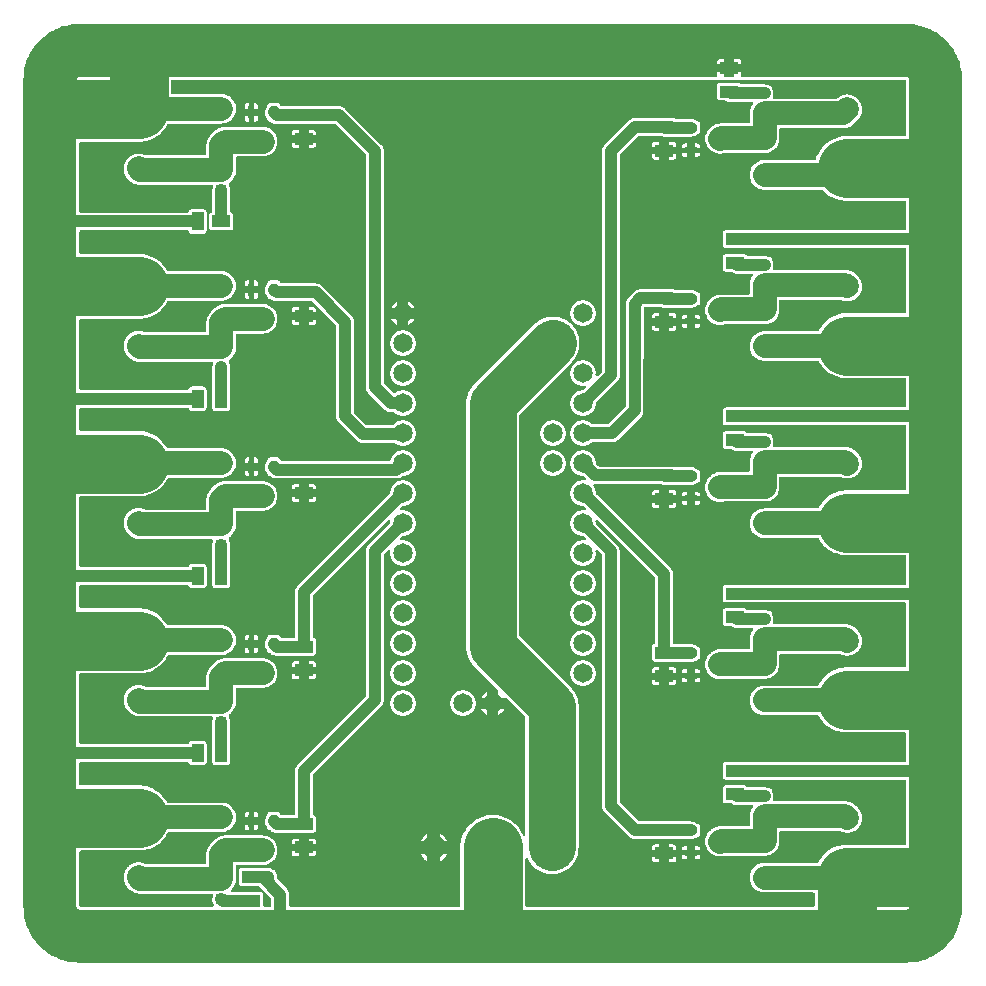
<source format=gtl>
G04 Layer: TopLayer*
G04 EasyEDA v6.4.25, 2022-01-30T06:19:27+11:00*
G04 a67cddfb3fce44daa9051d46cbbcc19f,10*
G04 Gerber Generator version 0.2*
G04 Scale: 100 percent, Rotated: No, Reflected: No *
G04 Dimensions in millimeters *
G04 leading zeros omitted , absolute positions ,4 integer and 5 decimal *
%FSLAX45Y45*%
%MOMM*%

%ADD11C,5.0000*%
%ADD12C,1.0000*%
%ADD13C,2.0000*%
%ADD14C,4.0000*%
%ADD15C,0.6096*%
%ADD16R,0.6000X1.0700*%
%ADD17R,1.0700X0.6000*%
%ADD18R,0.8000X0.8000*%
%ADD19R,1.2000X1.0000*%
%ADD20R,1.0000X1.5500*%
%ADD21R,1.5500X1.0000*%
%ADD22C,1.6500*%

%LPD*%
G36*
X500227Y25908D02*
G01*
X469900Y26873D01*
X440283Y29718D01*
X410870Y34391D01*
X381812Y40894D01*
X353212Y49225D01*
X325170Y59334D01*
X297840Y71170D01*
X271322Y84734D01*
X245719Y99923D01*
X221081Y116636D01*
X197561Y134924D01*
X175260Y154635D01*
X154178Y175717D01*
X134518Y198069D01*
X116281Y221589D01*
X99568Y246227D01*
X84429Y271881D01*
X70916Y298450D01*
X59080Y325780D01*
X49022Y353822D01*
X40741Y382422D01*
X34290Y411480D01*
X29616Y440893D01*
X26822Y470560D01*
X25908Y500532D01*
X25908Y7499451D01*
X26873Y7530084D01*
X29718Y7559751D01*
X34391Y7589164D01*
X40894Y7618222D01*
X49225Y7646822D01*
X59334Y7674813D01*
X71170Y7702143D01*
X84734Y7728661D01*
X99923Y7754264D01*
X116636Y7778902D01*
X134924Y7802422D01*
X154635Y7824774D01*
X175717Y7845806D01*
X198069Y7865465D01*
X221589Y7883702D01*
X246227Y7900416D01*
X271881Y7915605D01*
X298450Y7929067D01*
X325780Y7940903D01*
X353822Y7950962D01*
X382422Y7959242D01*
X411480Y7965744D01*
X440893Y7970367D01*
X470560Y7973161D01*
X500532Y7974075D01*
X7499451Y7974075D01*
X7530084Y7973110D01*
X7559751Y7970266D01*
X7589164Y7965592D01*
X7618222Y7959090D01*
X7646822Y7950758D01*
X7674813Y7940649D01*
X7702143Y7928813D01*
X7728661Y7915300D01*
X7754264Y7900111D01*
X7778902Y7883347D01*
X7802422Y7865059D01*
X7824774Y7845348D01*
X7845806Y7824266D01*
X7865465Y7801914D01*
X7883702Y7778394D01*
X7900416Y7753756D01*
X7915605Y7728102D01*
X7929067Y7701584D01*
X7940903Y7674203D01*
X7950962Y7646212D01*
X7959242Y7617612D01*
X7965744Y7588503D01*
X7970367Y7559090D01*
X7973161Y7529423D01*
X7974075Y7499451D01*
X7974075Y500532D01*
X7973110Y469900D01*
X7970266Y440283D01*
X7965592Y410870D01*
X7959090Y381812D01*
X7950758Y353212D01*
X7940649Y325170D01*
X7928813Y297840D01*
X7915300Y271322D01*
X7900111Y245719D01*
X7883347Y221081D01*
X7865059Y197561D01*
X7845348Y175260D01*
X7824266Y154178D01*
X7801914Y134518D01*
X7778394Y116281D01*
X7753756Y99568D01*
X7728102Y84429D01*
X7701584Y70916D01*
X7674203Y59080D01*
X7646212Y49022D01*
X7617612Y40741D01*
X7588503Y34290D01*
X7559090Y29616D01*
X7529423Y26822D01*
X7499451Y25908D01*
G37*

%LPC*%
G36*
X6045098Y7631328D02*
G01*
X6103010Y7631328D01*
X6103010Y7649413D01*
X6102299Y7655661D01*
X6100419Y7661046D01*
X6097371Y7665872D01*
X6093358Y7669885D01*
X6088532Y7672933D01*
X6083147Y7674813D01*
X6076950Y7675524D01*
X6045098Y7675524D01*
G37*
G36*
X5897016Y7631328D02*
G01*
X5954877Y7631328D01*
X5954877Y7675524D01*
X5923076Y7675524D01*
X5916828Y7674813D01*
X5911443Y7672933D01*
X5906617Y7669885D01*
X5902604Y7665872D01*
X5899607Y7661046D01*
X5897676Y7655661D01*
X5897016Y7649413D01*
G37*
G36*
X500583Y474472D02*
G01*
X7499451Y474472D01*
X7505649Y475183D01*
X7511034Y477062D01*
X7515859Y480110D01*
X7519873Y484124D01*
X7522921Y488950D01*
X7524800Y494334D01*
X7525512Y500583D01*
X7525512Y7499451D01*
X7524800Y7505649D01*
X7522921Y7511034D01*
X7519873Y7515859D01*
X7515859Y7519873D01*
X7511034Y7522921D01*
X7505649Y7524800D01*
X7499451Y7525512D01*
X6110020Y7525512D01*
X6106261Y7526223D01*
X6103010Y7528306D01*
X6100775Y7531455D01*
X6099860Y7535214D01*
X6100419Y7539024D01*
X6102299Y7544358D01*
X6103010Y7550556D01*
X6103010Y7568641D01*
X6045098Y7568641D01*
X6045098Y7535672D01*
X6044336Y7531760D01*
X6042101Y7528458D01*
X6038850Y7526274D01*
X6034938Y7525512D01*
X5965037Y7525512D01*
X5961176Y7526274D01*
X5957874Y7528458D01*
X5955690Y7531760D01*
X5954877Y7535672D01*
X5954877Y7568641D01*
X5897016Y7568641D01*
X5897016Y7550556D01*
X5897676Y7544358D01*
X5899556Y7539024D01*
X5900115Y7535214D01*
X5899200Y7531455D01*
X5897016Y7528306D01*
X5893765Y7526223D01*
X5889955Y7525512D01*
X500583Y7525512D01*
X494334Y7524800D01*
X488950Y7522921D01*
X484124Y7519873D01*
X480110Y7515859D01*
X477062Y7511034D01*
X475183Y7505649D01*
X474522Y7499451D01*
X474522Y500583D01*
X475183Y494334D01*
X477062Y488950D01*
X480110Y484124D01*
X484124Y480110D01*
X488950Y477062D01*
X494334Y475183D01*
G37*

%LPD*%
G36*
X510184Y499973D02*
G01*
X506272Y500786D01*
X502970Y502970D01*
X500786Y506272D01*
X500024Y510133D01*
X500024Y964793D01*
X500786Y968654D01*
X502970Y971956D01*
X506272Y974191D01*
X510184Y974953D01*
X999794Y974953D01*
X1022756Y975868D01*
X1045362Y978712D01*
X1067612Y983386D01*
X1089456Y989888D01*
X1110640Y998169D01*
X1131112Y1008176D01*
X1150670Y1019810D01*
X1169212Y1033018D01*
X1186586Y1047750D01*
X1202690Y1063853D01*
X1217422Y1081227D01*
X1230630Y1099769D01*
X1242263Y1119327D01*
X1244447Y1123797D01*
X1246733Y1126794D01*
X1249883Y1128776D01*
X1253591Y1129487D01*
X1699666Y1129487D01*
X1715109Y1130401D01*
X1730044Y1133144D01*
X1744472Y1137666D01*
X1758289Y1143863D01*
X1771294Y1151737D01*
X1783232Y1161084D01*
X1793900Y1171752D01*
X1803247Y1183690D01*
X1811121Y1196695D01*
X1817319Y1210513D01*
X1821840Y1224940D01*
X1824583Y1239875D01*
X1825498Y1254963D01*
X1824583Y1270101D01*
X1821840Y1285036D01*
X1817319Y1299464D01*
X1811121Y1313281D01*
X1803247Y1326286D01*
X1793900Y1338173D01*
X1783232Y1348892D01*
X1771294Y1358239D01*
X1758289Y1366113D01*
X1744472Y1372311D01*
X1730044Y1376832D01*
X1715109Y1379575D01*
X1699666Y1380490D01*
X1248714Y1380490D01*
X1245260Y1381099D01*
X1242263Y1382826D01*
X1239977Y1385468D01*
X1230630Y1401114D01*
X1217422Y1419656D01*
X1202690Y1437030D01*
X1186586Y1453134D01*
X1169212Y1467866D01*
X1150670Y1481074D01*
X1131112Y1492707D01*
X1110640Y1502714D01*
X1089456Y1510995D01*
X1067612Y1517497D01*
X1045362Y1522171D01*
X1022756Y1525016D01*
X999794Y1525930D01*
X510184Y1525930D01*
X506272Y1526692D01*
X502970Y1528927D01*
X500786Y1532229D01*
X500024Y1536090D01*
X500024Y1714347D01*
X500786Y1718208D01*
X502970Y1721510D01*
X506272Y1723745D01*
X510184Y1724507D01*
X1415288Y1724507D01*
X1419352Y1723643D01*
X1422755Y1721256D01*
X1424889Y1717700D01*
X1427073Y1711452D01*
X1430121Y1706625D01*
X1434134Y1702612D01*
X1438960Y1699564D01*
X1444345Y1697685D01*
X1450594Y1696974D01*
X1549450Y1696974D01*
X1555648Y1697685D01*
X1561033Y1699564D01*
X1565859Y1702612D01*
X1569872Y1706625D01*
X1572920Y1711452D01*
X1574800Y1716836D01*
X1575511Y1723085D01*
X1575511Y1876907D01*
X1574800Y1883156D01*
X1572920Y1888540D01*
X1569872Y1893366D01*
X1565859Y1897380D01*
X1561033Y1900428D01*
X1555648Y1902307D01*
X1549450Y1903018D01*
X1450594Y1903018D01*
X1444345Y1902307D01*
X1438960Y1900428D01*
X1434134Y1897380D01*
X1430121Y1893366D01*
X1427073Y1888540D01*
X1424889Y1882292D01*
X1422755Y1878736D01*
X1419352Y1876348D01*
X1415288Y1875485D01*
X510184Y1875485D01*
X506272Y1876298D01*
X502970Y1878482D01*
X500786Y1881784D01*
X500024Y1885645D01*
X500024Y2464765D01*
X500786Y2468676D01*
X502970Y2471978D01*
X506272Y2474163D01*
X510184Y2474925D01*
X999794Y2474925D01*
X1022756Y2475890D01*
X1045362Y2478684D01*
X1067612Y2483358D01*
X1089456Y2489860D01*
X1110640Y2498140D01*
X1131112Y2508148D01*
X1150670Y2519781D01*
X1169212Y2533040D01*
X1186586Y2547772D01*
X1202690Y2563876D01*
X1217422Y2581249D01*
X1230630Y2599740D01*
X1242263Y2619298D01*
X1244447Y2623769D01*
X1246733Y2626817D01*
X1249883Y2628798D01*
X1253591Y2629458D01*
X1699717Y2629458D01*
X1715109Y2630424D01*
X1730044Y2633167D01*
X1744522Y2637637D01*
X1758340Y2643886D01*
X1771294Y2651709D01*
X1783232Y2661056D01*
X1793951Y2671775D01*
X1803298Y2683713D01*
X1811121Y2696667D01*
X1817319Y2710484D01*
X1821840Y2724962D01*
X1824583Y2739847D01*
X1825498Y2754985D01*
X1824583Y2770124D01*
X1821840Y2785008D01*
X1817319Y2799486D01*
X1811121Y2813304D01*
X1803298Y2826258D01*
X1793951Y2838196D01*
X1783232Y2848914D01*
X1771294Y2858262D01*
X1758340Y2866085D01*
X1744522Y2872333D01*
X1730044Y2876804D01*
X1715109Y2879547D01*
X1699717Y2880461D01*
X1248714Y2880461D01*
X1245260Y2881071D01*
X1242263Y2882798D01*
X1239977Y2885440D01*
X1230630Y2901137D01*
X1217422Y2919628D01*
X1202690Y2937002D01*
X1186586Y2953105D01*
X1169212Y2967837D01*
X1150670Y2981096D01*
X1131112Y2992729D01*
X1110640Y3002737D01*
X1089456Y3011017D01*
X1067612Y3017520D01*
X1045362Y3022193D01*
X1022756Y3024987D01*
X999794Y3025952D01*
X510184Y3025952D01*
X506272Y3026714D01*
X502970Y3028899D01*
X500786Y3032201D01*
X500024Y3036112D01*
X500024Y3214319D01*
X500786Y3218230D01*
X502970Y3221532D01*
X506272Y3223717D01*
X510184Y3224479D01*
X1415288Y3224530D01*
X1419352Y3223666D01*
X1422755Y3221278D01*
X1424889Y3217722D01*
X1427073Y3211474D01*
X1430121Y3206648D01*
X1434134Y3202635D01*
X1438960Y3199587D01*
X1444345Y3197707D01*
X1450594Y3196996D01*
X1549450Y3196996D01*
X1555648Y3197707D01*
X1561033Y3199587D01*
X1565859Y3202635D01*
X1569872Y3206648D01*
X1572920Y3211474D01*
X1574800Y3216859D01*
X1575511Y3223056D01*
X1575511Y3376929D01*
X1574800Y3383178D01*
X1572920Y3388563D01*
X1569872Y3393338D01*
X1565859Y3397402D01*
X1561033Y3400399D01*
X1555648Y3402279D01*
X1549450Y3402990D01*
X1450594Y3402990D01*
X1444345Y3402279D01*
X1438960Y3400399D01*
X1434134Y3397402D01*
X1430121Y3393338D01*
X1427073Y3388563D01*
X1424889Y3382314D01*
X1422755Y3378758D01*
X1419352Y3376371D01*
X1415338Y3375507D01*
X510184Y3375507D01*
X506272Y3376269D01*
X502970Y3378454D01*
X500786Y3381756D01*
X500024Y3385667D01*
X500024Y3964787D01*
X500786Y3968648D01*
X502970Y3971950D01*
X506272Y3974185D01*
X510184Y3974947D01*
X999794Y3974947D01*
X1022756Y3975862D01*
X1045362Y3978706D01*
X1067612Y3983380D01*
X1089456Y3989882D01*
X1110640Y3998163D01*
X1131112Y4008170D01*
X1150670Y4019804D01*
X1169212Y4033012D01*
X1186586Y4047744D01*
X1202690Y4063847D01*
X1217422Y4081221D01*
X1230630Y4099763D01*
X1242263Y4119321D01*
X1244447Y4123791D01*
X1246733Y4126788D01*
X1249883Y4128770D01*
X1253591Y4129481D01*
X1699717Y4129481D01*
X1715109Y4130395D01*
X1730044Y4133138D01*
X1744522Y4137660D01*
X1758340Y4143857D01*
X1771294Y4151731D01*
X1783232Y4161078D01*
X1793951Y4171797D01*
X1803298Y4183684D01*
X1811121Y4196689D01*
X1817319Y4210507D01*
X1821840Y4224934D01*
X1824583Y4239869D01*
X1825498Y4255008D01*
X1824583Y4270095D01*
X1821840Y4285030D01*
X1817319Y4299458D01*
X1811121Y4313275D01*
X1803298Y4326280D01*
X1793951Y4338218D01*
X1783232Y4348886D01*
X1771294Y4358233D01*
X1758340Y4366107D01*
X1744522Y4372305D01*
X1730044Y4376826D01*
X1715109Y4379569D01*
X1699717Y4380484D01*
X1248714Y4380484D01*
X1245260Y4381093D01*
X1242212Y4382820D01*
X1239977Y4385462D01*
X1230630Y4401108D01*
X1217422Y4419650D01*
X1202690Y4437024D01*
X1186586Y4453128D01*
X1169212Y4467860D01*
X1150670Y4481068D01*
X1131112Y4492701D01*
X1110640Y4502708D01*
X1089456Y4510989D01*
X1067612Y4517491D01*
X1045362Y4522165D01*
X1022756Y4525010D01*
X999794Y4525924D01*
X510184Y4525924D01*
X506272Y4526686D01*
X502970Y4528921D01*
X500786Y4532223D01*
X500024Y4536084D01*
X500024Y4714341D01*
X500786Y4718253D01*
X502970Y4721555D01*
X506272Y4723739D01*
X510133Y4724501D01*
X1415288Y4724603D01*
X1419352Y4723739D01*
X1422704Y4721352D01*
X1424889Y4717796D01*
X1427073Y4711446D01*
X1430121Y4706620D01*
X1434134Y4702606D01*
X1438960Y4699558D01*
X1444345Y4697679D01*
X1450594Y4697018D01*
X1549450Y4697018D01*
X1555648Y4697679D01*
X1561033Y4699558D01*
X1565859Y4702606D01*
X1569872Y4706620D01*
X1572920Y4711446D01*
X1574800Y4716830D01*
X1575511Y4723079D01*
X1575511Y4876952D01*
X1574800Y4883150D01*
X1572920Y4888534D01*
X1569872Y4893360D01*
X1565859Y4897374D01*
X1561033Y4900422D01*
X1555648Y4902301D01*
X1549450Y4903012D01*
X1450594Y4903012D01*
X1444345Y4902301D01*
X1438960Y4900422D01*
X1434134Y4897374D01*
X1430121Y4893360D01*
X1427073Y4888534D01*
X1424940Y4882388D01*
X1422806Y4878832D01*
X1419402Y4876444D01*
X1415338Y4875580D01*
X510184Y4875530D01*
X506272Y4876292D01*
X502970Y4878476D01*
X500786Y4881778D01*
X500024Y4885690D01*
X500024Y5464759D01*
X500786Y5468670D01*
X502970Y5471972D01*
X506272Y5474157D01*
X510184Y5474919D01*
X999794Y5474919D01*
X1022756Y5475884D01*
X1045362Y5478678D01*
X1067612Y5483352D01*
X1089456Y5489854D01*
X1110640Y5498134D01*
X1131112Y5508142D01*
X1150670Y5519775D01*
X1169212Y5533034D01*
X1186586Y5547766D01*
X1202690Y5563870D01*
X1217422Y5581243D01*
X1230630Y5599734D01*
X1242263Y5619292D01*
X1244447Y5623763D01*
X1246733Y5626811D01*
X1249883Y5628792D01*
X1253591Y5629503D01*
X1699717Y5629503D01*
X1715160Y5630418D01*
X1730044Y5633161D01*
X1744522Y5637631D01*
X1758340Y5643880D01*
X1771294Y5651703D01*
X1783232Y5661050D01*
X1793951Y5671769D01*
X1803298Y5683707D01*
X1811121Y5696661D01*
X1817319Y5710478D01*
X1821840Y5724956D01*
X1824583Y5739841D01*
X1825498Y5754979D01*
X1824583Y5770118D01*
X1821840Y5785002D01*
X1817319Y5799480D01*
X1811121Y5813298D01*
X1803298Y5826252D01*
X1793951Y5838190D01*
X1783232Y5848908D01*
X1771294Y5858256D01*
X1758340Y5866079D01*
X1744522Y5872327D01*
X1730044Y5876798D01*
X1715160Y5879541D01*
X1699717Y5880506D01*
X1248714Y5880506D01*
X1245260Y5881065D01*
X1242212Y5882792D01*
X1239977Y5885434D01*
X1230630Y5901131D01*
X1217422Y5919622D01*
X1202690Y5936996D01*
X1186586Y5953099D01*
X1169212Y5967831D01*
X1150670Y5981090D01*
X1131112Y5992723D01*
X1110640Y6002731D01*
X1089456Y6011011D01*
X1067612Y6017514D01*
X1045362Y6022187D01*
X1022756Y6024981D01*
X999794Y6025946D01*
X510184Y6025946D01*
X506272Y6026708D01*
X502970Y6028893D01*
X500786Y6032195D01*
X500024Y6036106D01*
X500024Y6214313D01*
X500786Y6218224D01*
X502970Y6221526D01*
X506272Y6223711D01*
X510184Y6224473D01*
X1415288Y6224473D01*
X1419352Y6223660D01*
X1422755Y6221272D01*
X1424889Y6217716D01*
X1427073Y6211468D01*
X1430121Y6206642D01*
X1434134Y6202629D01*
X1438960Y6199581D01*
X1444345Y6197701D01*
X1450594Y6196990D01*
X1549450Y6196990D01*
X1555648Y6197701D01*
X1561033Y6199581D01*
X1565859Y6202629D01*
X1569872Y6206642D01*
X1572920Y6211468D01*
X1574800Y6216853D01*
X1575511Y6223050D01*
X1575511Y6376924D01*
X1574800Y6383172D01*
X1572920Y6388557D01*
X1569872Y6393383D01*
X1565859Y6397396D01*
X1561033Y6400393D01*
X1555648Y6402324D01*
X1549450Y6402984D01*
X1450594Y6402984D01*
X1444345Y6402324D01*
X1438960Y6400393D01*
X1434134Y6397396D01*
X1430121Y6393383D01*
X1427073Y6388557D01*
X1424889Y6382308D01*
X1422755Y6378752D01*
X1419352Y6376365D01*
X1415288Y6375501D01*
X510184Y6375501D01*
X506272Y6376263D01*
X502970Y6378498D01*
X500786Y6381750D01*
X500024Y6385661D01*
X500024Y6964781D01*
X500786Y6968693D01*
X502970Y6971995D01*
X506272Y6974179D01*
X510184Y6974941D01*
X999794Y6974941D01*
X1022756Y6975906D01*
X1045362Y6978700D01*
X1067612Y6983374D01*
X1089456Y6989876D01*
X1110640Y6998157D01*
X1131112Y7008164D01*
X1150670Y7019798D01*
X1169212Y7033056D01*
X1186586Y7047788D01*
X1202690Y7063892D01*
X1217422Y7081266D01*
X1230630Y7099757D01*
X1242263Y7119315D01*
X1244447Y7123785D01*
X1246733Y7126782D01*
X1249883Y7128814D01*
X1253591Y7129475D01*
X1699666Y7129475D01*
X1715109Y7130440D01*
X1729993Y7133132D01*
X1744472Y7137653D01*
X1758289Y7143902D01*
X1771294Y7151725D01*
X1783181Y7161072D01*
X1793900Y7171791D01*
X1803247Y7183729D01*
X1811121Y7196683D01*
X1817319Y7210501D01*
X1821840Y7224979D01*
X1824532Y7239863D01*
X1825447Y7255002D01*
X1824532Y7270089D01*
X1821840Y7285024D01*
X1817319Y7299502D01*
X1811121Y7313320D01*
X1803247Y7326274D01*
X1793900Y7338212D01*
X1783181Y7348931D01*
X1771294Y7358278D01*
X1758289Y7366101D01*
X1744472Y7372299D01*
X1729993Y7376820D01*
X1715109Y7379563D01*
X1699666Y7380478D01*
X1285646Y7380478D01*
X1281785Y7381240D01*
X1278483Y7383475D01*
X1276248Y7386777D01*
X1275486Y7390638D01*
X1275486Y7489850D01*
X1276248Y7493711D01*
X1278483Y7497013D01*
X1281785Y7499248D01*
X1285646Y7500010D01*
X7489850Y7500010D01*
X7493711Y7499248D01*
X7497013Y7497013D01*
X7499248Y7493711D01*
X7500010Y7489850D01*
X7500010Y7035190D01*
X7499248Y7031329D01*
X7497013Y7028027D01*
X7493711Y7025792D01*
X7489850Y7025030D01*
X7000240Y7025030D01*
X6977278Y7024116D01*
X6954672Y7021271D01*
X6932371Y7016597D01*
X6910578Y7010095D01*
X6889343Y7001814D01*
X6868871Y6991807D01*
X6849313Y6980174D01*
X6830822Y6966966D01*
X6813448Y6952234D01*
X6797344Y6936130D01*
X6782612Y6918756D01*
X6769353Y6900214D01*
X6757720Y6880656D01*
X6747713Y6860184D01*
X6739432Y6839000D01*
X6736080Y6827774D01*
X6734048Y6823964D01*
X6730593Y6821424D01*
X6726377Y6820509D01*
X6300317Y6820509D01*
X6284874Y6819544D01*
X6269939Y6816852D01*
X6255512Y6812330D01*
X6241694Y6806082D01*
X6228689Y6798259D01*
X6216802Y6788912D01*
X6206083Y6778193D01*
X6196736Y6766255D01*
X6188862Y6753301D01*
X6182664Y6739483D01*
X6178143Y6725005D01*
X6175400Y6710121D01*
X6174486Y6694982D01*
X6175400Y6679895D01*
X6178143Y6664959D01*
X6182664Y6650481D01*
X6188862Y6636664D01*
X6196736Y6623710D01*
X6206083Y6611772D01*
X6216802Y6601053D01*
X6228689Y6591706D01*
X6241694Y6583883D01*
X6255512Y6577685D01*
X6269939Y6573164D01*
X6284874Y6570421D01*
X6300317Y6569506D01*
X6787083Y6569506D01*
X6791350Y6568541D01*
X6794804Y6565900D01*
X6797344Y6562953D01*
X6813448Y6546850D01*
X6830822Y6532118D01*
X6849313Y6518909D01*
X6868871Y6507276D01*
X6889343Y6497269D01*
X6910578Y6488988D01*
X6932371Y6482486D01*
X6954672Y6477812D01*
X6977278Y6474968D01*
X7000240Y6474053D01*
X7489850Y6474053D01*
X7493711Y6473291D01*
X7497013Y6471056D01*
X7499248Y6467754D01*
X7500010Y6463893D01*
X7500010Y6235649D01*
X7499248Y6231788D01*
X7497013Y6228486D01*
X7493711Y6226302D01*
X7489850Y6225489D01*
X5973064Y6225489D01*
X5966815Y6224778D01*
X5961481Y6222898D01*
X5956655Y6219901D01*
X5952591Y6215837D01*
X5949594Y6211062D01*
X5947714Y6205677D01*
X5947003Y6199428D01*
X5947003Y6100572D01*
X5947714Y6094323D01*
X5949594Y6088938D01*
X5952591Y6084163D01*
X5956655Y6080099D01*
X5961481Y6077102D01*
X5966815Y6075222D01*
X5973064Y6074511D01*
X7489850Y6074511D01*
X7493711Y6073749D01*
X7497013Y6071514D01*
X7499248Y6068212D01*
X7500010Y6064351D01*
X7500010Y5535218D01*
X7499248Y5531307D01*
X7497013Y5528005D01*
X7493711Y5525820D01*
X7489850Y5525058D01*
X7000240Y5525058D01*
X6977278Y5524093D01*
X6954672Y5521299D01*
X6932371Y5516626D01*
X6910578Y5510123D01*
X6889343Y5501843D01*
X6868871Y5491835D01*
X6849313Y5480202D01*
X6830822Y5466943D01*
X6813448Y5452211D01*
X6797344Y5436108D01*
X6782612Y5418734D01*
X6769353Y5400243D01*
X6757720Y5380685D01*
X6755536Y5376214D01*
X6753301Y5373166D01*
X6750100Y5371185D01*
X6746392Y5370474D01*
X6300317Y5370474D01*
X6284874Y5369560D01*
X6269990Y5366816D01*
X6255512Y5362346D01*
X6241694Y5356098D01*
X6228740Y5348274D01*
X6216802Y5338927D01*
X6206083Y5328208D01*
X6196736Y5316270D01*
X6188913Y5303316D01*
X6182664Y5289499D01*
X6178194Y5275021D01*
X6175451Y5260136D01*
X6174536Y5244998D01*
X6175451Y5229860D01*
X6178194Y5214975D01*
X6182664Y5200497D01*
X6188913Y5186680D01*
X6196736Y5173726D01*
X6206083Y5161788D01*
X6216802Y5151069D01*
X6228740Y5141722D01*
X6241694Y5133898D01*
X6255512Y5127650D01*
X6269990Y5123180D01*
X6284874Y5120436D01*
X6300317Y5119471D01*
X6751320Y5119471D01*
X6754723Y5118912D01*
X6757771Y5117185D01*
X6760057Y5114544D01*
X6769353Y5098846D01*
X6782612Y5080355D01*
X6797344Y5062982D01*
X6813448Y5046878D01*
X6830822Y5032146D01*
X6849313Y5018887D01*
X6868871Y5007254D01*
X6889343Y4997246D01*
X6910578Y4988966D01*
X6932371Y4982464D01*
X6954672Y4977790D01*
X6977278Y4974996D01*
X7000240Y4974031D01*
X7489850Y4974031D01*
X7493711Y4973269D01*
X7497013Y4971084D01*
X7499248Y4967782D01*
X7500010Y4963871D01*
X7500010Y4735677D01*
X7499248Y4731766D01*
X7497013Y4728464D01*
X7493711Y4726279D01*
X7489850Y4725517D01*
X5973064Y4725517D01*
X5966815Y4724806D01*
X5961481Y4722926D01*
X5956655Y4719878D01*
X5952591Y4715865D01*
X5949594Y4711039D01*
X5947714Y4705654D01*
X5947003Y4699406D01*
X5947003Y4600549D01*
X5947714Y4594352D01*
X5949594Y4588967D01*
X5952591Y4584141D01*
X5956655Y4580128D01*
X5961481Y4577080D01*
X5966815Y4575200D01*
X5973064Y4574489D01*
X7489850Y4574489D01*
X7493711Y4573727D01*
X7497013Y4571542D01*
X7499248Y4568240D01*
X7500010Y4564329D01*
X7500010Y4035196D01*
X7499248Y4031335D01*
X7497013Y4028033D01*
X7493711Y4025798D01*
X7489850Y4025036D01*
X7000240Y4025036D01*
X6977278Y4024122D01*
X6954672Y4021277D01*
X6932371Y4016603D01*
X6910578Y4010101D01*
X6889343Y4001820D01*
X6868871Y3991813D01*
X6849313Y3980179D01*
X6830822Y3966972D01*
X6813448Y3952240D01*
X6797344Y3936136D01*
X6782612Y3918762D01*
X6769353Y3900220D01*
X6757720Y3880662D01*
X6755536Y3876192D01*
X6753301Y3873195D01*
X6750100Y3871214D01*
X6746392Y3870502D01*
X6300317Y3870502D01*
X6284874Y3869588D01*
X6269990Y3866845D01*
X6255512Y3862324D01*
X6241694Y3856126D01*
X6228740Y3848252D01*
X6216802Y3838905D01*
X6206083Y3828186D01*
X6196736Y3816299D01*
X6188913Y3803294D01*
X6182664Y3789476D01*
X6178194Y3775049D01*
X6175451Y3760114D01*
X6174536Y3744976D01*
X6175451Y3729888D01*
X6178194Y3714953D01*
X6182664Y3700526D01*
X6188913Y3686708D01*
X6196736Y3673703D01*
X6206083Y3661765D01*
X6216802Y3651097D01*
X6228740Y3641750D01*
X6241694Y3633876D01*
X6255512Y3627678D01*
X6269990Y3623157D01*
X6284874Y3620414D01*
X6300317Y3619500D01*
X6751320Y3619500D01*
X6754723Y3618890D01*
X6757771Y3617163D01*
X6760057Y3614521D01*
X6769353Y3598875D01*
X6782612Y3580333D01*
X6797344Y3562959D01*
X6813448Y3546856D01*
X6830822Y3532124D01*
X6849313Y3518915D01*
X6868871Y3507282D01*
X6889343Y3497275D01*
X6910578Y3488994D01*
X6932371Y3482492D01*
X6954672Y3477818D01*
X6977278Y3474974D01*
X7000240Y3474059D01*
X7489850Y3474059D01*
X7493711Y3473297D01*
X7497013Y3471062D01*
X7499248Y3467760D01*
X7500010Y3463899D01*
X7500010Y3235655D01*
X7499248Y3231794D01*
X7497013Y3228492D01*
X7493711Y3226308D01*
X7489850Y3225495D01*
X5973064Y3225495D01*
X5966815Y3224784D01*
X5961481Y3222904D01*
X5956655Y3219907D01*
X5952591Y3215843D01*
X5949594Y3211017D01*
X5947714Y3205683D01*
X5947003Y3199434D01*
X5947003Y3100578D01*
X5947714Y3094329D01*
X5949594Y3088944D01*
X5952591Y3084118D01*
X5956655Y3080105D01*
X5961481Y3077057D01*
X5966815Y3075178D01*
X5973064Y3074517D01*
X7489850Y3074517D01*
X7493711Y3073755D01*
X7497013Y3071520D01*
X7499248Y3068218D01*
X7500010Y3064357D01*
X7500010Y2535224D01*
X7499248Y2531313D01*
X7497013Y2528011D01*
X7493711Y2525826D01*
X7489850Y2525064D01*
X7000240Y2525064D01*
X6977278Y2524099D01*
X6954672Y2521305D01*
X6932371Y2516632D01*
X6910578Y2510129D01*
X6889343Y2501849D01*
X6868871Y2491841D01*
X6849313Y2480208D01*
X6830822Y2466949D01*
X6813448Y2452217D01*
X6797344Y2436114D01*
X6782612Y2418740D01*
X6769353Y2400249D01*
X6757720Y2380691D01*
X6755536Y2376220D01*
X6753301Y2373172D01*
X6750100Y2371191D01*
X6746392Y2370480D01*
X6300317Y2370480D01*
X6284874Y2369566D01*
X6269990Y2366822D01*
X6255512Y2362352D01*
X6241694Y2356104D01*
X6228740Y2348280D01*
X6216802Y2338933D01*
X6206083Y2328214D01*
X6196736Y2316276D01*
X6188913Y2303322D01*
X6182664Y2289505D01*
X6178143Y2275027D01*
X6175451Y2260142D01*
X6174536Y2245004D01*
X6175451Y2229866D01*
X6178143Y2214981D01*
X6182664Y2200503D01*
X6188913Y2186686D01*
X6196736Y2173732D01*
X6206083Y2161794D01*
X6216802Y2151075D01*
X6228740Y2141728D01*
X6241694Y2133904D01*
X6255512Y2127656D01*
X6269990Y2123186D01*
X6284874Y2120442D01*
X6300317Y2119477D01*
X6751320Y2119477D01*
X6754723Y2118918D01*
X6757771Y2117191D01*
X6760057Y2114550D01*
X6769353Y2098852D01*
X6782612Y2080361D01*
X6797344Y2062988D01*
X6813448Y2046884D01*
X6830822Y2032152D01*
X6849313Y2018893D01*
X6868871Y2007260D01*
X6889343Y1997252D01*
X6910578Y1988972D01*
X6932371Y1982470D01*
X6954672Y1977796D01*
X6977278Y1975002D01*
X7000240Y1974037D01*
X7489850Y1974037D01*
X7493711Y1973275D01*
X7497013Y1971090D01*
X7499248Y1967788D01*
X7500010Y1963877D01*
X7500010Y1735683D01*
X7499248Y1731772D01*
X7497013Y1728470D01*
X7493711Y1726285D01*
X7489850Y1725523D01*
X5973064Y1725523D01*
X5966815Y1724812D01*
X5961481Y1722932D01*
X5956655Y1719884D01*
X5952591Y1715871D01*
X5949594Y1711045D01*
X5947714Y1705660D01*
X5947003Y1699412D01*
X5947003Y1600555D01*
X5947714Y1594358D01*
X5949594Y1588973D01*
X5952591Y1584147D01*
X5956655Y1580134D01*
X5961481Y1577086D01*
X5966815Y1575206D01*
X5973064Y1574495D01*
X7489850Y1574495D01*
X7493711Y1573733D01*
X7497013Y1571548D01*
X7499248Y1568246D01*
X7500010Y1564335D01*
X7500010Y1035202D01*
X7499248Y1031341D01*
X7497013Y1028039D01*
X7493711Y1025804D01*
X7489850Y1025042D01*
X7000240Y1025042D01*
X6977278Y1024128D01*
X6954672Y1021283D01*
X6932371Y1016609D01*
X6910578Y1010107D01*
X6889343Y1001826D01*
X6868871Y991819D01*
X6849313Y980186D01*
X6830822Y966978D01*
X6813448Y952246D01*
X6797344Y936142D01*
X6782612Y918768D01*
X6769353Y900226D01*
X6757720Y880668D01*
X6755536Y876198D01*
X6753301Y873201D01*
X6750100Y871219D01*
X6746392Y870508D01*
X6300317Y870508D01*
X6284874Y869543D01*
X6269990Y866851D01*
X6255512Y862330D01*
X6241694Y856132D01*
X6228740Y848258D01*
X6216802Y838911D01*
X6206083Y828192D01*
X6196736Y816305D01*
X6188913Y803300D01*
X6182664Y789482D01*
X6178143Y775004D01*
X6175451Y760120D01*
X6174536Y744982D01*
X6175451Y729894D01*
X6178143Y714959D01*
X6182664Y700481D01*
X6188913Y686663D01*
X6196736Y673709D01*
X6206083Y661771D01*
X6216802Y651052D01*
X6228740Y641705D01*
X6241694Y633882D01*
X6255512Y627684D01*
X6269990Y623163D01*
X6284874Y620420D01*
X6300317Y619506D01*
X6714337Y619506D01*
X6718249Y618744D01*
X6721551Y616508D01*
X6723735Y613206D01*
X6724497Y609346D01*
X6724497Y510133D01*
X6723735Y506272D01*
X6721551Y502970D01*
X6718249Y500786D01*
X6714337Y499973D01*
X4285640Y499973D01*
X4281779Y500786D01*
X4278477Y502970D01*
X4276242Y506272D01*
X4275480Y510133D01*
X4275480Y902614D01*
X4276242Y906475D01*
X4278426Y909777D01*
X4281678Y911961D01*
X4285538Y912774D01*
X4289399Y912063D01*
X4292701Y909929D01*
X4294936Y906729D01*
X4298137Y899515D01*
X4308297Y881278D01*
X4320032Y864108D01*
X4333341Y848106D01*
X4348073Y833374D01*
X4364126Y820064D01*
X4381296Y808278D01*
X4399483Y798169D01*
X4418533Y789736D01*
X4438294Y783132D01*
X4458563Y778357D01*
X4479188Y775462D01*
X4500016Y774496D01*
X4520793Y775462D01*
X4541418Y778357D01*
X4561687Y783132D01*
X4581448Y789736D01*
X4600498Y798169D01*
X4618685Y808278D01*
X4635855Y820064D01*
X4651908Y833374D01*
X4666640Y848106D01*
X4679950Y864108D01*
X4691684Y881278D01*
X4701844Y899515D01*
X4710277Y918565D01*
X4716881Y938276D01*
X4721656Y958545D01*
X4724501Y979169D01*
X4725517Y1000252D01*
X4725517Y2199792D01*
X4725263Y2210409D01*
X4724501Y2220823D01*
X4723333Y2231186D01*
X4721656Y2241448D01*
X4719472Y2251659D01*
X4716881Y2261717D01*
X4713782Y2271674D01*
X4710277Y2281478D01*
X4706264Y2291080D01*
X4701844Y2300528D01*
X4696968Y2309723D01*
X4691684Y2318715D01*
X4685995Y2327452D01*
X4679950Y2335885D01*
X4673447Y2344064D01*
X4666640Y2351938D01*
X4659274Y2359660D01*
X4228490Y2790444D01*
X4226255Y2793746D01*
X4225493Y2797606D01*
X4225493Y4664354D01*
X4226255Y4668266D01*
X4228490Y4671568D01*
X4667300Y5110378D01*
X4681474Y5125923D01*
X4694021Y5142534D01*
X4704994Y5160264D01*
X4714290Y5178907D01*
X4721809Y5198313D01*
X4727498Y5218379D01*
X4731308Y5238851D01*
X4733239Y5259578D01*
X4733239Y5280406D01*
X4731308Y5301132D01*
X4727498Y5321604D01*
X4721809Y5341670D01*
X4714290Y5361076D01*
X4704994Y5379720D01*
X4694021Y5397449D01*
X4681474Y5414060D01*
X4667453Y5429453D01*
X4652060Y5443474D01*
X4635449Y5456021D01*
X4617720Y5466994D01*
X4599076Y5476290D01*
X4579670Y5483809D01*
X4559604Y5489498D01*
X4539132Y5493308D01*
X4518406Y5495239D01*
X4497578Y5495239D01*
X4476851Y5493308D01*
X4456379Y5489498D01*
X4436313Y5483809D01*
X4416907Y5476290D01*
X4398264Y5466994D01*
X4380534Y5456021D01*
X4363923Y5443474D01*
X4348378Y5429300D01*
X3840683Y4921605D01*
X3833368Y4913884D01*
X3826510Y4906060D01*
X3820058Y4897882D01*
X3813962Y4889449D01*
X3808272Y4880711D01*
X3802989Y4871720D01*
X3798163Y4862525D01*
X3793693Y4853076D01*
X3789730Y4843424D01*
X3786174Y4833670D01*
X3783126Y4823714D01*
X3780485Y4813604D01*
X3778351Y4803444D01*
X3776675Y4793132D01*
X3775456Y4782820D01*
X3774744Y4772406D01*
X3774490Y4761738D01*
X3774490Y2700223D01*
X3774744Y2689606D01*
X3775456Y2679192D01*
X3776675Y2668879D01*
X3778351Y2658567D01*
X3780485Y2648356D01*
X3783126Y2638298D01*
X3786174Y2628341D01*
X3789730Y2618536D01*
X3793693Y2608935D01*
X3798163Y2599486D01*
X3802989Y2590292D01*
X3808272Y2581300D01*
X3813962Y2572562D01*
X3820058Y2564130D01*
X3826510Y2555951D01*
X3833368Y2548077D01*
X3840683Y2540406D01*
X4044645Y2336495D01*
X4046829Y2333193D01*
X4047591Y2329281D01*
X4047591Y2269591D01*
X4107281Y2269591D01*
X4111193Y2268829D01*
X4114495Y2266645D01*
X4271518Y2109571D01*
X4273702Y2106269D01*
X4274515Y2102408D01*
X4274515Y1107744D01*
X4273702Y1103833D01*
X4271467Y1100531D01*
X4268114Y1098296D01*
X4264202Y1097584D01*
X4260291Y1098397D01*
X4257040Y1100683D01*
X4254855Y1104036D01*
X4252264Y1110640D01*
X4242257Y1131112D01*
X4230624Y1150670D01*
X4217416Y1169212D01*
X4202684Y1186586D01*
X4186580Y1202690D01*
X4169206Y1217422D01*
X4150664Y1230630D01*
X4131106Y1242263D01*
X4110634Y1252270D01*
X4089450Y1260551D01*
X4067606Y1267053D01*
X4045356Y1271727D01*
X4022750Y1274572D01*
X3999992Y1275486D01*
X3977233Y1274572D01*
X3954627Y1271727D01*
X3932377Y1267053D01*
X3910533Y1260551D01*
X3889349Y1252270D01*
X3868877Y1242263D01*
X3849319Y1230630D01*
X3830777Y1217422D01*
X3813403Y1202690D01*
X3797300Y1186586D01*
X3782568Y1169212D01*
X3769360Y1150670D01*
X3757726Y1131112D01*
X3747719Y1110640D01*
X3739438Y1089456D01*
X3732936Y1067612D01*
X3728262Y1045362D01*
X3725418Y1022756D01*
X3724503Y999794D01*
X3724503Y510133D01*
X3723741Y506272D01*
X3721506Y502970D01*
X3718204Y500786D01*
X3714343Y499973D01*
X2285644Y499973D01*
X2281783Y500786D01*
X2278481Y502970D01*
X2276297Y506272D01*
X2275484Y510133D01*
X2275433Y602640D01*
X2274620Y611428D01*
X2274214Y613867D01*
X2272080Y622452D01*
X2271318Y624738D01*
X2266848Y635101D01*
X2262276Y642670D01*
X2255215Y651510D01*
X2177186Y729589D01*
X2175357Y732129D01*
X2174341Y735126D01*
X2174341Y738276D01*
X2175256Y744372D01*
X2175256Y755650D01*
X2173579Y766775D01*
X2170277Y777544D01*
X2165350Y787755D01*
X2159000Y797052D01*
X2151329Y805332D01*
X2142540Y812342D01*
X2132736Y817981D01*
X2122271Y822096D01*
X2111248Y824636D01*
X2099614Y825500D01*
X1873046Y825500D01*
X1866849Y824788D01*
X1861464Y822909D01*
X1856638Y819912D01*
X1852625Y815848D01*
X1849577Y811022D01*
X1847697Y805637D01*
X1846986Y799439D01*
X1846986Y700582D01*
X1847697Y694334D01*
X1849577Y688949D01*
X1852625Y684123D01*
X1856638Y680110D01*
X1861464Y677062D01*
X1866849Y675182D01*
X1873046Y674522D01*
X2014524Y674471D01*
X2018385Y673709D01*
X2021687Y671525D01*
X2121509Y571703D01*
X2123744Y568401D01*
X2124506Y564540D01*
X2124506Y510133D01*
X2123744Y506272D01*
X2121509Y502970D01*
X2118207Y500786D01*
X2114346Y499973D01*
X2063140Y499973D01*
X2059279Y500786D01*
X2055977Y502970D01*
X2053793Y506272D01*
X2052980Y510133D01*
X2052980Y599440D01*
X2052320Y605637D01*
X2050440Y611022D01*
X2047392Y615848D01*
X2043379Y619912D01*
X2038553Y622909D01*
X2033168Y624789D01*
X2026920Y625500D01*
X1792071Y625500D01*
X1788160Y626262D01*
X1784857Y628497D01*
X1782673Y631748D01*
X1781911Y635660D01*
X1782673Y639521D01*
X1784857Y642823D01*
X1793900Y651865D01*
X1803247Y663803D01*
X1811121Y676757D01*
X1817319Y690575D01*
X1821840Y705053D01*
X1824583Y719988D01*
X1825498Y735380D01*
X1825498Y840841D01*
X1826260Y844702D01*
X1828495Y848004D01*
X1831746Y850239D01*
X1835657Y851001D01*
X2049678Y851001D01*
X2065121Y851916D01*
X2080006Y854659D01*
X2094484Y859180D01*
X2108301Y865378D01*
X2121306Y873201D01*
X2133193Y882548D01*
X2143912Y893267D01*
X2153259Y905205D01*
X2161133Y918159D01*
X2167331Y931976D01*
X2171852Y946454D01*
X2174544Y961390D01*
X2175459Y976477D01*
X2174544Y991616D01*
X2171852Y1006500D01*
X2167331Y1020978D01*
X2161133Y1034796D01*
X2153259Y1047750D01*
X2143912Y1059688D01*
X2133193Y1070406D01*
X2121306Y1079754D01*
X2108301Y1087577D01*
X2094484Y1093825D01*
X2080006Y1098346D01*
X2065121Y1101039D01*
X2049678Y1102004D01*
X1731619Y1102004D01*
X1723898Y1101750D01*
X1716379Y1101090D01*
X1708861Y1099921D01*
X1701444Y1098346D01*
X1694129Y1096314D01*
X1686966Y1093825D01*
X1679956Y1090930D01*
X1673148Y1087628D01*
X1666544Y1083868D01*
X1660194Y1079754D01*
X1654098Y1075283D01*
X1648256Y1070406D01*
X1642618Y1065123D01*
X1611376Y1033881D01*
X1606042Y1028242D01*
X1601216Y1022400D01*
X1596694Y1016304D01*
X1592580Y1009954D01*
X1588871Y1003350D01*
X1585569Y996492D01*
X1582674Y989482D01*
X1580184Y982319D01*
X1578152Y975055D01*
X1576578Y967638D01*
X1575409Y960119D01*
X1574749Y952601D01*
X1574495Y944829D01*
X1574495Y870762D01*
X1573733Y866851D01*
X1571498Y863549D01*
X1568246Y861364D01*
X1564335Y860602D01*
X1060653Y860602D01*
X1058316Y860856D01*
X1056081Y861669D01*
X1051458Y864006D01*
X1044498Y866902D01*
X1037336Y869391D01*
X1030020Y871423D01*
X1022603Y872998D01*
X1015136Y874115D01*
X1007567Y874826D01*
X999998Y875030D01*
X992428Y874826D01*
X984859Y874115D01*
X977392Y872998D01*
X969975Y871423D01*
X962660Y869391D01*
X955497Y866902D01*
X948486Y864006D01*
X941679Y860653D01*
X935075Y856945D01*
X928725Y852830D01*
X922578Y848360D01*
X916787Y843483D01*
X911250Y838301D01*
X906068Y832764D01*
X901192Y826973D01*
X896721Y820826D01*
X892606Y814476D01*
X888898Y807872D01*
X885545Y801065D01*
X882650Y794054D01*
X880160Y786892D01*
X878128Y779576D01*
X876553Y772160D01*
X875436Y764692D01*
X874725Y757123D01*
X874521Y749554D01*
X874725Y741984D01*
X875436Y734415D01*
X876553Y726948D01*
X878128Y719531D01*
X880160Y712216D01*
X882650Y705053D01*
X885545Y698042D01*
X888898Y691235D01*
X892606Y684631D01*
X896721Y678281D01*
X901192Y672134D01*
X906068Y666343D01*
X911352Y660704D01*
X931214Y641146D01*
X937056Y636320D01*
X943152Y631799D01*
X949553Y627684D01*
X956157Y623976D01*
X962964Y620674D01*
X969975Y617778D01*
X977137Y615289D01*
X984402Y613257D01*
X991819Y611632D01*
X999337Y610514D01*
X1006856Y609803D01*
X1014628Y609600D01*
X1621637Y609600D01*
X1625396Y608838D01*
X1628648Y606755D01*
X1630883Y603605D01*
X1631746Y599846D01*
X1631188Y596036D01*
X1627073Y584454D01*
X1624990Y573379D01*
X1624584Y562102D01*
X1625854Y550875D01*
X1628749Y540004D01*
X1633575Y528929D01*
X1634337Y526135D01*
X1635201Y519277D01*
X1637182Y513537D01*
X1637792Y509727D01*
X1636877Y505968D01*
X1634642Y502818D01*
X1631391Y500735D01*
X1627632Y499973D01*
G37*

%LPC*%
G36*
X2323084Y3924503D02*
G01*
X2354884Y3924503D01*
X2354884Y3968648D01*
X2297023Y3968648D01*
X2297023Y3950563D01*
X2297684Y3944315D01*
X2299563Y3938981D01*
X2302611Y3934155D01*
X2306624Y3930091D01*
X2311450Y3927094D01*
X2316835Y3925214D01*
G37*
G36*
X5623560Y3899509D02*
G01*
X5643422Y3899509D01*
X5643422Y3933647D01*
X5597499Y3933647D01*
X5597499Y3925570D01*
X5598210Y3919321D01*
X5600090Y3913936D01*
X5603138Y3909161D01*
X5607151Y3905097D01*
X5611977Y3902100D01*
X5617362Y3900220D01*
G37*
G36*
X1976374Y7256576D02*
G01*
X2010511Y7256576D01*
X2010511Y7276439D01*
X2009800Y7282637D01*
X2007920Y7288022D01*
X2004872Y7292848D01*
X2000859Y7296861D01*
X1996033Y7299909D01*
X1990648Y7301788D01*
X1984451Y7302500D01*
X1976374Y7302500D01*
G37*
G36*
X5373065Y874521D02*
G01*
X5404916Y874521D01*
X5404916Y918667D01*
X5347004Y918667D01*
X5347004Y900582D01*
X5347716Y894334D01*
X5349595Y888949D01*
X5352592Y884123D01*
X5356656Y880110D01*
X5361482Y877062D01*
X5366816Y875182D01*
G37*
G36*
X5495086Y874521D02*
G01*
X5526938Y874521D01*
X5533136Y875182D01*
X5538520Y877062D01*
X5543346Y880110D01*
X5547410Y884123D01*
X5550408Y888949D01*
X5552287Y894334D01*
X5552998Y900582D01*
X5552998Y918667D01*
X5495086Y918667D01*
G37*
G36*
X3443630Y887984D02*
G01*
X3443630Y943660D01*
X3388004Y943660D01*
X3388868Y941679D01*
X3396742Y928725D01*
X3406089Y916787D01*
X3416808Y906068D01*
X3428695Y896721D01*
X3441700Y888898D01*
G37*
G36*
X3556355Y887984D02*
G01*
X3558336Y888898D01*
X3571290Y896721D01*
X3583228Y906068D01*
X3593947Y916787D01*
X3603294Y928725D01*
X3611118Y941679D01*
X3611981Y943660D01*
X3556355Y943660D01*
G37*
G36*
X5709615Y899515D02*
G01*
X5729427Y899515D01*
X5735675Y900176D01*
X5741060Y902106D01*
X5745886Y905103D01*
X5749899Y909116D01*
X5752947Y913942D01*
X5754827Y919327D01*
X5755538Y925576D01*
X5755538Y933653D01*
X5709615Y933653D01*
G37*
G36*
X5623560Y899515D02*
G01*
X5643422Y899515D01*
X5643422Y933653D01*
X5597499Y933653D01*
X5597499Y925576D01*
X5598210Y919327D01*
X5600090Y913942D01*
X5603138Y909116D01*
X5607151Y905103D01*
X5611977Y902106D01*
X5617362Y900176D01*
G37*
G36*
X2323084Y924509D02*
G01*
X2354884Y924509D01*
X2354884Y968654D01*
X2297023Y968654D01*
X2297023Y950569D01*
X2297684Y944321D01*
X2299563Y938987D01*
X2302611Y934161D01*
X2306624Y930097D01*
X2311450Y927100D01*
X2316835Y925220D01*
G37*
G36*
X2445105Y924509D02*
G01*
X2476906Y924509D01*
X2483154Y925220D01*
X2488539Y927100D01*
X2493365Y930097D01*
X2497378Y934161D01*
X2500426Y938987D01*
X2502306Y944321D01*
X2503017Y950569D01*
X2503017Y968654D01*
X2445105Y968654D01*
G37*
G36*
X5915914Y924763D02*
G01*
X5931103Y924763D01*
X5946140Y926592D01*
X5956706Y929182D01*
X5959144Y929487D01*
X6299708Y929487D01*
X6315151Y930402D01*
X6330035Y933145D01*
X6344513Y937666D01*
X6358331Y943864D01*
X6371285Y951687D01*
X6383223Y961034D01*
X6393942Y971753D01*
X6403289Y983691D01*
X6411112Y996645D01*
X6417310Y1010462D01*
X6421831Y1024940D01*
X6424574Y1039876D01*
X6425488Y1055268D01*
X6425488Y1129233D01*
X6426301Y1133144D01*
X6428486Y1136446D01*
X6431788Y1138631D01*
X6435648Y1139393D01*
X6939330Y1139393D01*
X6941667Y1139139D01*
X6943902Y1138326D01*
X6948576Y1135989D01*
X6955485Y1133094D01*
X6962698Y1130604D01*
X6969963Y1128572D01*
X6977380Y1126998D01*
X6984847Y1125880D01*
X6992416Y1125169D01*
X6999986Y1124966D01*
X7007606Y1125169D01*
X7015124Y1125880D01*
X7022642Y1126998D01*
X7030008Y1128572D01*
X7037324Y1130604D01*
X7044486Y1133094D01*
X7051497Y1135989D01*
X7058304Y1139342D01*
X7064959Y1143050D01*
X7071309Y1147165D01*
X7077405Y1151636D01*
X7083196Y1156512D01*
X7088733Y1161694D01*
X7093915Y1167231D01*
X7098792Y1173022D01*
X7103262Y1179169D01*
X7107428Y1185519D01*
X7111136Y1192123D01*
X7114438Y1198930D01*
X7117334Y1205941D01*
X7119823Y1213104D01*
X7121855Y1220419D01*
X7123430Y1227836D01*
X7124598Y1235303D01*
X7125258Y1242872D01*
X7125512Y1250442D01*
X7125258Y1258011D01*
X7124598Y1265580D01*
X7123430Y1273048D01*
X7121855Y1280464D01*
X7119823Y1287780D01*
X7117334Y1294942D01*
X7114438Y1301953D01*
X7111136Y1308760D01*
X7107428Y1315364D01*
X7103262Y1321714D01*
X7098792Y1327861D01*
X7093915Y1333652D01*
X7088631Y1339291D01*
X7074408Y1353566D01*
X7068769Y1358849D01*
X7062927Y1363726D01*
X7056831Y1368196D01*
X7050481Y1372311D01*
X7043877Y1376019D01*
X7037019Y1379372D01*
X7030059Y1382268D01*
X7022846Y1384757D01*
X7015581Y1386789D01*
X7008164Y1388364D01*
X7000646Y1389481D01*
X6993128Y1390192D01*
X6985355Y1390396D01*
X6378244Y1390396D01*
X6374282Y1391208D01*
X6370929Y1393545D01*
X6368745Y1396949D01*
X6368084Y1400962D01*
X6369050Y1404874D01*
X6370218Y1407464D01*
X6373571Y1418285D01*
X6375247Y1429461D01*
X6375247Y1440738D01*
X6373571Y1451914D01*
X6370269Y1462684D01*
X6366510Y1470456D01*
X6365544Y1473758D01*
X6364782Y1480769D01*
X6362903Y1486103D01*
X6359906Y1490929D01*
X6355842Y1494993D01*
X6351016Y1497990D01*
X6345682Y1499870D01*
X6338874Y1500632D01*
X6335166Y1501800D01*
X6332880Y1503019D01*
X6322263Y1507236D01*
X6311239Y1509725D01*
X6299606Y1510588D01*
X6156299Y1510588D01*
X6152946Y1511147D01*
X6149949Y1512824D01*
X6147409Y1515872D01*
X6143345Y1519885D01*
X6138519Y1522933D01*
X6133185Y1524812D01*
X6126937Y1525524D01*
X5973064Y1525524D01*
X5966815Y1524812D01*
X5961481Y1522933D01*
X5956655Y1519885D01*
X5952591Y1515872D01*
X5949594Y1511046D01*
X5947714Y1505661D01*
X5947003Y1499412D01*
X5947003Y1400556D01*
X5947714Y1394358D01*
X5949594Y1388973D01*
X5952591Y1384147D01*
X5956655Y1380134D01*
X5961481Y1377086D01*
X5966815Y1375206D01*
X5973064Y1374495D01*
X6016650Y1374495D01*
X6019342Y1374140D01*
X6021882Y1373022D01*
X6029807Y1368247D01*
X6040170Y1363776D01*
X6042456Y1363014D01*
X6051042Y1360881D01*
X6053480Y1360474D01*
X6062268Y1359662D01*
X6194196Y1359611D01*
X6198565Y1358595D01*
X6202121Y1355801D01*
X6204102Y1351737D01*
X6204102Y1347266D01*
X6202172Y1343152D01*
X6196736Y1336192D01*
X6188913Y1323238D01*
X6182664Y1309420D01*
X6178143Y1294942D01*
X6175451Y1280058D01*
X6174486Y1264615D01*
X6174486Y1190650D01*
X6173724Y1186738D01*
X6171539Y1183436D01*
X6168237Y1181252D01*
X6164326Y1180490D01*
X5928664Y1180490D01*
X5920892Y1180236D01*
X5913374Y1179576D01*
X5905855Y1178407D01*
X5898438Y1176832D01*
X5891174Y1174800D01*
X5884011Y1172311D01*
X5877001Y1169416D01*
X5870143Y1166114D01*
X5863590Y1162354D01*
X5857189Y1158240D01*
X5851093Y1153769D01*
X5845251Y1148892D01*
X5834989Y1138936D01*
X5824728Y1127404D01*
X5816142Y1114907D01*
X5809081Y1101496D01*
X5803696Y1087323D01*
X5800090Y1072642D01*
X5798261Y1057554D01*
X5798261Y1042416D01*
X5800090Y1027379D01*
X5803696Y1012647D01*
X5809081Y998524D01*
X5816142Y985062D01*
X5824728Y972616D01*
X5834786Y961288D01*
X5846114Y951230D01*
X5858611Y942594D01*
X5872022Y935583D01*
X5886196Y930198D01*
X5900877Y926592D01*
G37*
G36*
X5597499Y976325D02*
G01*
X5643422Y976325D01*
X5643422Y1010513D01*
X5623560Y1010513D01*
X5617362Y1009802D01*
X5611977Y1007922D01*
X5607151Y1004874D01*
X5603138Y1000861D01*
X5600090Y996035D01*
X5598210Y990650D01*
X5597499Y984453D01*
G37*
G36*
X5709615Y976325D02*
G01*
X5755538Y976325D01*
X5755538Y984453D01*
X5754827Y990650D01*
X5752947Y996035D01*
X5749899Y1000861D01*
X5745886Y1004874D01*
X5741060Y1007922D01*
X5735675Y1009802D01*
X5729427Y1010513D01*
X5709615Y1010513D01*
G37*
G36*
X5495086Y981354D02*
G01*
X5552998Y981354D01*
X5552998Y999439D01*
X5552287Y1005636D01*
X5550408Y1011021D01*
X5547410Y1015847D01*
X5543346Y1019911D01*
X5538520Y1022908D01*
X5533136Y1024788D01*
X5526938Y1025499D01*
X5495086Y1025499D01*
G37*
G36*
X5347004Y981354D02*
G01*
X5404916Y981354D01*
X5404916Y1025499D01*
X5373065Y1025499D01*
X5366816Y1024788D01*
X5361482Y1022908D01*
X5356656Y1019911D01*
X5352592Y1015847D01*
X5349595Y1011021D01*
X5347716Y1005636D01*
X5347004Y999439D01*
G37*
G36*
X2297023Y1031341D02*
G01*
X2354884Y1031341D01*
X2354884Y1075486D01*
X2323084Y1075486D01*
X2316835Y1074775D01*
X2311450Y1072896D01*
X2306624Y1069898D01*
X2302611Y1065885D01*
X2299563Y1061059D01*
X2297684Y1055674D01*
X2297023Y1049426D01*
G37*
G36*
X2445105Y1031341D02*
G01*
X2503017Y1031341D01*
X2503017Y1049426D01*
X2502306Y1055674D01*
X2500426Y1061059D01*
X2497378Y1065885D01*
X2493365Y1069898D01*
X2488539Y1072896D01*
X2483154Y1074775D01*
X2476906Y1075486D01*
X2445105Y1075486D01*
G37*
G36*
X3388004Y1056335D02*
G01*
X3443630Y1056335D01*
X3443630Y1112012D01*
X3441700Y1111097D01*
X3428695Y1103274D01*
X3416808Y1093927D01*
X3406089Y1083208D01*
X3396742Y1071270D01*
X3388868Y1058316D01*
G37*
G36*
X3556355Y1056335D02*
G01*
X3611981Y1056335D01*
X3611118Y1058316D01*
X3603294Y1071270D01*
X3593947Y1083208D01*
X3583228Y1093927D01*
X3571290Y1103274D01*
X3558336Y1111097D01*
X3556355Y1112012D01*
G37*
G36*
X5455107Y1069492D02*
G01*
X5676138Y1069492D01*
X5687720Y1070356D01*
X5698744Y1072896D01*
X5709259Y1077010D01*
X5719013Y1082649D01*
X5725007Y1087424D01*
X5727446Y1088898D01*
X5730240Y1089609D01*
X5735675Y1090218D01*
X5741060Y1092098D01*
X5745886Y1095095D01*
X5749899Y1099159D01*
X5752947Y1103985D01*
X5754827Y1109319D01*
X5755538Y1115568D01*
X5755538Y1174445D01*
X5754827Y1180642D01*
X5752947Y1186027D01*
X5749899Y1190853D01*
X5745886Y1194866D01*
X5741060Y1197914D01*
X5735675Y1199794D01*
X5730189Y1200404D01*
X5727446Y1201115D01*
X5725007Y1202588D01*
X5719013Y1207363D01*
X5709259Y1213002D01*
X5698744Y1217117D01*
X5687720Y1219606D01*
X5676138Y1220520D01*
X5545328Y1220520D01*
X5542483Y1220876D01*
X5538520Y1222908D01*
X5533136Y1224788D01*
X5526938Y1225499D01*
X5235498Y1225499D01*
X5231587Y1226261D01*
X5228285Y1228496D01*
X5078476Y1378305D01*
X5076291Y1381607D01*
X5075478Y1385468D01*
X5075428Y3510635D01*
X5074615Y3519424D01*
X5074208Y3521811D01*
X5072075Y3530396D01*
X5071313Y3532733D01*
X5067960Y3540912D01*
X5066842Y3543096D01*
X5062270Y3550665D01*
X5060848Y3552647D01*
X5055209Y3559454D01*
X4872786Y3741978D01*
X4870704Y3744976D01*
X4869840Y3748481D01*
X4868926Y3761079D01*
X4869484Y3765092D01*
X4871567Y3768598D01*
X4874869Y3770985D01*
X4878832Y3771900D01*
X4882845Y3771188D01*
X4886248Y3768953D01*
X5371490Y3283712D01*
X5373725Y3280410D01*
X5374487Y3276498D01*
X5374487Y2734665D01*
X5373624Y2730601D01*
X5371236Y2727248D01*
X5367680Y2725115D01*
X5361482Y2722930D01*
X5356656Y2719882D01*
X5352592Y2715869D01*
X5349595Y2711043D01*
X5347716Y2705658D01*
X5347004Y2699410D01*
X5347004Y2600553D01*
X5347716Y2594356D01*
X5349595Y2588971D01*
X5352592Y2584145D01*
X5356656Y2580132D01*
X5361482Y2577084D01*
X5366816Y2575204D01*
X5373065Y2574493D01*
X5647740Y2574493D01*
X5650433Y2574137D01*
X5662472Y2570835D01*
X5673648Y2569565D01*
X5684926Y2570022D01*
X5696051Y2572105D01*
X5706668Y2575814D01*
X5716625Y2581097D01*
X5725617Y2587701D01*
X5727903Y2588971D01*
X5730494Y2589631D01*
X5735675Y2590190D01*
X5741060Y2592070D01*
X5745886Y2595118D01*
X5749899Y2599131D01*
X5752947Y2603957D01*
X5754827Y2609342D01*
X5755538Y2615590D01*
X5755538Y2674416D01*
X5754827Y2680665D01*
X5752947Y2686050D01*
X5749899Y2690876D01*
X5745886Y2694889D01*
X5741060Y2697937D01*
X5735675Y2699816D01*
X5731103Y2700324D01*
X5727903Y2701239D01*
X5725160Y2703118D01*
X5722975Y2705201D01*
X5716168Y2710840D01*
X5714187Y2712262D01*
X5706618Y2716834D01*
X5704433Y2717952D01*
X5696254Y2721305D01*
X5693918Y2722067D01*
X5685332Y2724200D01*
X5682945Y2724607D01*
X5674106Y2725420D01*
X5535676Y2725470D01*
X5531764Y2726283D01*
X5528462Y2728468D01*
X5526278Y2731770D01*
X5525516Y2735630D01*
X5525414Y3314649D01*
X5524601Y3323437D01*
X5524195Y3325825D01*
X5522061Y3334410D01*
X5521299Y3336747D01*
X5517946Y3344926D01*
X5516829Y3347110D01*
X5512257Y3354679D01*
X5510834Y3356660D01*
X5505196Y3363468D01*
X4872786Y3995978D01*
X4870704Y3998976D01*
X4869789Y4002532D01*
X4869078Y4014114D01*
X4866284Y4027932D01*
X4861763Y4041343D01*
X4855514Y4053992D01*
X4852212Y4058970D01*
X4850587Y4063085D01*
X4850942Y4067556D01*
X4853127Y4071416D01*
X4856734Y4073956D01*
X4861153Y4074718D01*
X4866233Y4074464D01*
X5426252Y4074464D01*
X5429554Y4073956D01*
X5432602Y4072890D01*
X5441137Y4070756D01*
X5443524Y4070350D01*
X5452364Y4069537D01*
X5676138Y4069486D01*
X5687720Y4070350D01*
X5698744Y4072890D01*
X5709259Y4077004D01*
X5719013Y4082643D01*
X5725007Y4087418D01*
X5727446Y4088892D01*
X5730240Y4089603D01*
X5735675Y4090212D01*
X5741060Y4092092D01*
X5745886Y4095089D01*
X5749899Y4099153D01*
X5752947Y4103979D01*
X5754827Y4109364D01*
X5755538Y4115562D01*
X5755538Y4174439D01*
X5754827Y4180636D01*
X5752947Y4186021D01*
X5749899Y4190847D01*
X5745886Y4194911D01*
X5741060Y4197908D01*
X5735675Y4199788D01*
X5730189Y4200398D01*
X5727446Y4201109D01*
X5725007Y4202582D01*
X5719013Y4207357D01*
X5709259Y4212996D01*
X5698744Y4217111D01*
X5687720Y4219600D01*
X5676138Y4220514D01*
X5545328Y4220514D01*
X5542483Y4220870D01*
X5538520Y4222902D01*
X5533136Y4224782D01*
X5526938Y4225493D01*
X4901488Y4225493D01*
X4897577Y4226255D01*
X4894275Y4228490D01*
X4872786Y4249978D01*
X4870704Y4252976D01*
X4869789Y4256532D01*
X4869078Y4268114D01*
X4866284Y4281932D01*
X4861763Y4295343D01*
X4855514Y4307992D01*
X4847640Y4319727D01*
X4838344Y4330344D01*
X4827727Y4339640D01*
X4815992Y4347514D01*
X4803343Y4353763D01*
X4789932Y4358284D01*
X4776114Y4361078D01*
X4761992Y4361992D01*
X4747920Y4361078D01*
X4734052Y4358284D01*
X4720691Y4353763D01*
X4707991Y4347514D01*
X4696256Y4339640D01*
X4685639Y4330344D01*
X4676343Y4319727D01*
X4668469Y4307992D01*
X4662220Y4295343D01*
X4657699Y4281932D01*
X4654956Y4268114D01*
X4654042Y4253992D01*
X4654956Y4239920D01*
X4657699Y4226052D01*
X4662220Y4212691D01*
X4668469Y4199991D01*
X4676343Y4188256D01*
X4685639Y4177639D01*
X4696256Y4168343D01*
X4707991Y4160469D01*
X4720691Y4154220D01*
X4734052Y4149699D01*
X4747920Y4146956D01*
X4759452Y4146194D01*
X4763008Y4145279D01*
X4765954Y4143248D01*
X4784953Y4124248D01*
X4787188Y4120845D01*
X4787900Y4116832D01*
X4786985Y4112869D01*
X4784598Y4109567D01*
X4781092Y4107484D01*
X4777079Y4106926D01*
X4761992Y4107992D01*
X4747920Y4107078D01*
X4734052Y4104284D01*
X4720691Y4099763D01*
X4707991Y4093514D01*
X4696256Y4085640D01*
X4685639Y4076344D01*
X4676343Y4065727D01*
X4668469Y4053992D01*
X4662220Y4041343D01*
X4657699Y4027932D01*
X4654956Y4014114D01*
X4654042Y3999992D01*
X4654956Y3985920D01*
X4657699Y3972051D01*
X4662220Y3958691D01*
X4668469Y3945991D01*
X4676343Y3934256D01*
X4685639Y3923639D01*
X4696256Y3914343D01*
X4707991Y3906469D01*
X4720691Y3900220D01*
X4734052Y3895699D01*
X4747920Y3892956D01*
X4759452Y3892194D01*
X4763008Y3891279D01*
X4765954Y3889248D01*
X4784953Y3870248D01*
X4787188Y3866845D01*
X4787900Y3862832D01*
X4786985Y3858869D01*
X4784598Y3855567D01*
X4781092Y3853484D01*
X4777079Y3852926D01*
X4761992Y3853992D01*
X4747920Y3853078D01*
X4734052Y3850284D01*
X4720691Y3845763D01*
X4707991Y3839514D01*
X4696256Y3831640D01*
X4685639Y3822344D01*
X4676343Y3811727D01*
X4668469Y3799992D01*
X4662220Y3787343D01*
X4657699Y3773932D01*
X4654956Y3760114D01*
X4654042Y3745992D01*
X4654956Y3731920D01*
X4657699Y3718051D01*
X4662220Y3704691D01*
X4668469Y3691991D01*
X4676343Y3680256D01*
X4685639Y3669639D01*
X4696256Y3660343D01*
X4707991Y3652469D01*
X4720691Y3646220D01*
X4734052Y3641699D01*
X4747920Y3638956D01*
X4759452Y3638194D01*
X4763008Y3637279D01*
X4765954Y3635248D01*
X4784953Y3616248D01*
X4787188Y3612845D01*
X4787900Y3608832D01*
X4786985Y3604869D01*
X4784598Y3601567D01*
X4781092Y3599484D01*
X4777079Y3598926D01*
X4761992Y3599992D01*
X4747920Y3599078D01*
X4734052Y3596284D01*
X4720691Y3591763D01*
X4707991Y3585514D01*
X4696256Y3577640D01*
X4685639Y3568344D01*
X4676343Y3557727D01*
X4668469Y3545992D01*
X4662220Y3533343D01*
X4657699Y3519932D01*
X4654956Y3506114D01*
X4654042Y3491992D01*
X4654956Y3477920D01*
X4657699Y3464051D01*
X4662220Y3450691D01*
X4668469Y3437991D01*
X4676343Y3426256D01*
X4685639Y3415639D01*
X4696256Y3406343D01*
X4707991Y3398469D01*
X4720691Y3392220D01*
X4734052Y3387699D01*
X4747920Y3384956D01*
X4761992Y3384042D01*
X4776114Y3384956D01*
X4789932Y3387699D01*
X4803343Y3392220D01*
X4815992Y3398469D01*
X4827727Y3406343D01*
X4838344Y3415639D01*
X4847640Y3426256D01*
X4855514Y3437991D01*
X4861763Y3450691D01*
X4866284Y3464051D01*
X4869078Y3477920D01*
X4869992Y3491992D01*
X4868926Y3507079D01*
X4869484Y3511092D01*
X4871567Y3514598D01*
X4874869Y3516985D01*
X4878832Y3517900D01*
X4882845Y3517188D01*
X4886248Y3514953D01*
X4921504Y3479698D01*
X4923739Y3476396D01*
X4924501Y3472484D01*
X4924552Y1347368D01*
X4925364Y1338580D01*
X4925771Y1336141D01*
X4927904Y1327556D01*
X4928666Y1325219D01*
X4932070Y1317091D01*
X4937709Y1307338D01*
X4939131Y1305306D01*
X4944770Y1298498D01*
X5148529Y1094790D01*
X5155336Y1089152D01*
X5157317Y1087729D01*
X5164886Y1083157D01*
X5167071Y1082040D01*
X5175250Y1078687D01*
X5177586Y1077925D01*
X5186172Y1075791D01*
X5188559Y1075385D01*
X5197348Y1074572D01*
X5426252Y1074521D01*
X5429554Y1073962D01*
X5432602Y1072896D01*
X5441137Y1070762D01*
X5443575Y1070356D01*
X5452364Y1069543D01*
G37*
G36*
X1899513Y7256576D02*
G01*
X1933651Y7256576D01*
X1933651Y7302500D01*
X1925574Y7302500D01*
X1919325Y7301788D01*
X1913940Y7299909D01*
X1909114Y7296861D01*
X1905101Y7292848D01*
X1902104Y7288022D01*
X1900224Y7282637D01*
X1899513Y7276439D01*
G37*
G36*
X2168601Y1124508D02*
G01*
X2476906Y1124508D01*
X2483154Y1125220D01*
X2488539Y1127099D01*
X2493365Y1130096D01*
X2497378Y1134160D01*
X2500426Y1138986D01*
X2502306Y1144320D01*
X2503017Y1150569D01*
X2503017Y1249426D01*
X2502306Y1255674D01*
X2500426Y1261059D01*
X2497378Y1265885D01*
X2493365Y1269898D01*
X2488539Y1272895D01*
X2482342Y1275080D01*
X2478786Y1277213D01*
X2476398Y1280617D01*
X2475534Y1284681D01*
X2475534Y1614525D01*
X2476296Y1618386D01*
X2478532Y1621688D01*
X3055213Y2198420D01*
X3062274Y2207260D01*
X3066846Y2214829D01*
X3071317Y2225192D01*
X3072079Y2227478D01*
X3074212Y2236063D01*
X3074619Y2238502D01*
X3075432Y2247290D01*
X3075482Y3472535D01*
X3076295Y3476396D01*
X3078480Y3479698D01*
X3113735Y3514953D01*
X3117138Y3517188D01*
X3121152Y3517950D01*
X3125114Y3517036D01*
X3128416Y3514648D01*
X3130499Y3511143D01*
X3131058Y3507079D01*
X3130042Y3491992D01*
X3130956Y3477920D01*
X3133699Y3464051D01*
X3138220Y3450691D01*
X3144469Y3437991D01*
X3152343Y3426256D01*
X3161639Y3415639D01*
X3172256Y3406343D01*
X3183991Y3398469D01*
X3196691Y3392220D01*
X3210052Y3387699D01*
X3223920Y3384956D01*
X3237992Y3384042D01*
X3252114Y3384956D01*
X3265932Y3387699D01*
X3279343Y3392220D01*
X3291992Y3398469D01*
X3303727Y3406343D01*
X3314344Y3415639D01*
X3323640Y3426256D01*
X3331514Y3437991D01*
X3337763Y3450691D01*
X3342284Y3464051D01*
X3345078Y3477920D01*
X3345992Y3491992D01*
X3345078Y3506114D01*
X3342284Y3519932D01*
X3337763Y3533343D01*
X3331514Y3545992D01*
X3323640Y3557727D01*
X3314344Y3568344D01*
X3303727Y3577640D01*
X3291992Y3585514D01*
X3279343Y3591763D01*
X3265932Y3596284D01*
X3252114Y3599078D01*
X3237992Y3599992D01*
X3222904Y3598926D01*
X3218891Y3599484D01*
X3215386Y3601567D01*
X3212998Y3604869D01*
X3212084Y3608832D01*
X3212795Y3612845D01*
X3215030Y3616248D01*
X3234029Y3635248D01*
X3236976Y3637279D01*
X3240532Y3638194D01*
X3252114Y3638956D01*
X3265932Y3641699D01*
X3279343Y3646220D01*
X3291992Y3652469D01*
X3303727Y3660343D01*
X3314344Y3669639D01*
X3323640Y3680256D01*
X3331514Y3691991D01*
X3337763Y3704691D01*
X3342284Y3718051D01*
X3345078Y3731920D01*
X3345992Y3745992D01*
X3345078Y3760114D01*
X3342284Y3773932D01*
X3337763Y3787343D01*
X3331514Y3799992D01*
X3323640Y3811727D01*
X3314344Y3822344D01*
X3303727Y3831640D01*
X3291992Y3839514D01*
X3279343Y3845763D01*
X3265932Y3850284D01*
X3252114Y3853078D01*
X3237992Y3853992D01*
X3222904Y3852926D01*
X3218891Y3853484D01*
X3215386Y3855567D01*
X3212998Y3858869D01*
X3212084Y3862832D01*
X3212795Y3866845D01*
X3215030Y3870248D01*
X3234029Y3889248D01*
X3236976Y3891279D01*
X3240532Y3892194D01*
X3252114Y3892956D01*
X3265932Y3895699D01*
X3279343Y3900220D01*
X3291992Y3906469D01*
X3303727Y3914343D01*
X3314344Y3923639D01*
X3323640Y3934256D01*
X3331514Y3945991D01*
X3337763Y3958691D01*
X3342284Y3972051D01*
X3345078Y3985920D01*
X3345992Y3999992D01*
X3345078Y4014114D01*
X3342284Y4027932D01*
X3337763Y4041343D01*
X3331514Y4053992D01*
X3323640Y4065727D01*
X3314344Y4076344D01*
X3303727Y4085640D01*
X3291992Y4093514D01*
X3279343Y4099763D01*
X3265932Y4104284D01*
X3252114Y4107078D01*
X3237992Y4107992D01*
X3223920Y4107078D01*
X3210052Y4104284D01*
X3196691Y4099763D01*
X3183991Y4093514D01*
X3172256Y4085640D01*
X3161639Y4076344D01*
X3152343Y4065727D01*
X3144469Y4053992D01*
X3138220Y4041343D01*
X3133699Y4027932D01*
X3130956Y4014114D01*
X3130194Y4002532D01*
X3129280Y3998976D01*
X3127248Y3996029D01*
X2344775Y3213506D01*
X2339136Y3206699D01*
X2337714Y3204667D01*
X2332075Y3194913D01*
X2328672Y3186785D01*
X2327910Y3184448D01*
X2325776Y3175863D01*
X2325370Y3173425D01*
X2324557Y3164636D01*
X2324506Y2785668D01*
X2323744Y2781757D01*
X2321509Y2778506D01*
X2318207Y2776270D01*
X2314346Y2775508D01*
X2209495Y2775508D01*
X2205431Y2776372D01*
X2202078Y2778760D01*
X2199944Y2782316D01*
X2197912Y2788005D01*
X2194864Y2792831D01*
X2190851Y2796895D01*
X2186025Y2799892D01*
X2180640Y2801772D01*
X2174443Y2802483D01*
X2115566Y2802483D01*
X2109317Y2801772D01*
X2103983Y2799892D01*
X2099157Y2796895D01*
X2095093Y2792831D01*
X2092096Y2788005D01*
X2090216Y2782671D01*
X2089607Y2777490D01*
X2088997Y2774950D01*
X2087727Y2772613D01*
X2081072Y2763672D01*
X2075840Y2753664D01*
X2072081Y2743047D01*
X2069998Y2731973D01*
X2069592Y2720695D01*
X2070862Y2709468D01*
X2073757Y2698597D01*
X2078278Y2688234D01*
X2084273Y2678684D01*
X2087168Y2675280D01*
X2088794Y2672740D01*
X2089607Y2669794D01*
X2090216Y2664307D01*
X2092096Y2658973D01*
X2095093Y2654147D01*
X2099157Y2650083D01*
X2103983Y2647086D01*
X2109317Y2645206D01*
X2114804Y2644597D01*
X2117699Y2643784D01*
X2120290Y2642209D01*
X2125827Y2637739D01*
X2133396Y2633167D01*
X2135581Y2632049D01*
X2143760Y2628696D01*
X2146046Y2627934D01*
X2154631Y2625801D01*
X2157069Y2625394D01*
X2165858Y2624531D01*
X2476906Y2624480D01*
X2483154Y2625191D01*
X2488539Y2627071D01*
X2493365Y2630119D01*
X2497378Y2634132D01*
X2500426Y2638958D01*
X2502306Y2644343D01*
X2503017Y2650591D01*
X2503017Y2749448D01*
X2502306Y2755646D01*
X2500426Y2761030D01*
X2497378Y2765856D01*
X2493365Y2769870D01*
X2488539Y2772918D01*
X2482291Y2775102D01*
X2478735Y2777236D01*
X2476347Y2780639D01*
X2475484Y2784703D01*
X2475484Y3126536D01*
X2476296Y3130397D01*
X2478481Y3133699D01*
X3113735Y3768953D01*
X3117138Y3771188D01*
X3121152Y3771950D01*
X3125114Y3771036D01*
X3128416Y3768598D01*
X3130499Y3765092D01*
X3131058Y3761079D01*
X3130194Y3748481D01*
X3129280Y3744976D01*
X3127248Y3742029D01*
X2944774Y3559505D01*
X2939135Y3552698D01*
X2937713Y3550665D01*
X2933141Y3543096D01*
X2928670Y3532733D01*
X2927908Y3530447D01*
X2925775Y3521862D01*
X2925368Y3519424D01*
X2924556Y3510635D01*
X2924505Y2285390D01*
X2923743Y2281529D01*
X2921508Y2278227D01*
X2344826Y1701495D01*
X2337765Y1692656D01*
X2333193Y1685086D01*
X2328722Y1674723D01*
X2327960Y1672437D01*
X2325827Y1663852D01*
X2325420Y1661414D01*
X2324608Y1652625D01*
X2324557Y1285646D01*
X2323795Y1281785D01*
X2321560Y1278483D01*
X2318258Y1276299D01*
X2314397Y1275486D01*
X2209495Y1275486D01*
X2205431Y1276350D01*
X2202078Y1278737D01*
X2199944Y1282293D01*
X2197912Y1288034D01*
X2194864Y1292860D01*
X2190851Y1296873D01*
X2186025Y1299921D01*
X2180640Y1301800D01*
X2174443Y1302512D01*
X2115566Y1302512D01*
X2109317Y1301800D01*
X2103983Y1299921D01*
X2099157Y1296873D01*
X2095093Y1292860D01*
X2092096Y1288034D01*
X2090216Y1282649D01*
X2089607Y1277518D01*
X2088997Y1274927D01*
X2087727Y1272641D01*
X2081072Y1263650D01*
X2075840Y1253693D01*
X2072081Y1243025D01*
X2069998Y1231950D01*
X2069592Y1220673D01*
X2070862Y1209497D01*
X2073757Y1198575D01*
X2078278Y1188262D01*
X2084273Y1178712D01*
X2087168Y1175308D01*
X2088794Y1172718D01*
X2089607Y1169822D01*
X2090216Y1164336D01*
X2092096Y1158951D01*
X2095093Y1154125D01*
X2099157Y1150112D01*
X2103983Y1147064D01*
X2109317Y1145184D01*
X2114804Y1144574D01*
X2117699Y1143812D01*
X2120290Y1142187D01*
X2125827Y1137716D01*
X2133396Y1133144D01*
X2143760Y1128674D01*
X2146046Y1127912D01*
X2154631Y1125778D01*
X2157069Y1125372D01*
X2165858Y1124559D01*
G37*
G36*
X1976374Y7144461D02*
G01*
X1984451Y7144461D01*
X1990648Y7145172D01*
X1996033Y7147052D01*
X2000859Y7150100D01*
X2004872Y7154113D01*
X2007920Y7158939D01*
X2009800Y7164324D01*
X2010511Y7170572D01*
X2010511Y7190384D01*
X1976374Y7190384D01*
G37*
G36*
X1976374Y1144473D02*
G01*
X1984451Y1144473D01*
X1990648Y1145184D01*
X1996033Y1147064D01*
X2000859Y1150112D01*
X2004872Y1154125D01*
X2007920Y1158951D01*
X2009800Y1164336D01*
X2010511Y1170533D01*
X2010511Y1190396D01*
X1976374Y1190396D01*
G37*
G36*
X1925574Y1144473D02*
G01*
X1933651Y1144473D01*
X1933651Y1190396D01*
X1899513Y1190396D01*
X1899513Y1170533D01*
X1900224Y1164336D01*
X1902104Y1158951D01*
X1905101Y1154125D01*
X1909114Y1150112D01*
X1913940Y1147064D01*
X1919325Y1145184D01*
G37*
G36*
X1899513Y1256588D02*
G01*
X1933651Y1256588D01*
X1933651Y1302512D01*
X1925574Y1302512D01*
X1919325Y1301800D01*
X1913940Y1299921D01*
X1909114Y1296873D01*
X1905101Y1292860D01*
X1902104Y1288034D01*
X1900224Y1282649D01*
X1899513Y1276400D01*
G37*
G36*
X1976374Y1256588D02*
G01*
X2010511Y1256588D01*
X2010511Y1276400D01*
X2009800Y1282649D01*
X2007920Y1288034D01*
X2004872Y1292860D01*
X2000859Y1296873D01*
X1996033Y1299921D01*
X1990648Y1301800D01*
X1984451Y1302512D01*
X1976374Y1302512D01*
G37*
G36*
X1925574Y7144461D02*
G01*
X1933651Y7144461D01*
X1933651Y7190384D01*
X1899513Y7190384D01*
X1899513Y7170572D01*
X1900224Y7164324D01*
X1902104Y7158939D01*
X1905101Y7154113D01*
X1909114Y7150100D01*
X1913940Y7147052D01*
X1919325Y7145172D01*
G37*
G36*
X1650593Y1696974D02*
G01*
X1749450Y1696974D01*
X1755648Y1697685D01*
X1761032Y1699564D01*
X1765858Y1702612D01*
X1769872Y1706625D01*
X1772920Y1711452D01*
X1774799Y1716836D01*
X1775510Y1723085D01*
X1775510Y2064562D01*
X1774647Y2076145D01*
X1772107Y2087168D01*
X1767992Y2097684D01*
X1766874Y2099614D01*
X1765554Y2103577D01*
X1764792Y2110587D01*
X1762506Y2117090D01*
X1761947Y2120493D01*
X1762506Y2123897D01*
X1764233Y2126894D01*
X1766824Y2129129D01*
X1771294Y2131822D01*
X1783181Y2141169D01*
X1793900Y2151888D01*
X1803247Y2163826D01*
X1811121Y2176780D01*
X1817319Y2190597D01*
X1821840Y2205075D01*
X1824583Y2219960D01*
X1825498Y2235403D01*
X1825498Y2340813D01*
X1826260Y2344724D01*
X1828495Y2348026D01*
X1831797Y2350211D01*
X1835657Y2350973D01*
X2049678Y2350973D01*
X2065121Y2351938D01*
X2080006Y2354630D01*
X2094484Y2359152D01*
X2108301Y2365400D01*
X2121306Y2373223D01*
X2133193Y2382570D01*
X2143912Y2393289D01*
X2153259Y2405227D01*
X2161133Y2418181D01*
X2167331Y2431999D01*
X2171852Y2446477D01*
X2174544Y2461361D01*
X2175459Y2476500D01*
X2174544Y2491638D01*
X2171852Y2506522D01*
X2167331Y2521000D01*
X2161133Y2534818D01*
X2153259Y2547772D01*
X2143912Y2559710D01*
X2133193Y2570429D01*
X2121306Y2579776D01*
X2108301Y2587599D01*
X2094484Y2593797D01*
X2080006Y2598318D01*
X2065121Y2601061D01*
X2049678Y2601976D01*
X1731670Y2601976D01*
X1723898Y2601772D01*
X1716379Y2601061D01*
X1708861Y2599944D01*
X1701444Y2598318D01*
X1694180Y2596286D01*
X1686966Y2593848D01*
X1680006Y2590952D01*
X1673148Y2587599D01*
X1666544Y2583891D01*
X1660194Y2579776D01*
X1654098Y2575306D01*
X1648256Y2570429D01*
X1642618Y2565146D01*
X1611376Y2533853D01*
X1606092Y2528214D01*
X1601216Y2522423D01*
X1596745Y2516276D01*
X1592630Y2509926D01*
X1588871Y2503322D01*
X1585569Y2496515D01*
X1582674Y2489504D01*
X1580184Y2482342D01*
X1578152Y2475026D01*
X1576578Y2467610D01*
X1575409Y2460142D01*
X1574749Y2452573D01*
X1574495Y2444851D01*
X1574495Y2370734D01*
X1573733Y2366873D01*
X1571498Y2363571D01*
X1568246Y2361387D01*
X1564335Y2360574D01*
X1060653Y2360574D01*
X1058316Y2360879D01*
X1056081Y2361692D01*
X1051458Y2364028D01*
X1044498Y2366873D01*
X1037336Y2369362D01*
X1030020Y2371394D01*
X1022603Y2372969D01*
X1015136Y2374138D01*
X1007567Y2374798D01*
X999998Y2375052D01*
X992428Y2374798D01*
X984859Y2374138D01*
X977392Y2372969D01*
X969975Y2371394D01*
X962660Y2369362D01*
X955497Y2366873D01*
X948486Y2363978D01*
X941679Y2360676D01*
X935075Y2356967D01*
X928725Y2352852D01*
X922578Y2348331D01*
X916787Y2343505D01*
X911250Y2338273D01*
X906068Y2332786D01*
X901192Y2326944D01*
X896721Y2320848D01*
X892606Y2314498D01*
X888898Y2307894D01*
X885545Y2301036D01*
X882650Y2294077D01*
X880160Y2286863D01*
X878128Y2279599D01*
X876553Y2272182D01*
X875436Y2264664D01*
X874725Y2257145D01*
X874521Y2249576D01*
X874725Y2241956D01*
X875436Y2234438D01*
X876553Y2226919D01*
X878128Y2219502D01*
X880160Y2212238D01*
X882650Y2205075D01*
X885545Y2198065D01*
X888898Y2191258D01*
X892606Y2184603D01*
X896721Y2178253D01*
X901192Y2172157D01*
X906068Y2166315D01*
X911352Y2160676D01*
X925626Y2146452D01*
X931214Y2141169D01*
X937056Y2136292D01*
X943152Y2131822D01*
X949553Y2127707D01*
X956106Y2123998D01*
X962964Y2120646D01*
X969975Y2117750D01*
X977137Y2115261D01*
X984402Y2113229D01*
X991819Y2111654D01*
X999337Y2110536D01*
X1006856Y2109825D01*
X1014628Y2109571D01*
X1621790Y2109571D01*
X1625650Y2108860D01*
X1628901Y2106676D01*
X1631137Y2103424D01*
X1631950Y2099564D01*
X1631238Y2095703D01*
X1627886Y2087168D01*
X1625346Y2076145D01*
X1624482Y2064512D01*
X1624482Y1723085D01*
X1625193Y1716836D01*
X1627073Y1711452D01*
X1630121Y1706625D01*
X1634134Y1702612D01*
X1638960Y1699564D01*
X1644345Y1697685D01*
G37*
G36*
X2297023Y7031329D02*
G01*
X2354884Y7031329D01*
X2354884Y7075525D01*
X2323084Y7075525D01*
X2316835Y7074814D01*
X2311450Y7072934D01*
X2306624Y7069886D01*
X2302611Y7065873D01*
X2299563Y7061047D01*
X2297684Y7055662D01*
X2297023Y7049414D01*
G37*
G36*
X2445105Y7031329D02*
G01*
X2503017Y7031329D01*
X2503017Y7049414D01*
X2502306Y7055662D01*
X2500426Y7061047D01*
X2497378Y7065873D01*
X2493365Y7069886D01*
X2488539Y7072934D01*
X2483154Y7074814D01*
X2476906Y7075525D01*
X2445105Y7075525D01*
G37*
G36*
X3745992Y2114042D02*
G01*
X3760114Y2114956D01*
X3773932Y2117699D01*
X3787343Y2122220D01*
X3799992Y2128469D01*
X3811727Y2136343D01*
X3822344Y2145639D01*
X3831640Y2156256D01*
X3839514Y2167991D01*
X3845763Y2180691D01*
X3850284Y2194052D01*
X3853078Y2207920D01*
X3853992Y2221992D01*
X3853078Y2236114D01*
X3850284Y2249932D01*
X3845763Y2263343D01*
X3839514Y2275992D01*
X3831640Y2287727D01*
X3822344Y2298344D01*
X3811727Y2307640D01*
X3799992Y2315514D01*
X3787343Y2321763D01*
X3773932Y2326284D01*
X3760114Y2329078D01*
X3745992Y2329992D01*
X3731920Y2329078D01*
X3718051Y2326284D01*
X3704691Y2321763D01*
X3691991Y2315514D01*
X3680256Y2307640D01*
X3669639Y2298344D01*
X3660343Y2287727D01*
X3652469Y2275992D01*
X3646220Y2263343D01*
X3641699Y2249932D01*
X3638956Y2236114D01*
X3638042Y2221992D01*
X3638956Y2207920D01*
X3641699Y2194052D01*
X3646220Y2180691D01*
X3652469Y2167991D01*
X3660343Y2156256D01*
X3669639Y2145639D01*
X3680256Y2136343D01*
X3691991Y2128469D01*
X3704691Y2122220D01*
X3718051Y2117699D01*
X3731920Y2114956D01*
G37*
G36*
X3237992Y2114042D02*
G01*
X3252114Y2114956D01*
X3265932Y2117699D01*
X3279343Y2122220D01*
X3291992Y2128469D01*
X3303727Y2136343D01*
X3314344Y2145639D01*
X3323640Y2156256D01*
X3331514Y2167991D01*
X3337763Y2180691D01*
X3342284Y2194052D01*
X3345078Y2207920D01*
X3345992Y2221992D01*
X3345078Y2236114D01*
X3342284Y2249932D01*
X3337763Y2263343D01*
X3331514Y2275992D01*
X3323640Y2287727D01*
X3314344Y2298344D01*
X3303727Y2307640D01*
X3291992Y2315514D01*
X3279343Y2321763D01*
X3265932Y2326284D01*
X3252114Y2329078D01*
X3237992Y2329992D01*
X3223920Y2329078D01*
X3210052Y2326284D01*
X3196691Y2321763D01*
X3183991Y2315514D01*
X3172256Y2307640D01*
X3161639Y2298344D01*
X3152343Y2287727D01*
X3144469Y2275992D01*
X3138220Y2263343D01*
X3133699Y2249932D01*
X3130956Y2236114D01*
X3130042Y2221992D01*
X3130956Y2207920D01*
X3133699Y2194052D01*
X3138220Y2180691D01*
X3144469Y2167991D01*
X3152343Y2156256D01*
X3161639Y2145639D01*
X3172256Y2136343D01*
X3183991Y2128469D01*
X3196691Y2122220D01*
X3210052Y2117699D01*
X3223920Y2114956D01*
G37*
G36*
X3952392Y2125319D02*
G01*
X3952392Y2174392D01*
X3903319Y2174392D01*
X3906469Y2167991D01*
X3914343Y2156256D01*
X3923639Y2145639D01*
X3934256Y2136343D01*
X3945991Y2128469D01*
G37*
G36*
X4047591Y2125319D02*
G01*
X4053992Y2128469D01*
X4065727Y2136343D01*
X4076344Y2145639D01*
X4085640Y2156256D01*
X4093514Y2167991D01*
X4096664Y2174392D01*
X4047591Y2174392D01*
G37*
G36*
X3903319Y2269591D02*
G01*
X3952392Y2269591D01*
X3952392Y2318664D01*
X3945991Y2315514D01*
X3934256Y2307640D01*
X3923639Y2298344D01*
X3914343Y2287727D01*
X3906469Y2275992D01*
G37*
G36*
X5495086Y6931355D02*
G01*
X5552998Y6931355D01*
X5552998Y6949440D01*
X5552287Y6955637D01*
X5550408Y6961022D01*
X5547410Y6965848D01*
X5543346Y6969912D01*
X5538520Y6972909D01*
X5533136Y6974789D01*
X5526938Y6975500D01*
X5495086Y6975500D01*
G37*
G36*
X4761992Y2368042D02*
G01*
X4776114Y2368956D01*
X4789932Y2371699D01*
X4803343Y2376220D01*
X4815992Y2382469D01*
X4827727Y2390343D01*
X4838344Y2399639D01*
X4847640Y2410256D01*
X4855514Y2421991D01*
X4861763Y2434691D01*
X4866284Y2448052D01*
X4869078Y2461920D01*
X4869992Y2475992D01*
X4869078Y2490114D01*
X4866284Y2503932D01*
X4861763Y2517343D01*
X4855514Y2529992D01*
X4847640Y2541727D01*
X4838344Y2552344D01*
X4827727Y2561640D01*
X4815992Y2569514D01*
X4803343Y2575763D01*
X4789932Y2580284D01*
X4776114Y2583078D01*
X4761992Y2583992D01*
X4747920Y2583078D01*
X4734052Y2580284D01*
X4720691Y2575763D01*
X4707991Y2569514D01*
X4696256Y2561640D01*
X4685639Y2552344D01*
X4676343Y2541727D01*
X4668469Y2529992D01*
X4662220Y2517343D01*
X4657699Y2503932D01*
X4654956Y2490114D01*
X4654042Y2475992D01*
X4654956Y2461920D01*
X4657699Y2448052D01*
X4662220Y2434691D01*
X4668469Y2421991D01*
X4676343Y2410256D01*
X4685639Y2399639D01*
X4696256Y2390343D01*
X4707991Y2382469D01*
X4720691Y2376220D01*
X4734052Y2371699D01*
X4747920Y2368956D01*
G37*
G36*
X3237992Y2368042D02*
G01*
X3252114Y2368956D01*
X3265932Y2371699D01*
X3279343Y2376220D01*
X3291992Y2382469D01*
X3303727Y2390343D01*
X3314344Y2399639D01*
X3323640Y2410256D01*
X3331514Y2421991D01*
X3337763Y2434691D01*
X3342284Y2448052D01*
X3345078Y2461920D01*
X3345992Y2475992D01*
X3345078Y2490114D01*
X3342284Y2503932D01*
X3337763Y2517343D01*
X3331514Y2529992D01*
X3323640Y2541727D01*
X3314344Y2552344D01*
X3303727Y2561640D01*
X3291992Y2569514D01*
X3279343Y2575763D01*
X3265932Y2580284D01*
X3252114Y2583078D01*
X3237992Y2583992D01*
X3223920Y2583078D01*
X3210052Y2580284D01*
X3196691Y2575763D01*
X3183991Y2569514D01*
X3172256Y2561640D01*
X3161639Y2552344D01*
X3152343Y2541727D01*
X3144469Y2529992D01*
X3138220Y2517343D01*
X3133699Y2503932D01*
X3130956Y2490114D01*
X3130042Y2475992D01*
X3130956Y2461920D01*
X3133699Y2448052D01*
X3138220Y2434691D01*
X3144469Y2421991D01*
X3152343Y2410256D01*
X3161639Y2399639D01*
X3172256Y2390343D01*
X3183991Y2382469D01*
X3196691Y2376220D01*
X3210052Y2371699D01*
X3223920Y2368956D01*
G37*
G36*
X5373065Y2374493D02*
G01*
X5404916Y2374493D01*
X5404916Y2418638D01*
X5347004Y2418638D01*
X5347004Y2400554D01*
X5347716Y2394356D01*
X5349595Y2388971D01*
X5352592Y2384145D01*
X5356656Y2380132D01*
X5361482Y2377084D01*
X5366816Y2375204D01*
G37*
G36*
X5495086Y2374493D02*
G01*
X5526938Y2374493D01*
X5533136Y2375204D01*
X5538520Y2377084D01*
X5543346Y2380132D01*
X5547410Y2384145D01*
X5550408Y2388971D01*
X5552287Y2394356D01*
X5552998Y2400554D01*
X5552998Y2418638D01*
X5495086Y2418638D01*
G37*
G36*
X5709615Y2399487D02*
G01*
X5729427Y2399487D01*
X5735675Y2400198D01*
X5741060Y2402078D01*
X5745886Y2405126D01*
X5749899Y2409139D01*
X5752947Y2413965D01*
X5754827Y2419350D01*
X5755538Y2425547D01*
X5755538Y2433624D01*
X5709615Y2433624D01*
G37*
G36*
X5623560Y2399487D02*
G01*
X5643422Y2399487D01*
X5643422Y2433624D01*
X5597499Y2433624D01*
X5597499Y2425547D01*
X5598210Y2419350D01*
X5600090Y2413965D01*
X5603138Y2409139D01*
X5607151Y2405126D01*
X5611977Y2402078D01*
X5617362Y2400198D01*
G37*
G36*
X2323084Y2424480D02*
G01*
X2354884Y2424480D01*
X2354884Y2468626D01*
X2297023Y2468626D01*
X2297023Y2450592D01*
X2297684Y2444343D01*
X2299563Y2438958D01*
X2302611Y2434132D01*
X2306624Y2430119D01*
X2311450Y2427071D01*
X2316835Y2425192D01*
G37*
G36*
X2445105Y2424480D02*
G01*
X2476906Y2424480D01*
X2483154Y2425192D01*
X2488539Y2427071D01*
X2493365Y2430119D01*
X2497378Y2434132D01*
X2500426Y2438958D01*
X2502306Y2444343D01*
X2503017Y2450592D01*
X2503017Y2468626D01*
X2445105Y2468626D01*
G37*
G36*
X5915914Y2424734D02*
G01*
X5931103Y2424734D01*
X5946140Y2426563D01*
X5956706Y2429205D01*
X5959144Y2429459D01*
X6299708Y2429459D01*
X6315151Y2430424D01*
X6330035Y2433167D01*
X6344513Y2437638D01*
X6358331Y2443886D01*
X6371285Y2451709D01*
X6383223Y2461056D01*
X6393942Y2471775D01*
X6403289Y2483713D01*
X6411112Y2496667D01*
X6417310Y2510485D01*
X6421831Y2524963D01*
X6424574Y2539847D01*
X6425488Y2555290D01*
X6425488Y2629255D01*
X6426301Y2633167D01*
X6428486Y2636418D01*
X6431788Y2638653D01*
X6435648Y2639415D01*
X6939330Y2639415D01*
X6941667Y2639161D01*
X6943902Y2638348D01*
X6948576Y2635961D01*
X6955485Y2633116D01*
X6962698Y2630627D01*
X6969963Y2628595D01*
X6977380Y2627020D01*
X6984847Y2625852D01*
X6992416Y2625191D01*
X6999986Y2624937D01*
X7007606Y2625191D01*
X7015124Y2625852D01*
X7022642Y2627020D01*
X7030008Y2628595D01*
X7037324Y2630627D01*
X7044486Y2633116D01*
X7051497Y2636012D01*
X7058304Y2639314D01*
X7064959Y2643022D01*
X7071309Y2647137D01*
X7077405Y2651658D01*
X7083196Y2656484D01*
X7088733Y2661716D01*
X7093915Y2667203D01*
X7098792Y2673045D01*
X7103262Y2679141D01*
X7107428Y2685491D01*
X7111136Y2692146D01*
X7114438Y2698953D01*
X7117334Y2705963D01*
X7119823Y2713126D01*
X7121855Y2720390D01*
X7123430Y2727807D01*
X7124598Y2735326D01*
X7125258Y2742844D01*
X7125512Y2750464D01*
X7125258Y2758033D01*
X7124598Y2765552D01*
X7123430Y2773070D01*
X7121855Y2780487D01*
X7119823Y2787751D01*
X7117334Y2794965D01*
X7114438Y2801924D01*
X7111136Y2808782D01*
X7107428Y2815386D01*
X7103262Y2821736D01*
X7098792Y2827832D01*
X7093915Y2833674D01*
X7088631Y2839313D01*
X7068769Y2858871D01*
X7062927Y2863697D01*
X7056831Y2868218D01*
X7050430Y2872333D01*
X7043877Y2876042D01*
X7037019Y2879344D01*
X7030008Y2882239D01*
X7022846Y2884728D01*
X7015581Y2886760D01*
X7008164Y2888335D01*
X7000646Y2889504D01*
X6993128Y2890164D01*
X6985355Y2890418D01*
X6378244Y2890418D01*
X6374282Y2891231D01*
X6370929Y2893517D01*
X6368745Y2896920D01*
X6368084Y2900934D01*
X6368999Y2904896D01*
X6370218Y2907487D01*
X6373571Y2918307D01*
X6375247Y2929483D01*
X6375247Y2940761D01*
X6373571Y2951886D01*
X6370269Y2962656D01*
X6366510Y2970428D01*
X6365544Y2973730D01*
X6364782Y2980740D01*
X6362903Y2986125D01*
X6359906Y2990951D01*
X6355842Y2994964D01*
X6351016Y2998012D01*
X6345682Y2999892D01*
X6338874Y3000654D01*
X6335166Y3001822D01*
X6332880Y3003042D01*
X6322263Y3007207D01*
X6311239Y3009747D01*
X6299606Y3010611D01*
X6156299Y3010611D01*
X6152946Y3011170D01*
X6149949Y3012795D01*
X6147409Y3015843D01*
X6143345Y3019907D01*
X6138519Y3022904D01*
X6133185Y3024784D01*
X6126937Y3025495D01*
X5973064Y3025495D01*
X5966815Y3024784D01*
X5961481Y3022904D01*
X5956655Y3019907D01*
X5952591Y3015843D01*
X5949594Y3011017D01*
X5947714Y3005683D01*
X5947003Y2999435D01*
X5947003Y2900578D01*
X5947714Y2894330D01*
X5949594Y2888945D01*
X5952591Y2884119D01*
X5956655Y2880106D01*
X5961481Y2877058D01*
X5966815Y2875178D01*
X5973064Y2874518D01*
X6016650Y2874518D01*
X6019342Y2874111D01*
X6021882Y2873044D01*
X6029807Y2868269D01*
X6031992Y2867152D01*
X6040170Y2863799D01*
X6042456Y2863037D01*
X6051042Y2860903D01*
X6053480Y2860497D01*
X6062268Y2859633D01*
X6194196Y2859582D01*
X6198565Y2858617D01*
X6202121Y2855823D01*
X6204102Y2851759D01*
X6204102Y2847238D01*
X6202172Y2843174D01*
X6196736Y2836214D01*
X6188862Y2823210D01*
X6182664Y2809392D01*
X6178143Y2794965D01*
X6175451Y2780030D01*
X6174486Y2764637D01*
X6174486Y2690622D01*
X6173724Y2686761D01*
X6171539Y2683459D01*
X6168237Y2681274D01*
X6164326Y2680462D01*
X5928664Y2680462D01*
X5920892Y2680258D01*
X5913374Y2679547D01*
X5905855Y2678430D01*
X5898438Y2676855D01*
X5891174Y2674772D01*
X5884011Y2672334D01*
X5877001Y2669438D01*
X5870143Y2666085D01*
X5863590Y2662377D01*
X5857189Y2658262D01*
X5851093Y2653792D01*
X5845251Y2648915D01*
X5834989Y2638958D01*
X5824728Y2627376D01*
X5816142Y2614930D01*
X5809081Y2601518D01*
X5803696Y2587345D01*
X5800090Y2572613D01*
X5798261Y2557576D01*
X5798261Y2542438D01*
X5800090Y2527401D01*
X5803696Y2512669D01*
X5809081Y2498496D01*
X5816142Y2485085D01*
X5824728Y2472588D01*
X5834786Y2461260D01*
X5846114Y2451201D01*
X5858611Y2442616D01*
X5872022Y2435555D01*
X5886196Y2430221D01*
X5900877Y2426563D01*
G37*
G36*
X5597499Y2476347D02*
G01*
X5643422Y2476347D01*
X5643422Y2510485D01*
X5623560Y2510485D01*
X5617362Y2509774D01*
X5611977Y2507894D01*
X5607151Y2504897D01*
X5603138Y2500884D01*
X5600090Y2496058D01*
X5598210Y2490673D01*
X5597499Y2484424D01*
G37*
G36*
X5709615Y2476347D02*
G01*
X5755538Y2476347D01*
X5755538Y2484424D01*
X5754827Y2490673D01*
X5752947Y2496058D01*
X5749899Y2500884D01*
X5745886Y2504897D01*
X5741060Y2507894D01*
X5735675Y2509774D01*
X5729427Y2510485D01*
X5709615Y2510485D01*
G37*
G36*
X5495086Y2481326D02*
G01*
X5552998Y2481326D01*
X5552998Y2499410D01*
X5552287Y2505659D01*
X5550408Y2511044D01*
X5547410Y2515870D01*
X5543346Y2519883D01*
X5538520Y2522931D01*
X5533136Y2524810D01*
X5526938Y2525522D01*
X5495086Y2525522D01*
G37*
G36*
X5347004Y2481326D02*
G01*
X5404916Y2481326D01*
X5404916Y2525522D01*
X5373065Y2525522D01*
X5366816Y2524810D01*
X5361482Y2522931D01*
X5356656Y2519883D01*
X5352592Y2515870D01*
X5349595Y2511044D01*
X5347716Y2505659D01*
X5347004Y2499410D01*
G37*
G36*
X2297023Y2531364D02*
G01*
X2354884Y2531364D01*
X2354884Y2575509D01*
X2323084Y2575509D01*
X2316835Y2574798D01*
X2311450Y2572918D01*
X2306624Y2569870D01*
X2302611Y2565857D01*
X2299563Y2561031D01*
X2297684Y2555646D01*
X2297023Y2549448D01*
G37*
G36*
X2445105Y2531364D02*
G01*
X2503017Y2531364D01*
X2503017Y2549448D01*
X2502306Y2555646D01*
X2500426Y2561031D01*
X2497378Y2565857D01*
X2493365Y2569870D01*
X2488539Y2572918D01*
X2483154Y2574798D01*
X2476906Y2575509D01*
X2445105Y2575509D01*
G37*
G36*
X5347004Y6931355D02*
G01*
X5404916Y6931355D01*
X5404916Y6975500D01*
X5373065Y6975500D01*
X5366816Y6974789D01*
X5361482Y6972909D01*
X5356656Y6969912D01*
X5352592Y6965848D01*
X5349595Y6961022D01*
X5347716Y6955637D01*
X5347004Y6949440D01*
G37*
G36*
X4761992Y2622042D02*
G01*
X4776114Y2622956D01*
X4789932Y2625699D01*
X4803343Y2630220D01*
X4815992Y2636469D01*
X4827727Y2644343D01*
X4838344Y2653639D01*
X4847640Y2664256D01*
X4855514Y2675991D01*
X4861763Y2688691D01*
X4866284Y2702052D01*
X4869078Y2715920D01*
X4869992Y2729992D01*
X4869078Y2744114D01*
X4866284Y2757932D01*
X4861763Y2771343D01*
X4855514Y2783992D01*
X4847640Y2795727D01*
X4838344Y2806344D01*
X4827727Y2815640D01*
X4815992Y2823514D01*
X4803343Y2829763D01*
X4789932Y2834284D01*
X4776114Y2837078D01*
X4761992Y2837992D01*
X4747920Y2837078D01*
X4734052Y2834284D01*
X4720691Y2829763D01*
X4707991Y2823514D01*
X4696256Y2815640D01*
X4685639Y2806344D01*
X4676343Y2795727D01*
X4668469Y2783992D01*
X4662220Y2771343D01*
X4657699Y2757932D01*
X4654956Y2744114D01*
X4654042Y2729992D01*
X4654956Y2715920D01*
X4657699Y2702052D01*
X4662220Y2688691D01*
X4668469Y2675991D01*
X4676343Y2664256D01*
X4685639Y2653639D01*
X4696256Y2644343D01*
X4707991Y2636469D01*
X4720691Y2630220D01*
X4734052Y2625699D01*
X4747920Y2622956D01*
G37*
G36*
X3237992Y2622042D02*
G01*
X3252114Y2622956D01*
X3265932Y2625699D01*
X3279343Y2630220D01*
X3291992Y2636469D01*
X3303727Y2644343D01*
X3314344Y2653639D01*
X3323640Y2664256D01*
X3331514Y2675991D01*
X3337763Y2688691D01*
X3342284Y2702052D01*
X3345078Y2715920D01*
X3345992Y2729992D01*
X3345078Y2744114D01*
X3342284Y2757932D01*
X3337763Y2771343D01*
X3331514Y2783992D01*
X3323640Y2795727D01*
X3314344Y2806344D01*
X3303727Y2815640D01*
X3291992Y2823514D01*
X3279343Y2829763D01*
X3265932Y2834284D01*
X3252114Y2837078D01*
X3237992Y2837992D01*
X3223920Y2837078D01*
X3210052Y2834284D01*
X3196691Y2829763D01*
X3183991Y2823514D01*
X3172256Y2815640D01*
X3161639Y2806344D01*
X3152343Y2795727D01*
X3144469Y2783992D01*
X3138220Y2771343D01*
X3133699Y2757932D01*
X3130956Y2744114D01*
X3130042Y2729992D01*
X3130956Y2715920D01*
X3133699Y2702052D01*
X3138220Y2688691D01*
X3144469Y2675991D01*
X3152343Y2664256D01*
X3161639Y2653639D01*
X3172256Y2644343D01*
X3183991Y2636469D01*
X3196691Y2630220D01*
X3210052Y2625699D01*
X3223920Y2622956D01*
G37*
G36*
X5709615Y6926325D02*
G01*
X5755538Y6926325D01*
X5755538Y6934453D01*
X5754827Y6940651D01*
X5752947Y6946036D01*
X5749899Y6950862D01*
X5745886Y6954875D01*
X5741060Y6957923D01*
X5735675Y6959803D01*
X5729427Y6960514D01*
X5709615Y6960514D01*
G37*
G36*
X5597499Y6926325D02*
G01*
X5643422Y6926325D01*
X5643422Y6960514D01*
X5623560Y6960514D01*
X5617362Y6959803D01*
X5611977Y6957923D01*
X5607151Y6954875D01*
X5603138Y6950862D01*
X5600090Y6946036D01*
X5598210Y6940651D01*
X5597499Y6934453D01*
G37*
G36*
X1925574Y2644495D02*
G01*
X1933651Y2644495D01*
X1933651Y2690368D01*
X1899513Y2690368D01*
X1899513Y2670556D01*
X1900224Y2664307D01*
X1902104Y2658973D01*
X1905101Y2654147D01*
X1909114Y2650083D01*
X1913940Y2647086D01*
X1919325Y2645206D01*
G37*
G36*
X1976374Y2644495D02*
G01*
X1984451Y2644495D01*
X1990648Y2645206D01*
X1996033Y2647086D01*
X2000859Y2650083D01*
X2004872Y2654147D01*
X2007920Y2658973D01*
X2009800Y2664307D01*
X2010511Y2670556D01*
X2010511Y2690368D01*
X1976374Y2690368D01*
G37*
G36*
X1899513Y2756611D02*
G01*
X1933651Y2756611D01*
X1933651Y2802483D01*
X1925574Y2802483D01*
X1919325Y2801772D01*
X1913940Y2799892D01*
X1909114Y2796895D01*
X1905101Y2792831D01*
X1902104Y2788005D01*
X1900224Y2782671D01*
X1899513Y2776423D01*
G37*
G36*
X1976374Y2756611D02*
G01*
X2010511Y2756611D01*
X2010511Y2776423D01*
X2009800Y2782671D01*
X2007920Y2788005D01*
X2004872Y2792831D01*
X2000859Y2796895D01*
X1996033Y2799892D01*
X1990648Y2801772D01*
X1984451Y2802483D01*
X1976374Y2802483D01*
G37*
G36*
X2323084Y6924497D02*
G01*
X2354884Y6924497D01*
X2354884Y6968642D01*
X2297023Y6968642D01*
X2297023Y6950557D01*
X2297684Y6944359D01*
X2299563Y6938975D01*
X2302611Y6934149D01*
X2306624Y6930136D01*
X2311450Y6927088D01*
X2316835Y6925208D01*
G37*
G36*
X4761992Y2876042D02*
G01*
X4776114Y2876956D01*
X4789932Y2879699D01*
X4803343Y2884220D01*
X4815992Y2890469D01*
X4827727Y2898343D01*
X4838344Y2907639D01*
X4847640Y2918256D01*
X4855514Y2929991D01*
X4861763Y2942691D01*
X4866284Y2956052D01*
X4869078Y2969920D01*
X4869992Y2983992D01*
X4869078Y2998114D01*
X4866284Y3011932D01*
X4861763Y3025343D01*
X4855514Y3037992D01*
X4847640Y3049727D01*
X4838344Y3060344D01*
X4827727Y3069640D01*
X4815992Y3077514D01*
X4803343Y3083763D01*
X4789932Y3088284D01*
X4776114Y3091078D01*
X4761992Y3091992D01*
X4747920Y3091078D01*
X4734052Y3088284D01*
X4720691Y3083763D01*
X4707991Y3077514D01*
X4696256Y3069640D01*
X4685639Y3060344D01*
X4676343Y3049727D01*
X4668469Y3037992D01*
X4662220Y3025343D01*
X4657699Y3011932D01*
X4654956Y2998114D01*
X4654042Y2983992D01*
X4654956Y2969920D01*
X4657699Y2956052D01*
X4662220Y2942691D01*
X4668469Y2929991D01*
X4676343Y2918256D01*
X4685639Y2907639D01*
X4696256Y2898343D01*
X4707991Y2890469D01*
X4720691Y2884220D01*
X4734052Y2879699D01*
X4747920Y2876956D01*
G37*
G36*
X3237992Y2876042D02*
G01*
X3252114Y2876956D01*
X3265932Y2879699D01*
X3279343Y2884220D01*
X3291992Y2890469D01*
X3303727Y2898343D01*
X3314344Y2907639D01*
X3323640Y2918256D01*
X3331514Y2929991D01*
X3337763Y2942691D01*
X3342284Y2956052D01*
X3345078Y2969920D01*
X3345992Y2983992D01*
X3345078Y2998114D01*
X3342284Y3011932D01*
X3337763Y3025343D01*
X3331514Y3037992D01*
X3323640Y3049727D01*
X3314344Y3060344D01*
X3303727Y3069640D01*
X3291992Y3077514D01*
X3279343Y3083763D01*
X3265932Y3088284D01*
X3252114Y3091078D01*
X3237992Y3091992D01*
X3223920Y3091078D01*
X3210052Y3088284D01*
X3196691Y3083763D01*
X3183991Y3077514D01*
X3172256Y3069640D01*
X3161639Y3060344D01*
X3152343Y3049727D01*
X3144469Y3037992D01*
X3138220Y3025343D01*
X3133699Y3011932D01*
X3130956Y2998114D01*
X3130042Y2983992D01*
X3130956Y2969920D01*
X3133699Y2956052D01*
X3138220Y2942691D01*
X3144469Y2929991D01*
X3152343Y2918256D01*
X3161639Y2907639D01*
X3172256Y2898343D01*
X3183991Y2890469D01*
X3196691Y2884220D01*
X3210052Y2879699D01*
X3223920Y2876956D01*
G37*
G36*
X4761992Y3130042D02*
G01*
X4776114Y3130956D01*
X4789932Y3133699D01*
X4803343Y3138220D01*
X4815992Y3144469D01*
X4827727Y3152343D01*
X4838344Y3161639D01*
X4847640Y3172256D01*
X4855514Y3183991D01*
X4861763Y3196691D01*
X4866284Y3210052D01*
X4869078Y3223920D01*
X4869992Y3237992D01*
X4869078Y3252114D01*
X4866284Y3265932D01*
X4861763Y3279343D01*
X4855514Y3291992D01*
X4847640Y3303727D01*
X4838344Y3314344D01*
X4827727Y3323640D01*
X4815992Y3331514D01*
X4803343Y3337763D01*
X4789932Y3342284D01*
X4776114Y3345078D01*
X4761992Y3345992D01*
X4747920Y3345078D01*
X4734052Y3342284D01*
X4720691Y3337763D01*
X4707991Y3331514D01*
X4696256Y3323640D01*
X4685639Y3314344D01*
X4676343Y3303727D01*
X4668469Y3291992D01*
X4662220Y3279343D01*
X4657699Y3265932D01*
X4654956Y3252114D01*
X4654042Y3237992D01*
X4654956Y3223920D01*
X4657699Y3210052D01*
X4662220Y3196691D01*
X4668469Y3183991D01*
X4676343Y3172256D01*
X4685639Y3161639D01*
X4696256Y3152343D01*
X4707991Y3144469D01*
X4720691Y3138220D01*
X4734052Y3133699D01*
X4747920Y3130956D01*
G37*
G36*
X3237992Y3130042D02*
G01*
X3252114Y3130956D01*
X3265932Y3133699D01*
X3279343Y3138220D01*
X3291992Y3144469D01*
X3303727Y3152343D01*
X3314344Y3161639D01*
X3323640Y3172256D01*
X3331514Y3183991D01*
X3337763Y3196691D01*
X3342284Y3210052D01*
X3345078Y3223920D01*
X3345992Y3237992D01*
X3345078Y3252114D01*
X3342284Y3265932D01*
X3337763Y3279343D01*
X3331514Y3291992D01*
X3323640Y3303727D01*
X3314344Y3314344D01*
X3303727Y3323640D01*
X3291992Y3331514D01*
X3279343Y3337763D01*
X3265932Y3342284D01*
X3252114Y3345078D01*
X3237992Y3345992D01*
X3223920Y3345078D01*
X3210052Y3342284D01*
X3196691Y3337763D01*
X3183991Y3331514D01*
X3172256Y3323640D01*
X3161639Y3314344D01*
X3152343Y3303727D01*
X3144469Y3291992D01*
X3138220Y3279343D01*
X3133699Y3265932D01*
X3130956Y3252114D01*
X3130042Y3237992D01*
X3130956Y3223920D01*
X3133699Y3210052D01*
X3138220Y3196691D01*
X3144469Y3183991D01*
X3152343Y3172256D01*
X3161639Y3161639D01*
X3172256Y3152343D01*
X3183991Y3144469D01*
X3196691Y3138220D01*
X3210052Y3133699D01*
X3223920Y3130956D01*
G37*
G36*
X1650593Y3196996D02*
G01*
X1749450Y3196996D01*
X1755648Y3197707D01*
X1761032Y3199587D01*
X1765858Y3202635D01*
X1769872Y3206648D01*
X1772920Y3211474D01*
X1774799Y3216859D01*
X1775510Y3223056D01*
X1775510Y3564534D01*
X1774596Y3576167D01*
X1772107Y3587140D01*
X1767992Y3597656D01*
X1766874Y3599637D01*
X1765554Y3603599D01*
X1764792Y3610559D01*
X1762506Y3617061D01*
X1761947Y3620465D01*
X1762506Y3623868D01*
X1764233Y3626865D01*
X1766824Y3629151D01*
X1771243Y3631793D01*
X1783181Y3641140D01*
X1793900Y3651859D01*
X1803247Y3663797D01*
X1811121Y3676751D01*
X1817319Y3690569D01*
X1821840Y3705047D01*
X1824583Y3719982D01*
X1825498Y3735374D01*
X1825498Y3840835D01*
X1826260Y3844696D01*
X1828495Y3847998D01*
X1831797Y3850233D01*
X1835657Y3850995D01*
X2049678Y3850995D01*
X2065121Y3851910D01*
X2080006Y3854653D01*
X2094484Y3859174D01*
X2108301Y3865372D01*
X2121306Y3873246D01*
X2133193Y3882542D01*
X2143912Y3893261D01*
X2153259Y3905199D01*
X2161133Y3918153D01*
X2167331Y3931970D01*
X2171852Y3946448D01*
X2174544Y3961384D01*
X2175459Y3976471D01*
X2174544Y3991610D01*
X2171852Y4006545D01*
X2167331Y4020972D01*
X2161133Y4034790D01*
X2153259Y4047794D01*
X2143912Y4059682D01*
X2133193Y4070400D01*
X2121306Y4079748D01*
X2108301Y4087622D01*
X2094484Y4093819D01*
X2080006Y4098340D01*
X2065121Y4101084D01*
X2049678Y4101998D01*
X1731670Y4101998D01*
X1723898Y4101744D01*
X1716379Y4101084D01*
X1708861Y4099915D01*
X1701444Y4098340D01*
X1694180Y4096308D01*
X1687017Y4093819D01*
X1680006Y4090924D01*
X1673199Y4087622D01*
X1666595Y4083913D01*
X1660194Y4079798D01*
X1654098Y4075277D01*
X1648256Y4070451D01*
X1642668Y4065117D01*
X1611376Y4033875D01*
X1606092Y4028236D01*
X1601216Y4022394D01*
X1596745Y4016298D01*
X1592630Y4009948D01*
X1588871Y4003344D01*
X1585569Y3996486D01*
X1582674Y3989527D01*
X1580184Y3982313D01*
X1578152Y3975049D01*
X1576578Y3967632D01*
X1575409Y3960164D01*
X1574749Y3952595D01*
X1574495Y3944874D01*
X1574495Y3870756D01*
X1573733Y3866845D01*
X1571548Y3863594D01*
X1568246Y3861358D01*
X1564335Y3860596D01*
X1060653Y3860596D01*
X1056081Y3861663D01*
X1051458Y3864000D01*
X1044498Y3866896D01*
X1037336Y3869385D01*
X1030020Y3871417D01*
X1022603Y3872992D01*
X1015136Y3874160D01*
X1007567Y3874820D01*
X999998Y3875074D01*
X992428Y3874820D01*
X984859Y3874160D01*
X977392Y3872992D01*
X969975Y3871417D01*
X962660Y3869385D01*
X955497Y3866896D01*
X948486Y3864000D01*
X941679Y3860698D01*
X935075Y3856939D01*
X928725Y3852824D01*
X922578Y3848354D01*
X916787Y3843477D01*
X911250Y3838295D01*
X906068Y3832758D01*
X901192Y3826967D01*
X896721Y3820820D01*
X892606Y3814470D01*
X888898Y3807866D01*
X885545Y3801059D01*
X882650Y3794048D01*
X880160Y3786886D01*
X878128Y3779570D01*
X876553Y3772154D01*
X875436Y3764686D01*
X874725Y3757117D01*
X874521Y3749548D01*
X874725Y3741978D01*
X875436Y3734409D01*
X876553Y3726942D01*
X878128Y3719525D01*
X880160Y3712210D01*
X882650Y3705047D01*
X885545Y3698036D01*
X888898Y3691229D01*
X892606Y3684625D01*
X896721Y3678275D01*
X901192Y3672128D01*
X906068Y3666337D01*
X911352Y3660698D01*
X925576Y3646474D01*
X931214Y3641140D01*
X937056Y3636314D01*
X943152Y3631793D01*
X949502Y3627678D01*
X956106Y3623970D01*
X962964Y3620668D01*
X969924Y3617772D01*
X977137Y3615283D01*
X984402Y3613251D01*
X991819Y3611676D01*
X999337Y3610508D01*
X1006856Y3609848D01*
X1014628Y3609594D01*
X1621790Y3609594D01*
X1625650Y3608832D01*
X1628901Y3606647D01*
X1631137Y3603447D01*
X1631950Y3599586D01*
X1631238Y3595725D01*
X1627886Y3587140D01*
X1625346Y3576167D01*
X1624482Y3564534D01*
X1624482Y3223056D01*
X1625193Y3216859D01*
X1627073Y3211474D01*
X1630121Y3206648D01*
X1634134Y3202635D01*
X1638960Y3199587D01*
X1644345Y3197707D01*
G37*
G36*
X2445105Y6924497D02*
G01*
X2476906Y6924497D01*
X2483154Y6925208D01*
X2488539Y6927088D01*
X2493365Y6930136D01*
X2497378Y6934149D01*
X2500426Y6938975D01*
X2502306Y6944359D01*
X2503017Y6950557D01*
X2503017Y6968642D01*
X2445105Y6968642D01*
G37*
G36*
X5915914Y6874764D02*
G01*
X5931103Y6874764D01*
X5946140Y6876592D01*
X5956706Y6879183D01*
X5959144Y6879488D01*
X6299708Y6879488D01*
X6315100Y6880402D01*
X6330035Y6883146D01*
X6344462Y6887667D01*
X6358280Y6893864D01*
X6371285Y6901688D01*
X6383223Y6911035D01*
X6393891Y6921753D01*
X6403238Y6933692D01*
X6411112Y6946646D01*
X6417310Y6960463D01*
X6421831Y6974941D01*
X6424574Y6989876D01*
X6425488Y7005269D01*
X6425488Y7079234D01*
X6426250Y7083145D01*
X6428486Y7086447D01*
X6431737Y7088631D01*
X6435648Y7089394D01*
X6964324Y7089394D01*
X6972096Y7089648D01*
X6979615Y7090359D01*
X6987133Y7091476D01*
X6994550Y7093051D01*
X7001814Y7095083D01*
X7009028Y7097572D01*
X7015988Y7100468D01*
X7022846Y7103821D01*
X7029450Y7107529D01*
X7035800Y7111644D01*
X7041896Y7116114D01*
X7047738Y7120991D01*
X7053376Y7126274D01*
X7088631Y7161580D01*
X7093915Y7167219D01*
X7098792Y7173010D01*
X7103262Y7179157D01*
X7107428Y7185507D01*
X7111136Y7192111D01*
X7114438Y7198918D01*
X7117334Y7205929D01*
X7119823Y7213092D01*
X7121855Y7220407D01*
X7123430Y7227824D01*
X7124598Y7235291D01*
X7125258Y7242860D01*
X7125512Y7250430D01*
X7125258Y7257999D01*
X7124598Y7265568D01*
X7123430Y7273036D01*
X7121855Y7280452D01*
X7119823Y7287768D01*
X7117334Y7294930D01*
X7114438Y7301941D01*
X7111136Y7308748D01*
X7107428Y7315352D01*
X7103262Y7321753D01*
X7098792Y7327849D01*
X7093915Y7333640D01*
X7088733Y7339177D01*
X7083196Y7344359D01*
X7077405Y7349236D01*
X7071309Y7353706D01*
X7064959Y7357821D01*
X7058304Y7361580D01*
X7051497Y7364882D01*
X7044486Y7367778D01*
X7037324Y7370267D01*
X7030008Y7372299D01*
X7022642Y7373874D01*
X7015124Y7375042D01*
X7007606Y7375702D01*
X6999986Y7375956D01*
X6992416Y7375702D01*
X6984847Y7375042D01*
X6977380Y7373874D01*
X6969963Y7372299D01*
X6962698Y7370267D01*
X6955485Y7367778D01*
X6948525Y7364882D01*
X6941667Y7361580D01*
X6935063Y7357821D01*
X6928713Y7353706D01*
X6922668Y7349286D01*
X6915251Y7342886D01*
X6912152Y7341057D01*
X6908647Y7340396D01*
X6378244Y7340396D01*
X6374231Y7341209D01*
X6370929Y7343546D01*
X6368745Y7346950D01*
X6368084Y7350963D01*
X6368999Y7354874D01*
X6370218Y7357465D01*
X6373571Y7368286D01*
X6375247Y7379462D01*
X6375247Y7390739D01*
X6373571Y7401915D01*
X6370218Y7412685D01*
X6366510Y7420406D01*
X6365544Y7423759D01*
X6364782Y7430770D01*
X6362903Y7436103D01*
X6359906Y7440930D01*
X6355842Y7444994D01*
X6351016Y7447991D01*
X6345682Y7449870D01*
X6338874Y7450632D01*
X6335217Y7451801D01*
X6332880Y7453020D01*
X6322212Y7457236D01*
X6311239Y7459725D01*
X6299606Y7460589D01*
X6106312Y7460589D01*
X6102959Y7461148D01*
X6099962Y7462824D01*
X6097371Y7465872D01*
X6093358Y7469886D01*
X6088532Y7472934D01*
X6083147Y7474813D01*
X6076950Y7475524D01*
X5923076Y7475524D01*
X5916828Y7474813D01*
X5911443Y7472934D01*
X5906617Y7469886D01*
X5902604Y7465872D01*
X5899607Y7461046D01*
X5897676Y7455662D01*
X5897016Y7449413D01*
X5897016Y7350556D01*
X5897676Y7344359D01*
X5899607Y7338974D01*
X5902604Y7334148D01*
X5906617Y7330135D01*
X5911443Y7327087D01*
X5916828Y7325207D01*
X5923076Y7324496D01*
X5966612Y7324496D01*
X5969355Y7324140D01*
X5971895Y7323023D01*
X5979769Y7318248D01*
X5990132Y7313777D01*
X5992469Y7313015D01*
X6001054Y7310881D01*
X6003442Y7310475D01*
X6012281Y7309662D01*
X6194196Y7309612D01*
X6198565Y7308596D01*
X6202121Y7305802D01*
X6204051Y7301738D01*
X6204102Y7297267D01*
X6202172Y7293152D01*
X6196736Y7286193D01*
X6188862Y7273239D01*
X6182664Y7259421D01*
X6178143Y7244943D01*
X6175400Y7230059D01*
X6174486Y7214616D01*
X6174486Y7140651D01*
X6173724Y7136739D01*
X6171488Y7133437D01*
X6168237Y7131253D01*
X6164326Y7130491D01*
X5928664Y7130491D01*
X5920892Y7130237D01*
X5913374Y7129576D01*
X5905855Y7128408D01*
X5898438Y7126833D01*
X5891174Y7124801D01*
X5883960Y7122312D01*
X5877001Y7119416D01*
X5870143Y7116114D01*
X5863539Y7112355D01*
X5857189Y7108240D01*
X5851093Y7103770D01*
X5845251Y7098893D01*
X5839612Y7093610D01*
X5834989Y7088936D01*
X5824728Y7077405D01*
X5816142Y7064908D01*
X5809081Y7051497D01*
X5803696Y7037324D01*
X5800090Y7022642D01*
X5798261Y7007555D01*
X5798261Y6992416D01*
X5800090Y6977380D01*
X5803696Y6962648D01*
X5809081Y6948525D01*
X5816142Y6935063D01*
X5824728Y6922617D01*
X5834786Y6911289D01*
X5846114Y6901230D01*
X5858611Y6892594D01*
X5872022Y6885584D01*
X5886196Y6880199D01*
X5900877Y6876592D01*
G37*
G36*
X5623560Y6849516D02*
G01*
X5643422Y6849516D01*
X5643422Y6883653D01*
X5597499Y6883653D01*
X5597499Y6875576D01*
X5598210Y6869328D01*
X5600090Y6863943D01*
X5603138Y6859117D01*
X5607151Y6855104D01*
X5611977Y6852107D01*
X5617362Y6850176D01*
G37*
G36*
X5709615Y6849516D02*
G01*
X5729427Y6849516D01*
X5735675Y6850176D01*
X5741060Y6852107D01*
X5745886Y6855104D01*
X5749899Y6859117D01*
X5752947Y6863943D01*
X5754827Y6869328D01*
X5755538Y6875576D01*
X5755538Y6883653D01*
X5709615Y6883653D01*
G37*
G36*
X5495086Y6824522D02*
G01*
X5526938Y6824522D01*
X5533136Y6825183D01*
X5538520Y6827062D01*
X5543346Y6830110D01*
X5547410Y6834124D01*
X5550408Y6838950D01*
X5552287Y6844334D01*
X5552998Y6850583D01*
X5552998Y6868668D01*
X5495086Y6868668D01*
G37*
G36*
X5373065Y6824522D02*
G01*
X5404916Y6824522D01*
X5404916Y6868668D01*
X5347004Y6868668D01*
X5347004Y6850583D01*
X5347716Y6844334D01*
X5349595Y6838950D01*
X5352592Y6834124D01*
X5356656Y6830110D01*
X5361482Y6827062D01*
X5366816Y6825183D01*
G37*
G36*
X1623060Y6224473D02*
G01*
X1776933Y6224473D01*
X1783181Y6225184D01*
X1788515Y6227064D01*
X1793341Y6230112D01*
X1797405Y6234125D01*
X1800402Y6238951D01*
X1802282Y6244336D01*
X1802993Y6250584D01*
X1802993Y6349441D01*
X1802282Y6355638D01*
X1800402Y6361023D01*
X1797405Y6365849D01*
X1793341Y6369862D01*
X1788515Y6372910D01*
X1782318Y6375095D01*
X1778762Y6377228D01*
X1776323Y6380632D01*
X1775510Y6384696D01*
X1775510Y6564528D01*
X1774596Y6576161D01*
X1772107Y6587185D01*
X1767992Y6597650D01*
X1766874Y6599631D01*
X1765554Y6603593D01*
X1764792Y6610553D01*
X1762506Y6617055D01*
X1761947Y6620459D01*
X1762506Y6623862D01*
X1764233Y6626859D01*
X1766824Y6629146D01*
X1771243Y6631838D01*
X1783181Y6641185D01*
X1793900Y6651904D01*
X1803247Y6663791D01*
X1811070Y6676796D01*
X1817319Y6690614D01*
X1821840Y6705041D01*
X1824532Y6719976D01*
X1825498Y6735419D01*
X1825498Y6840829D01*
X1826260Y6844741D01*
X1828444Y6847992D01*
X1831746Y6850227D01*
X1835657Y6850989D01*
X2049678Y6850989D01*
X2065121Y6851903D01*
X2080006Y6854647D01*
X2094484Y6859168D01*
X2108301Y6865366D01*
X2121306Y6873240D01*
X2133193Y6882587D01*
X2143912Y6893306D01*
X2153259Y6905193D01*
X2161133Y6918198D01*
X2167331Y6932015D01*
X2171852Y6946442D01*
X2174544Y6961378D01*
X2175459Y6976516D01*
X2174544Y6991603D01*
X2171852Y7006539D01*
X2167331Y7020966D01*
X2161133Y7034784D01*
X2153259Y7047788D01*
X2143912Y7059726D01*
X2133193Y7070394D01*
X2121306Y7079742D01*
X2108301Y7087616D01*
X2094484Y7093813D01*
X2080006Y7098334D01*
X2065121Y7101078D01*
X2049678Y7101992D01*
X1731619Y7101992D01*
X1723898Y7101738D01*
X1716328Y7101078D01*
X1708861Y7099909D01*
X1701444Y7098334D01*
X1694129Y7096302D01*
X1686966Y7093813D01*
X1679956Y7090918D01*
X1673148Y7087616D01*
X1666544Y7083907D01*
X1660194Y7079792D01*
X1654098Y7075271D01*
X1648256Y7070445D01*
X1642618Y7065111D01*
X1611376Y7033869D01*
X1606042Y7028230D01*
X1601216Y7022388D01*
X1596694Y7016292D01*
X1592580Y7009942D01*
X1588871Y7003338D01*
X1585569Y6996531D01*
X1582623Y6989521D01*
X1580184Y6982358D01*
X1578152Y6975043D01*
X1576527Y6967626D01*
X1575409Y6960158D01*
X1574698Y6952589D01*
X1574495Y6944868D01*
X1574495Y6870750D01*
X1573733Y6866890D01*
X1571498Y6863588D01*
X1568196Y6861352D01*
X1564335Y6860590D01*
X1060653Y6860590D01*
X1058316Y6860895D01*
X1056081Y6861708D01*
X1051458Y6864045D01*
X1044498Y6866890D01*
X1037336Y6869379D01*
X1030020Y6871411D01*
X1022603Y6872986D01*
X1015136Y6874154D01*
X1007567Y6874814D01*
X999998Y6875068D01*
X992428Y6874814D01*
X984859Y6874154D01*
X977392Y6872986D01*
X969975Y6871411D01*
X962660Y6869379D01*
X955497Y6866890D01*
X948486Y6863994D01*
X941679Y6860692D01*
X935075Y6856984D01*
X928725Y6852818D01*
X922578Y6848348D01*
X916787Y6843471D01*
X911250Y6838289D01*
X906068Y6832752D01*
X901192Y6826961D01*
X896721Y6820865D01*
X892606Y6814515D01*
X888898Y6807860D01*
X885545Y6801053D01*
X882650Y6794042D01*
X880160Y6786880D01*
X878128Y6779615D01*
X876553Y6772198D01*
X875436Y6764680D01*
X874725Y6757162D01*
X874521Y6749542D01*
X874725Y6741972D01*
X875436Y6734454D01*
X876553Y6726936D01*
X878128Y6719519D01*
X880160Y6712254D01*
X882650Y6705041D01*
X885545Y6698081D01*
X888898Y6691223D01*
X892606Y6684619D01*
X896721Y6678269D01*
X901192Y6672173D01*
X906068Y6666331D01*
X911352Y6660692D01*
X925626Y6646468D01*
X931265Y6641134D01*
X937056Y6636308D01*
X943203Y6631787D01*
X949553Y6627672D01*
X956157Y6623964D01*
X962964Y6620662D01*
X969975Y6617766D01*
X977137Y6615277D01*
X984453Y6613245D01*
X991869Y6611670D01*
X999337Y6610502D01*
X1006906Y6609842D01*
X1014628Y6609588D01*
X1621790Y6609588D01*
X1625600Y6608825D01*
X1628901Y6606692D01*
X1631086Y6603441D01*
X1631950Y6599580D01*
X1631238Y6595719D01*
X1627886Y6587134D01*
X1625346Y6576161D01*
X1624482Y6564528D01*
X1624482Y6384696D01*
X1623669Y6380632D01*
X1621231Y6377228D01*
X1617675Y6375095D01*
X1611477Y6372910D01*
X1606651Y6369862D01*
X1602587Y6365849D01*
X1599590Y6361023D01*
X1597710Y6355638D01*
X1596999Y6349441D01*
X1596999Y6250584D01*
X1597710Y6244336D01*
X1599590Y6238951D01*
X1602587Y6234125D01*
X1606651Y6230112D01*
X1611477Y6227064D01*
X1616862Y6225184D01*
G37*
G36*
X1976374Y5756605D02*
G01*
X2010511Y5756605D01*
X2010511Y5776417D01*
X2009800Y5782665D01*
X2007920Y5787999D01*
X2004872Y5792825D01*
X2000859Y5796889D01*
X1996033Y5799886D01*
X1990648Y5801766D01*
X1984451Y5802477D01*
X1976374Y5802477D01*
G37*
G36*
X1899513Y5756605D02*
G01*
X1933651Y5756605D01*
X1933651Y5802477D01*
X1925574Y5802477D01*
X1919325Y5801766D01*
X1913940Y5799886D01*
X1909114Y5796889D01*
X1905101Y5792825D01*
X1902104Y5787999D01*
X1900224Y5782665D01*
X1899513Y5776417D01*
G37*
G36*
X5373065Y3874515D02*
G01*
X5404916Y3874515D01*
X5404916Y3918661D01*
X5347004Y3918661D01*
X5347004Y3900576D01*
X5347716Y3894328D01*
X5349595Y3888943D01*
X5352592Y3884117D01*
X5356656Y3880104D01*
X5361482Y3877106D01*
X5366816Y3875176D01*
G37*
G36*
X5495086Y3874515D02*
G01*
X5526938Y3874515D01*
X5533136Y3875176D01*
X5538520Y3877106D01*
X5543346Y3880104D01*
X5547410Y3884117D01*
X5550408Y3888943D01*
X5552287Y3894328D01*
X5552998Y3900576D01*
X5552998Y3918661D01*
X5495086Y3918661D01*
G37*
G36*
X5709615Y3899509D02*
G01*
X5729427Y3899509D01*
X5735675Y3900220D01*
X5741060Y3902100D01*
X5745886Y3905097D01*
X5749899Y3909161D01*
X5752947Y3913936D01*
X5754827Y3919321D01*
X5755538Y3925570D01*
X5755538Y3933647D01*
X5709615Y3933647D01*
G37*
G36*
X1925574Y5644489D02*
G01*
X1933651Y5644489D01*
X1933651Y5690362D01*
X1899513Y5690362D01*
X1899513Y5670550D01*
X1900224Y5664301D01*
X1902104Y5658967D01*
X1905101Y5654141D01*
X1909114Y5650077D01*
X1913940Y5647080D01*
X1919325Y5645200D01*
G37*
G36*
X2445105Y3924503D02*
G01*
X2476906Y3924503D01*
X2483154Y3925214D01*
X2488539Y3927094D01*
X2493365Y3930091D01*
X2497378Y3934155D01*
X2500426Y3938981D01*
X2502306Y3944315D01*
X2503017Y3950563D01*
X2503017Y3968648D01*
X2445105Y3968648D01*
G37*
G36*
X1976374Y5644489D02*
G01*
X1984451Y5644489D01*
X1990648Y5645200D01*
X1996033Y5647080D01*
X2000859Y5650077D01*
X2004872Y5654141D01*
X2007920Y5658967D01*
X2009800Y5664301D01*
X2010511Y5670550D01*
X2010511Y5690362D01*
X1976374Y5690362D01*
G37*
G36*
X5915914Y3924757D02*
G01*
X5931103Y3924757D01*
X5946140Y3926586D01*
X5956706Y3929176D01*
X5959144Y3929481D01*
X6299708Y3929481D01*
X6315151Y3930396D01*
X6330035Y3933139D01*
X6344513Y3937660D01*
X6358331Y3943858D01*
X6371285Y3951732D01*
X6383223Y3961079D01*
X6393942Y3971747D01*
X6403289Y3983685D01*
X6411112Y3996690D01*
X6417360Y4010507D01*
X6421831Y4024934D01*
X6424574Y4039870D01*
X6425488Y4055262D01*
X6425488Y4129278D01*
X6426301Y4133138D01*
X6428486Y4136440D01*
X6431788Y4138625D01*
X6435648Y4139437D01*
X6939330Y4139437D01*
X6941667Y4139133D01*
X6943902Y4138320D01*
X6948576Y4135983D01*
X6955485Y4133087D01*
X6962698Y4130598D01*
X6969963Y4128617D01*
X6977380Y4126992D01*
X6984847Y4125874D01*
X6992416Y4125163D01*
X6999986Y4124960D01*
X7007606Y4125163D01*
X7015124Y4125874D01*
X7022642Y4126992D01*
X7030008Y4128617D01*
X7037324Y4130598D01*
X7044486Y4133087D01*
X7051497Y4135983D01*
X7058304Y4139336D01*
X7064959Y4143044D01*
X7071309Y4147159D01*
X7077405Y4151629D01*
X7083196Y4156506D01*
X7088733Y4161688D01*
X7093915Y4167225D01*
X7098792Y4173016D01*
X7103262Y4179163D01*
X7107428Y4185513D01*
X7111136Y4192117D01*
X7114438Y4198924D01*
X7117334Y4205935D01*
X7119823Y4213098D01*
X7121855Y4220413D01*
X7123430Y4227830D01*
X7124598Y4235297D01*
X7125258Y4242866D01*
X7125512Y4250436D01*
X7125258Y4258005D01*
X7124598Y4265574D01*
X7123430Y4273042D01*
X7121855Y4280458D01*
X7119823Y4287774D01*
X7117334Y4294936D01*
X7114438Y4301947D01*
X7111136Y4308754D01*
X7107428Y4315358D01*
X7103262Y4321708D01*
X7098792Y4327855D01*
X7093915Y4333646D01*
X7088631Y4339285D01*
X7074357Y4353560D01*
X7068769Y4358843D01*
X7062927Y4363720D01*
X7056831Y4368190D01*
X7050430Y4372305D01*
X7043826Y4376064D01*
X7037019Y4379366D01*
X7030008Y4382262D01*
X7022846Y4384751D01*
X7015581Y4386783D01*
X7008164Y4388358D01*
X7000646Y4389475D01*
X6993128Y4390186D01*
X6985355Y4390440D01*
X6378244Y4390440D01*
X6374231Y4391253D01*
X6370929Y4393539D01*
X6368745Y4396943D01*
X6368084Y4400956D01*
X6368999Y4404868D01*
X6370218Y4407458D01*
X6373571Y4418330D01*
X6375247Y4429455D01*
X6375247Y4440732D01*
X6373571Y4451908D01*
X6370269Y4462678D01*
X6366510Y4470450D01*
X6365544Y4473752D01*
X6364782Y4480763D01*
X6362903Y4486148D01*
X6359906Y4490974D01*
X6355842Y4494987D01*
X6351016Y4497984D01*
X6345682Y4499864D01*
X6338874Y4500676D01*
X6335166Y4501794D01*
X6332880Y4503064D01*
X6322263Y4507230D01*
X6311239Y4509719D01*
X6299606Y4510582D01*
X6156299Y4510582D01*
X6152946Y4511192D01*
X6149949Y4512818D01*
X6147409Y4515866D01*
X6143345Y4519879D01*
X6138519Y4522927D01*
X6133185Y4524806D01*
X6126937Y4525518D01*
X5973064Y4525518D01*
X5966815Y4524806D01*
X5961481Y4522927D01*
X5956655Y4519879D01*
X5952591Y4515866D01*
X5949594Y4511040D01*
X5947714Y4505655D01*
X5947003Y4499406D01*
X5947003Y4400550D01*
X5947714Y4394352D01*
X5949594Y4388967D01*
X5952591Y4384141D01*
X5956655Y4380128D01*
X5961481Y4377080D01*
X5966815Y4375200D01*
X5973064Y4374489D01*
X6016650Y4374489D01*
X6019342Y4374134D01*
X6021882Y4373016D01*
X6029807Y4368241D01*
X6040170Y4363770D01*
X6042456Y4363008D01*
X6051042Y4360875D01*
X6053480Y4360468D01*
X6062268Y4359656D01*
X6194196Y4359605D01*
X6198565Y4358589D01*
X6202121Y4355795D01*
X6204102Y4351731D01*
X6204102Y4347260D01*
X6202172Y4343196D01*
X6196736Y4336186D01*
X6188862Y4323232D01*
X6182664Y4309414D01*
X6178143Y4294936D01*
X6175400Y4280052D01*
X6174486Y4264609D01*
X6174486Y4190644D01*
X6173724Y4186732D01*
X6171539Y4183481D01*
X6168237Y4181246D01*
X6164326Y4180484D01*
X5928664Y4180484D01*
X5920892Y4180230D01*
X5913374Y4179570D01*
X5905855Y4178401D01*
X5898438Y4176826D01*
X5891174Y4174794D01*
X5884011Y4172305D01*
X5877001Y4169410D01*
X5870143Y4166108D01*
X5863590Y4162399D01*
X5857189Y4158284D01*
X5851093Y4153763D01*
X5845251Y4148937D01*
X5834989Y4138980D01*
X5824728Y4127398D01*
X5816142Y4114901D01*
X5809081Y4101490D01*
X5803696Y4087317D01*
X5800090Y4072636D01*
X5798261Y4057599D01*
X5798261Y4042410D01*
X5800090Y4027373D01*
X5803696Y4012692D01*
X5809081Y3998518D01*
X5816142Y3985107D01*
X5824728Y3972610D01*
X5834786Y3961282D01*
X5846114Y3951224D01*
X5858611Y3942638D01*
X5872022Y3935577D01*
X5886196Y3930192D01*
X5900877Y3926586D01*
G37*
G36*
X5597499Y3976370D02*
G01*
X5643422Y3976370D01*
X5643422Y4010507D01*
X5623560Y4010507D01*
X5617362Y4009796D01*
X5611977Y4007916D01*
X5607151Y4004868D01*
X5603138Y4000855D01*
X5600090Y3996029D01*
X5598210Y3990644D01*
X5597499Y3984447D01*
G37*
G36*
X5709615Y3976370D02*
G01*
X5755538Y3976370D01*
X5755538Y3984447D01*
X5754827Y3990644D01*
X5752947Y3996029D01*
X5749899Y4000855D01*
X5745886Y4004868D01*
X5741060Y4007916D01*
X5735675Y4009796D01*
X5729427Y4010507D01*
X5709615Y4010507D01*
G37*
G36*
X5347004Y3981348D02*
G01*
X5404916Y3981348D01*
X5404916Y4025493D01*
X5373065Y4025493D01*
X5366816Y4024782D01*
X5361482Y4022902D01*
X5356656Y4019905D01*
X5352592Y4015841D01*
X5349595Y4011015D01*
X5347716Y4005681D01*
X5347004Y3999433D01*
G37*
G36*
X5495086Y3981348D02*
G01*
X5552998Y3981348D01*
X5552998Y3999433D01*
X5552287Y4005681D01*
X5550408Y4011015D01*
X5547410Y4015841D01*
X5543346Y4019905D01*
X5538520Y4022902D01*
X5533136Y4024782D01*
X5526938Y4025493D01*
X5495086Y4025493D01*
G37*
G36*
X2445105Y4031335D02*
G01*
X2503017Y4031335D01*
X2503017Y4049420D01*
X2502306Y4055668D01*
X2500426Y4061053D01*
X2497378Y4065879D01*
X2493365Y4069892D01*
X2488539Y4072940D01*
X2483154Y4074820D01*
X2476906Y4075480D01*
X2445105Y4075480D01*
G37*
G36*
X2297023Y4031335D02*
G01*
X2354884Y4031335D01*
X2354884Y4075480D01*
X2323084Y4075480D01*
X2316835Y4074820D01*
X2311450Y4072940D01*
X2306624Y4069892D01*
X2302611Y4065879D01*
X2299563Y4061053D01*
X2297684Y4055668D01*
X2297023Y4049420D01*
G37*
G36*
X3141319Y5571591D02*
G01*
X3190392Y5571591D01*
X3190392Y5620664D01*
X3183991Y5617514D01*
X3172256Y5609640D01*
X3161639Y5600344D01*
X3152343Y5589727D01*
X3144469Y5577992D01*
G37*
G36*
X3285591Y5571591D02*
G01*
X3334664Y5571591D01*
X3331514Y5577992D01*
X3323640Y5589727D01*
X3314344Y5600344D01*
X3303727Y5609640D01*
X3291992Y5617514D01*
X3285591Y5620664D01*
G37*
G36*
X2168601Y4124502D02*
G01*
X3186633Y4124553D01*
X3195472Y4125366D01*
X3197860Y4125772D01*
X3206445Y4127906D01*
X3208782Y4128668D01*
X3216910Y4132072D01*
X3226714Y4137710D01*
X3234283Y4143806D01*
X3236976Y4145432D01*
X3240125Y4146143D01*
X3252114Y4146956D01*
X3265932Y4149699D01*
X3279343Y4154220D01*
X3291992Y4160469D01*
X3303727Y4168343D01*
X3314344Y4177639D01*
X3323640Y4188256D01*
X3331514Y4199991D01*
X3337763Y4212691D01*
X3342284Y4226052D01*
X3345078Y4239920D01*
X3345992Y4253992D01*
X3345078Y4268114D01*
X3342284Y4281932D01*
X3337763Y4295343D01*
X3331514Y4307992D01*
X3323640Y4319727D01*
X3314344Y4330344D01*
X3303727Y4339640D01*
X3291992Y4347514D01*
X3279343Y4353763D01*
X3265932Y4358284D01*
X3252114Y4361078D01*
X3237992Y4361992D01*
X3223920Y4361078D01*
X3210052Y4358284D01*
X3196691Y4353763D01*
X3183991Y4347514D01*
X3172256Y4339640D01*
X3161639Y4330344D01*
X3152343Y4319727D01*
X3144469Y4307992D01*
X3138220Y4295343D01*
X3133852Y4282389D01*
X3131718Y4278782D01*
X3128314Y4276344D01*
X3124250Y4275531D01*
X2209495Y4275531D01*
X2205431Y4276344D01*
X2202078Y4278782D01*
X2199894Y4282287D01*
X2197912Y4288028D01*
X2194864Y4292854D01*
X2190851Y4296867D01*
X2186025Y4299915D01*
X2180640Y4301794D01*
X2174443Y4302506D01*
X2115566Y4302506D01*
X2109317Y4301794D01*
X2103983Y4299915D01*
X2099157Y4296867D01*
X2095093Y4292854D01*
X2092096Y4288028D01*
X2090216Y4282643D01*
X2089607Y4277512D01*
X2088997Y4274921D01*
X2087727Y4272635D01*
X2081072Y4263644D01*
X2075840Y4253687D01*
X2072081Y4243019D01*
X2069998Y4231944D01*
X2069592Y4220667D01*
X2070862Y4209491D01*
X2073757Y4198569D01*
X2078278Y4188256D01*
X2084273Y4178706D01*
X2087168Y4175302D01*
X2088794Y4172712D01*
X2089607Y4169816D01*
X2090216Y4164329D01*
X2092096Y4158945D01*
X2095093Y4154119D01*
X2099157Y4150106D01*
X2103983Y4147058D01*
X2109317Y4145178D01*
X2114804Y4144568D01*
X2117699Y4143806D01*
X2120290Y4142181D01*
X2125827Y4137710D01*
X2135581Y4132072D01*
X2143760Y4128668D01*
X2146046Y4127906D01*
X2154631Y4125772D01*
X2157069Y4125366D01*
X2165858Y4124553D01*
G37*
G36*
X2445105Y5531358D02*
G01*
X2503017Y5531358D01*
X2503017Y5549442D01*
X2502306Y5555640D01*
X2500426Y5561025D01*
X2497378Y5565851D01*
X2493365Y5569864D01*
X2488539Y5572912D01*
X2483154Y5574792D01*
X2476906Y5575503D01*
X2445105Y5575503D01*
G37*
G36*
X1976374Y4144467D02*
G01*
X1984451Y4144467D01*
X1990648Y4145178D01*
X1996033Y4147058D01*
X2000859Y4150106D01*
X2004872Y4154119D01*
X2007920Y4158945D01*
X2009800Y4164329D01*
X2010511Y4170578D01*
X2010511Y4190390D01*
X1976374Y4190390D01*
G37*
G36*
X1925574Y4144467D02*
G01*
X1933651Y4144467D01*
X1933651Y4190390D01*
X1899513Y4190390D01*
X1899513Y4170578D01*
X1900224Y4164329D01*
X1902104Y4158945D01*
X1905101Y4154119D01*
X1909114Y4150106D01*
X1913940Y4147058D01*
X1919325Y4145178D01*
G37*
G36*
X4507992Y4146042D02*
G01*
X4522114Y4146956D01*
X4535932Y4149699D01*
X4549343Y4154220D01*
X4561992Y4160469D01*
X4573727Y4168343D01*
X4584344Y4177639D01*
X4593640Y4188256D01*
X4601514Y4199991D01*
X4607763Y4212691D01*
X4612284Y4226052D01*
X4615078Y4239920D01*
X4615992Y4253992D01*
X4615078Y4268114D01*
X4612284Y4281932D01*
X4607763Y4295343D01*
X4601514Y4307992D01*
X4593640Y4319727D01*
X4584344Y4330344D01*
X4573727Y4339640D01*
X4561992Y4347514D01*
X4549343Y4353763D01*
X4535932Y4358284D01*
X4522114Y4361078D01*
X4507992Y4361992D01*
X4493920Y4361078D01*
X4480052Y4358284D01*
X4466691Y4353763D01*
X4453991Y4347514D01*
X4442256Y4339640D01*
X4431639Y4330344D01*
X4422343Y4319727D01*
X4414469Y4307992D01*
X4408220Y4295343D01*
X4403699Y4281932D01*
X4400956Y4268114D01*
X4400042Y4253992D01*
X4400956Y4239920D01*
X4403699Y4226052D01*
X4408220Y4212691D01*
X4414469Y4199991D01*
X4422343Y4188256D01*
X4431639Y4177639D01*
X4442256Y4168343D01*
X4453991Y4160469D01*
X4466691Y4154220D01*
X4480052Y4149699D01*
X4493920Y4146956D01*
G37*
G36*
X1899513Y4256582D02*
G01*
X1933651Y4256582D01*
X1933651Y4302506D01*
X1925574Y4302506D01*
X1919325Y4301794D01*
X1913940Y4299915D01*
X1909114Y4296867D01*
X1905101Y4292854D01*
X1902104Y4288028D01*
X1900224Y4282643D01*
X1899513Y4276394D01*
G37*
G36*
X1976374Y4256582D02*
G01*
X2010511Y4256582D01*
X2010511Y4276394D01*
X2009800Y4282643D01*
X2007920Y4288028D01*
X2004872Y4292854D01*
X2000859Y4296867D01*
X1996033Y4299915D01*
X1990648Y4301794D01*
X1984451Y4302506D01*
X1976374Y4302506D01*
G37*
G36*
X2297023Y5531358D02*
G01*
X2354884Y5531358D01*
X2354884Y5575503D01*
X2323084Y5575503D01*
X2316835Y5574792D01*
X2311450Y5572912D01*
X2306624Y5569864D01*
X2302611Y5565851D01*
X2299563Y5561025D01*
X2297684Y5555640D01*
X2297023Y5549442D01*
G37*
G36*
X4507992Y4400042D02*
G01*
X4522114Y4400956D01*
X4535932Y4403699D01*
X4549343Y4408220D01*
X4561992Y4414469D01*
X4573727Y4422343D01*
X4584344Y4431639D01*
X4593640Y4442256D01*
X4601514Y4453991D01*
X4607763Y4466691D01*
X4612284Y4480052D01*
X4615078Y4493920D01*
X4615992Y4507992D01*
X4615078Y4522114D01*
X4612284Y4535932D01*
X4607763Y4549343D01*
X4601514Y4561992D01*
X4593640Y4573727D01*
X4584344Y4584344D01*
X4573727Y4593640D01*
X4561992Y4601514D01*
X4549343Y4607763D01*
X4535932Y4612284D01*
X4522114Y4615078D01*
X4507992Y4615992D01*
X4493920Y4615078D01*
X4480052Y4612284D01*
X4466691Y4607763D01*
X4453991Y4601514D01*
X4442256Y4593640D01*
X4431639Y4584344D01*
X4422343Y4573727D01*
X4414469Y4561992D01*
X4408220Y4549343D01*
X4403699Y4535932D01*
X4400956Y4522114D01*
X4400042Y4507992D01*
X4400956Y4493920D01*
X4403699Y4480052D01*
X4408220Y4466691D01*
X4414469Y4453991D01*
X4422343Y4442256D01*
X4431639Y4431639D01*
X4442256Y4422343D01*
X4453991Y4414469D01*
X4466691Y4408220D01*
X4480052Y4403699D01*
X4493920Y4400956D01*
G37*
G36*
X4761992Y4400042D02*
G01*
X4776114Y4400956D01*
X4789932Y4403699D01*
X4803343Y4408220D01*
X4815992Y4414469D01*
X4827727Y4422343D01*
X4836414Y4429963D01*
X4839563Y4431842D01*
X4843119Y4432503D01*
X5010607Y4432554D01*
X5019446Y4433366D01*
X5021834Y4433773D01*
X5030419Y4435906D01*
X5032756Y4436668D01*
X5043119Y4441139D01*
X5050688Y4445711D01*
X5052669Y4447133D01*
X5059476Y4452772D01*
X5255209Y4648504D01*
X5260848Y4655312D01*
X5262270Y4657293D01*
X5266842Y4664913D01*
X5267960Y4667097D01*
X5271312Y4675225D01*
X5272074Y4677562D01*
X5274208Y4686147D01*
X5274614Y4688535D01*
X5275427Y4697374D01*
X5275478Y5564327D01*
X5276291Y5568238D01*
X5278475Y5571540D01*
X5281777Y5573725D01*
X5285638Y5574487D01*
X5426252Y5574487D01*
X5429554Y5573928D01*
X5432602Y5572912D01*
X5441137Y5570778D01*
X5443524Y5570372D01*
X5452364Y5569559D01*
X5676138Y5569508D01*
X5687720Y5570372D01*
X5698744Y5572861D01*
X5709259Y5576976D01*
X5719013Y5582615D01*
X5725007Y5587441D01*
X5727446Y5588863D01*
X5730240Y5589574D01*
X5735675Y5590184D01*
X5741060Y5592064D01*
X5745886Y5595112D01*
X5749899Y5599125D01*
X5752947Y5603951D01*
X5754827Y5609336D01*
X5755538Y5615584D01*
X5755538Y5674410D01*
X5754827Y5680659D01*
X5752947Y5686044D01*
X5749899Y5690870D01*
X5745886Y5694883D01*
X5741060Y5697931D01*
X5735675Y5699810D01*
X5730189Y5700420D01*
X5727446Y5701131D01*
X5725007Y5702554D01*
X5719013Y5707329D01*
X5709259Y5713018D01*
X5698744Y5717133D01*
X5687720Y5719622D01*
X5676138Y5720486D01*
X5545328Y5720486D01*
X5542483Y5720892D01*
X5538520Y5722924D01*
X5533136Y5724804D01*
X5526938Y5725515D01*
X5247386Y5725464D01*
X5238546Y5724652D01*
X5227574Y5722112D01*
X5217058Y5717946D01*
X5214874Y5716828D01*
X5207304Y5712256D01*
X5205323Y5710834D01*
X5198516Y5705195D01*
X5144770Y5651500D01*
X5139131Y5644692D01*
X5137708Y5642711D01*
X5132070Y5632907D01*
X5128666Y5624779D01*
X5127904Y5622442D01*
X5125770Y5613857D01*
X5125364Y5611418D01*
X5124551Y5602630D01*
X5124500Y4735474D01*
X5123738Y4731613D01*
X5121503Y4728311D01*
X4979670Y4586478D01*
X4976418Y4584242D01*
X4972507Y4583480D01*
X4843170Y4583480D01*
X4839563Y4584141D01*
X4836464Y4586020D01*
X4827727Y4593640D01*
X4815992Y4601514D01*
X4803343Y4607763D01*
X4789932Y4612284D01*
X4776114Y4615078D01*
X4761992Y4615992D01*
X4747920Y4615078D01*
X4734052Y4612284D01*
X4720691Y4607763D01*
X4707991Y4601514D01*
X4696256Y4593640D01*
X4685639Y4584344D01*
X4676343Y4573727D01*
X4668469Y4561992D01*
X4662220Y4549343D01*
X4657699Y4535932D01*
X4654956Y4522114D01*
X4654042Y4507992D01*
X4654956Y4493920D01*
X4657699Y4480052D01*
X4662220Y4466691D01*
X4668469Y4453991D01*
X4676343Y4442256D01*
X4685639Y4431639D01*
X4696256Y4422343D01*
X4707991Y4414469D01*
X4720691Y4408220D01*
X4734052Y4403699D01*
X4747920Y4400956D01*
G37*
G36*
X3237992Y4400042D02*
G01*
X3252114Y4400956D01*
X3265932Y4403699D01*
X3279343Y4408220D01*
X3291992Y4414469D01*
X3303727Y4422343D01*
X3314344Y4431639D01*
X3323640Y4442256D01*
X3331514Y4453991D01*
X3337763Y4466691D01*
X3342284Y4480052D01*
X3345078Y4493920D01*
X3345992Y4507992D01*
X3345078Y4522114D01*
X3342284Y4535932D01*
X3337763Y4549343D01*
X3331514Y4561992D01*
X3323640Y4573727D01*
X3314344Y4584344D01*
X3303727Y4593640D01*
X3291992Y4601514D01*
X3279343Y4607763D01*
X3265932Y4612284D01*
X3252114Y4615078D01*
X3237992Y4615992D01*
X3223920Y4615078D01*
X3210052Y4612284D01*
X3196691Y4607763D01*
X3183991Y4601514D01*
X3172256Y4593640D01*
X3161639Y4584344D01*
X3157016Y4579061D01*
X3153562Y4576521D01*
X3149396Y4575606D01*
X2935376Y4575606D01*
X2931515Y4576368D01*
X2928213Y4578604D01*
X2828544Y4678273D01*
X2826308Y4681575D01*
X2825546Y4685436D01*
X2825496Y5452770D01*
X2824683Y5461508D01*
X2824276Y5463946D01*
X2822143Y5472531D01*
X2821381Y5474868D01*
X2817977Y5482996D01*
X2816860Y5485231D01*
X2812338Y5492750D01*
X2805277Y5501589D01*
X2551379Y5755233D01*
X2542540Y5762294D01*
X2534920Y5766866D01*
X2532786Y5767933D01*
X2524607Y5771337D01*
X2522321Y5772099D01*
X2513685Y5774232D01*
X2511298Y5774639D01*
X2502458Y5775452D01*
X2209495Y5775502D01*
X2205431Y5776366D01*
X2202078Y5778754D01*
X2199894Y5782310D01*
X2197912Y5787999D01*
X2194864Y5792825D01*
X2190851Y5796889D01*
X2186025Y5799886D01*
X2180640Y5801766D01*
X2174443Y5802477D01*
X2115566Y5802477D01*
X2109317Y5801766D01*
X2103983Y5799886D01*
X2099157Y5796889D01*
X2095093Y5792825D01*
X2092096Y5787999D01*
X2090216Y5782665D01*
X2089607Y5777534D01*
X2088997Y5774944D01*
X2087727Y5772607D01*
X2081072Y5763666D01*
X2075840Y5753709D01*
X2072081Y5743041D01*
X2069998Y5731967D01*
X2069592Y5720689D01*
X2070862Y5709462D01*
X2073757Y5698591D01*
X2078278Y5688228D01*
X2084273Y5678678D01*
X2087168Y5675274D01*
X2088794Y5672734D01*
X2089607Y5669788D01*
X2090216Y5664301D01*
X2092096Y5658967D01*
X2095093Y5654141D01*
X2099157Y5650077D01*
X2103983Y5647080D01*
X2109317Y5645200D01*
X2114804Y5644591D01*
X2117699Y5643778D01*
X2120290Y5642203D01*
X2125827Y5637733D01*
X2133396Y5633161D01*
X2143760Y5628690D01*
X2146046Y5627928D01*
X2154631Y5625795D01*
X2157069Y5625388D01*
X2165858Y5624576D01*
X2464409Y5624474D01*
X2468321Y5623712D01*
X2471623Y5621528D01*
X2671572Y5421782D01*
X2673807Y5418480D01*
X2674569Y5414568D01*
X2674620Y4647336D01*
X2675432Y4638548D01*
X2675839Y4636109D01*
X2677972Y4627524D01*
X2678734Y4625238D01*
X2683205Y4614875D01*
X2687777Y4607306D01*
X2694838Y4598466D01*
X2848406Y4444898D01*
X2857246Y4437837D01*
X2864815Y4433265D01*
X2875178Y4428794D01*
X2877464Y4428032D01*
X2886049Y4425899D01*
X2888488Y4425492D01*
X2897276Y4424680D01*
X3165856Y4424629D01*
X3168802Y4424172D01*
X3171494Y4422902D01*
X3184042Y4414469D01*
X3196691Y4408220D01*
X3210052Y4403699D01*
X3223920Y4400956D01*
G37*
G36*
X5495086Y5481370D02*
G01*
X5552998Y5481370D01*
X5552998Y5499404D01*
X5552287Y5505653D01*
X5550408Y5511038D01*
X5547410Y5515864D01*
X5543346Y5519877D01*
X5538520Y5522925D01*
X5533136Y5524804D01*
X5526938Y5525516D01*
X5495086Y5525516D01*
G37*
G36*
X5347004Y5481370D02*
G01*
X5404916Y5481370D01*
X5404916Y5525516D01*
X5373065Y5525516D01*
X5366816Y5524804D01*
X5361482Y5522925D01*
X5356656Y5519877D01*
X5352592Y5515864D01*
X5349595Y5511038D01*
X5347716Y5505653D01*
X5347004Y5499404D01*
G37*
G36*
X4761992Y4654042D02*
G01*
X4776114Y4654956D01*
X4789932Y4657699D01*
X4803343Y4662220D01*
X4815992Y4668469D01*
X4827727Y4676343D01*
X4838344Y4685639D01*
X4847640Y4696256D01*
X4855514Y4707991D01*
X4861763Y4720691D01*
X4866284Y4734052D01*
X4869078Y4747920D01*
X4869789Y4759452D01*
X4870704Y4763008D01*
X4872786Y4766005D01*
X5055209Y4948529D01*
X5060848Y4955336D01*
X5062270Y4957318D01*
X5066842Y4964887D01*
X5067960Y4967071D01*
X5071313Y4975250D01*
X5072075Y4977587D01*
X5074208Y4986172D01*
X5074615Y4988560D01*
X5075428Y4997348D01*
X5075478Y6864502D01*
X5076291Y6868414D01*
X5078476Y6871716D01*
X5228285Y7021525D01*
X5231587Y7023709D01*
X5235498Y7024522D01*
X5426252Y7024471D01*
X5429554Y7023963D01*
X5432602Y7022896D01*
X5441137Y7020763D01*
X5443524Y7020356D01*
X5452364Y7019544D01*
X5676138Y7019493D01*
X5687720Y7020356D01*
X5698744Y7022896D01*
X5709259Y7027011D01*
X5719013Y7032650D01*
X5725007Y7037425D01*
X5727446Y7038898D01*
X5730240Y7039609D01*
X5735675Y7040219D01*
X5741060Y7042099D01*
X5745886Y7045096D01*
X5749899Y7049160D01*
X5752947Y7053986D01*
X5754827Y7059320D01*
X5755538Y7065568D01*
X5755538Y7124446D01*
X5754827Y7130643D01*
X5752947Y7136028D01*
X5749899Y7140854D01*
X5745886Y7144867D01*
X5741060Y7147915D01*
X5735675Y7149795D01*
X5730189Y7150404D01*
X5727446Y7151116D01*
X5725007Y7152589D01*
X5719013Y7157364D01*
X5709259Y7163003D01*
X5698744Y7167118D01*
X5687720Y7169607D01*
X5676138Y7170521D01*
X5545328Y7170521D01*
X5542483Y7170877D01*
X5538520Y7172909D01*
X5533136Y7174788D01*
X5526938Y7175500D01*
X5197348Y7175449D01*
X5188559Y7174636D01*
X5186172Y7174230D01*
X5177586Y7172096D01*
X5175250Y7171334D01*
X5167071Y7167930D01*
X5157317Y7162292D01*
X5155336Y7160869D01*
X5148529Y7155230D01*
X4944770Y6951472D01*
X4939131Y6944664D01*
X4937709Y6942683D01*
X4932070Y6932930D01*
X4928666Y6924751D01*
X4927904Y6922414D01*
X4925771Y6913829D01*
X4925364Y6911441D01*
X4924552Y6902653D01*
X4924501Y5035499D01*
X4923739Y5031587D01*
X4921504Y5028285D01*
X4886248Y4993030D01*
X4882845Y4990795D01*
X4878832Y4990084D01*
X4874869Y4990998D01*
X4871567Y4993386D01*
X4869484Y4996891D01*
X4868926Y5000904D01*
X4869992Y5015992D01*
X4869078Y5030114D01*
X4866284Y5043932D01*
X4861763Y5057343D01*
X4855514Y5069992D01*
X4847640Y5081727D01*
X4838344Y5092344D01*
X4827727Y5101640D01*
X4815992Y5109514D01*
X4803343Y5115763D01*
X4789932Y5120284D01*
X4776114Y5123078D01*
X4761992Y5123992D01*
X4747920Y5123078D01*
X4734052Y5120284D01*
X4720691Y5115763D01*
X4707991Y5109514D01*
X4696256Y5101640D01*
X4685639Y5092344D01*
X4676343Y5081727D01*
X4668469Y5069992D01*
X4662220Y5057343D01*
X4657699Y5043932D01*
X4654956Y5030114D01*
X4654042Y5015992D01*
X4654956Y5001920D01*
X4657699Y4988052D01*
X4662220Y4974691D01*
X4668469Y4961991D01*
X4676343Y4950256D01*
X4685639Y4939639D01*
X4696256Y4930343D01*
X4707991Y4922469D01*
X4720691Y4916220D01*
X4734052Y4911699D01*
X4747920Y4908956D01*
X4761992Y4908042D01*
X4777079Y4909058D01*
X4781143Y4908499D01*
X4784648Y4906416D01*
X4787036Y4903114D01*
X4787950Y4899152D01*
X4787188Y4895138D01*
X4784953Y4891735D01*
X4766005Y4872786D01*
X4763008Y4870704D01*
X4759452Y4869789D01*
X4747920Y4869078D01*
X4734052Y4866284D01*
X4720691Y4861763D01*
X4707991Y4855514D01*
X4696256Y4847640D01*
X4685639Y4838344D01*
X4676343Y4827727D01*
X4668469Y4815992D01*
X4662220Y4803343D01*
X4657699Y4789932D01*
X4654956Y4776114D01*
X4654042Y4761992D01*
X4654956Y4747920D01*
X4657699Y4734052D01*
X4662220Y4720691D01*
X4668469Y4707991D01*
X4676343Y4696256D01*
X4685639Y4685639D01*
X4696256Y4676343D01*
X4707991Y4668469D01*
X4720691Y4662220D01*
X4734052Y4657699D01*
X4747920Y4654956D01*
G37*
G36*
X3237992Y4654042D02*
G01*
X3252114Y4654956D01*
X3265932Y4657699D01*
X3279343Y4662220D01*
X3291992Y4668469D01*
X3303727Y4676343D01*
X3314344Y4685639D01*
X3323640Y4696256D01*
X3331514Y4707991D01*
X3337763Y4720691D01*
X3342284Y4734052D01*
X3345078Y4747920D01*
X3345992Y4761992D01*
X3345078Y4776114D01*
X3342284Y4789932D01*
X3337763Y4803343D01*
X3331514Y4815992D01*
X3323640Y4827727D01*
X3314344Y4838344D01*
X3303727Y4847640D01*
X3291992Y4855514D01*
X3279343Y4861763D01*
X3265932Y4866284D01*
X3252114Y4869078D01*
X3237992Y4869992D01*
X3223920Y4869078D01*
X3210052Y4866284D01*
X3196691Y4861763D01*
X3184042Y4855514D01*
X3171393Y4846980D01*
X3168192Y4845558D01*
X3164738Y4845304D01*
X3161385Y4846218D01*
X3158540Y4848250D01*
X3078480Y4928311D01*
X3076295Y4931613D01*
X3075482Y4935474D01*
X3075432Y6902653D01*
X3074619Y6911441D01*
X3074212Y6913829D01*
X3072079Y6922414D01*
X3071317Y6924751D01*
X3066846Y6935114D01*
X3062274Y6942683D01*
X3060852Y6944664D01*
X3055213Y6951472D01*
X2751480Y7255205D01*
X2744673Y7260844D01*
X2742692Y7262266D01*
X2735122Y7266838D01*
X2732938Y7267956D01*
X2724759Y7271308D01*
X2722422Y7272070D01*
X2713837Y7274204D01*
X2711450Y7274610D01*
X2702610Y7275474D01*
X2209495Y7275525D01*
X2205431Y7276338D01*
X2202078Y7278776D01*
X2199944Y7282281D01*
X2197912Y7288022D01*
X2194864Y7292848D01*
X2190851Y7296861D01*
X2186025Y7299909D01*
X2180640Y7301788D01*
X2174443Y7302500D01*
X2115566Y7302500D01*
X2109317Y7301788D01*
X2103983Y7299909D01*
X2099157Y7296861D01*
X2095093Y7292848D01*
X2092096Y7288022D01*
X2090216Y7282637D01*
X2089607Y7277506D01*
X2088997Y7274915D01*
X2087727Y7272629D01*
X2081072Y7263638D01*
X2075840Y7253681D01*
X2072081Y7243064D01*
X2069998Y7231938D01*
X2069592Y7220661D01*
X2070862Y7209485D01*
X2073757Y7198563D01*
X2078278Y7188250D01*
X2084273Y7178700D01*
X2087168Y7175296D01*
X2088794Y7172756D01*
X2089607Y7169810D01*
X2090216Y7164324D01*
X2092096Y7158939D01*
X2095093Y7154113D01*
X2099157Y7150100D01*
X2103983Y7147052D01*
X2109317Y7145172D01*
X2114804Y7144562D01*
X2117699Y7143800D01*
X2120290Y7142175D01*
X2125827Y7137704D01*
X2135581Y7132066D01*
X2143760Y7128662D01*
X2146046Y7127900D01*
X2154631Y7125766D01*
X2157069Y7125360D01*
X2165858Y7124547D01*
X2664510Y7124496D01*
X2668422Y7123734D01*
X2671724Y7121499D01*
X2921508Y6871716D01*
X2923743Y6868414D01*
X2924505Y6864502D01*
X2924556Y4897374D01*
X2925368Y4888534D01*
X2925775Y4886147D01*
X2927908Y4877562D01*
X2928670Y4875225D01*
X2933141Y4864912D01*
X2937713Y4857292D01*
X2939135Y4855311D01*
X2944774Y4848504D01*
X3086506Y4706772D01*
X3093313Y4701133D01*
X3095345Y4699711D01*
X3102914Y4695139D01*
X3113227Y4690668D01*
X3115564Y4689906D01*
X3124149Y4687773D01*
X3126587Y4687366D01*
X3135274Y4686554D01*
X3156864Y4686503D01*
X3160471Y4685842D01*
X3163570Y4683963D01*
X3172256Y4676343D01*
X3183991Y4668469D01*
X3196691Y4662220D01*
X3210052Y4657699D01*
X3223920Y4654956D01*
G37*
G36*
X1650593Y4697018D02*
G01*
X1749450Y4697018D01*
X1755648Y4697679D01*
X1761032Y4699558D01*
X1765858Y4702606D01*
X1769872Y4706620D01*
X1772920Y4711446D01*
X1774799Y4716830D01*
X1775510Y4723079D01*
X1775510Y5064556D01*
X1774596Y5076190D01*
X1772107Y5087162D01*
X1767992Y5097678D01*
X1766874Y5099608D01*
X1765554Y5103571D01*
X1764792Y5110581D01*
X1762506Y5117084D01*
X1761947Y5120487D01*
X1762506Y5123891D01*
X1764233Y5126888D01*
X1766824Y5129123D01*
X1771243Y5131816D01*
X1783181Y5141163D01*
X1793900Y5151882D01*
X1803247Y5163820D01*
X1811070Y5176774D01*
X1817319Y5190591D01*
X1821840Y5205069D01*
X1824532Y5219954D01*
X1825498Y5235397D01*
X1825498Y5340807D01*
X1826260Y5344718D01*
X1828495Y5348020D01*
X1831797Y5350205D01*
X1835657Y5350967D01*
X2049678Y5350967D01*
X2065121Y5351932D01*
X2080006Y5354675D01*
X2094484Y5359146D01*
X2108301Y5365394D01*
X2121306Y5373217D01*
X2133193Y5382564D01*
X2143912Y5393283D01*
X2153259Y5405221D01*
X2161133Y5418175D01*
X2167331Y5431993D01*
X2171852Y5446471D01*
X2174544Y5461355D01*
X2175459Y5476494D01*
X2174544Y5491632D01*
X2171852Y5506516D01*
X2167331Y5520994D01*
X2161133Y5534812D01*
X2153259Y5547766D01*
X2143912Y5559704D01*
X2133193Y5570423D01*
X2121306Y5579770D01*
X2108301Y5587593D01*
X2094484Y5593842D01*
X2080006Y5598312D01*
X2065121Y5601055D01*
X2049678Y5601970D01*
X1731670Y5601970D01*
X1723898Y5601766D01*
X1716379Y5601055D01*
X1708861Y5599938D01*
X1701444Y5598363D01*
X1694180Y5596280D01*
X1687017Y5593842D01*
X1680006Y5590946D01*
X1673199Y5587593D01*
X1666595Y5583885D01*
X1660194Y5579770D01*
X1654098Y5575300D01*
X1648256Y5570423D01*
X1642668Y5565140D01*
X1611376Y5533847D01*
X1606092Y5528208D01*
X1601216Y5522417D01*
X1596745Y5516321D01*
X1592630Y5509920D01*
X1588871Y5503316D01*
X1585569Y5496509D01*
X1582674Y5489498D01*
X1580184Y5482336D01*
X1578152Y5475071D01*
X1576578Y5467604D01*
X1575409Y5460136D01*
X1574749Y5452567D01*
X1574495Y5444845D01*
X1574495Y5370779D01*
X1573733Y5366867D01*
X1571548Y5363565D01*
X1568246Y5361381D01*
X1564335Y5360619D01*
X1060653Y5360619D01*
X1056081Y5361686D01*
X1051458Y5364022D01*
X1044498Y5366918D01*
X1037336Y5369356D01*
X1030020Y5371388D01*
X1022603Y5372963D01*
X1015136Y5374132D01*
X1007567Y5374792D01*
X999998Y5375046D01*
X992428Y5374792D01*
X984859Y5374132D01*
X977392Y5372963D01*
X969975Y5371388D01*
X962660Y5369356D01*
X955497Y5366918D01*
X948486Y5363972D01*
X941679Y5360670D01*
X935075Y5356961D01*
X928725Y5352846D01*
X922578Y5348325D01*
X916787Y5343499D01*
X911250Y5338267D01*
X906068Y5332780D01*
X901192Y5326938D01*
X896721Y5320842D01*
X892606Y5314492D01*
X888898Y5307888D01*
X885545Y5301030D01*
X882650Y5294071D01*
X880160Y5286857D01*
X878128Y5279593D01*
X876553Y5272176D01*
X875436Y5264658D01*
X874725Y5257139D01*
X874521Y5249570D01*
X874725Y5241950D01*
X875436Y5234432D01*
X876553Y5226913D01*
X878128Y5219496D01*
X880160Y5212232D01*
X882650Y5205069D01*
X885545Y5198059D01*
X888898Y5191252D01*
X892606Y5184597D01*
X896721Y5178247D01*
X901192Y5172151D01*
X906068Y5166360D01*
X911352Y5160670D01*
X925576Y5146446D01*
X931214Y5141163D01*
X937056Y5136286D01*
X943152Y5131816D01*
X949502Y5127701D01*
X956106Y5123992D01*
X962964Y5120640D01*
X969924Y5117744D01*
X977087Y5115255D01*
X984402Y5113223D01*
X991819Y5111648D01*
X999337Y5110530D01*
X1006856Y5109819D01*
X1014577Y5109616D01*
X1621790Y5109616D01*
X1625600Y5108854D01*
X1628901Y5106670D01*
X1631137Y5103418D01*
X1631950Y5099608D01*
X1631238Y5095697D01*
X1627886Y5087162D01*
X1625346Y5076139D01*
X1624482Y5064506D01*
X1624482Y4723079D01*
X1625193Y4716830D01*
X1627073Y4711446D01*
X1630121Y4706620D01*
X1634134Y4702606D01*
X1638960Y4699558D01*
X1644345Y4697679D01*
G37*
G36*
X5709615Y5476341D02*
G01*
X5755538Y5476341D01*
X5755538Y5484418D01*
X5754827Y5490667D01*
X5752947Y5496052D01*
X5749899Y5500878D01*
X5745886Y5504891D01*
X5741060Y5507939D01*
X5735675Y5509818D01*
X5729427Y5510479D01*
X5709615Y5510479D01*
G37*
G36*
X5597499Y5476341D02*
G01*
X5643422Y5476341D01*
X5643422Y5510479D01*
X5623560Y5510479D01*
X5617362Y5509818D01*
X5611977Y5507939D01*
X5607151Y5504891D01*
X5603138Y5500878D01*
X5600090Y5496052D01*
X5598210Y5490667D01*
X5597499Y5484418D01*
G37*
G36*
X3285591Y5427319D02*
G01*
X3291992Y5430469D01*
X3303727Y5438343D01*
X3314344Y5447639D01*
X3323640Y5458256D01*
X3331514Y5469991D01*
X3334664Y5476392D01*
X3285591Y5476392D01*
G37*
G36*
X3237992Y4908042D02*
G01*
X3252114Y4908956D01*
X3265932Y4911699D01*
X3279343Y4916220D01*
X3291992Y4922469D01*
X3303727Y4930343D01*
X3314344Y4939639D01*
X3323640Y4950256D01*
X3331514Y4961991D01*
X3337763Y4974691D01*
X3342284Y4988052D01*
X3345078Y5001920D01*
X3345992Y5015992D01*
X3345078Y5030114D01*
X3342284Y5043932D01*
X3337763Y5057343D01*
X3331514Y5069992D01*
X3323640Y5081727D01*
X3314344Y5092344D01*
X3303727Y5101640D01*
X3291992Y5109514D01*
X3279343Y5115763D01*
X3265932Y5120284D01*
X3252114Y5123078D01*
X3237992Y5123992D01*
X3223920Y5123078D01*
X3210052Y5120284D01*
X3196691Y5115763D01*
X3183991Y5109514D01*
X3172256Y5101640D01*
X3161639Y5092344D01*
X3152343Y5081727D01*
X3144469Y5069992D01*
X3138220Y5057343D01*
X3133699Y5043932D01*
X3130956Y5030114D01*
X3130042Y5015992D01*
X3130956Y5001920D01*
X3133699Y4988052D01*
X3138220Y4974691D01*
X3144469Y4961991D01*
X3152343Y4950256D01*
X3161639Y4939639D01*
X3172256Y4930343D01*
X3183991Y4922469D01*
X3196691Y4916220D01*
X3210052Y4911699D01*
X3223920Y4908956D01*
G37*
G36*
X3190392Y5427319D02*
G01*
X3190392Y5476392D01*
X3141319Y5476392D01*
X3144469Y5469991D01*
X3152343Y5458256D01*
X3161639Y5447639D01*
X3172256Y5438343D01*
X3183991Y5430469D01*
G37*
G36*
X5915914Y5424728D02*
G01*
X5931103Y5424728D01*
X5946140Y5426557D01*
X5956706Y5429199D01*
X5959144Y5429453D01*
X6299708Y5429453D01*
X6315151Y5430418D01*
X6330035Y5433161D01*
X6344513Y5437632D01*
X6358331Y5443880D01*
X6371285Y5451703D01*
X6383223Y5461050D01*
X6393942Y5471769D01*
X6403289Y5483707D01*
X6411112Y5496661D01*
X6417360Y5510479D01*
X6421831Y5524957D01*
X6424574Y5539841D01*
X6425539Y5555284D01*
X6425488Y5629249D01*
X6426301Y5633161D01*
X6428486Y5636463D01*
X6431788Y5638647D01*
X6435648Y5639409D01*
X6939330Y5639409D01*
X6941667Y5639155D01*
X6943902Y5638342D01*
X6948576Y5635955D01*
X6955485Y5633110D01*
X6962698Y5630621D01*
X6969963Y5628589D01*
X6977380Y5627014D01*
X6984847Y5625846D01*
X6992416Y5625185D01*
X6999986Y5624931D01*
X7007606Y5625185D01*
X7015124Y5625846D01*
X7022642Y5627014D01*
X7030008Y5628589D01*
X7037324Y5630621D01*
X7044486Y5633110D01*
X7051497Y5636006D01*
X7058304Y5639308D01*
X7064959Y5643016D01*
X7071309Y5647182D01*
X7077405Y5651652D01*
X7083196Y5656529D01*
X7088733Y5661710D01*
X7093915Y5667248D01*
X7098792Y5673039D01*
X7103262Y5679135D01*
X7107428Y5685485D01*
X7111136Y5692140D01*
X7114438Y5698947D01*
X7117334Y5705957D01*
X7119823Y5713120D01*
X7121855Y5720384D01*
X7123430Y5727801D01*
X7124598Y5735320D01*
X7125258Y5742838D01*
X7125512Y5750458D01*
X7125258Y5758027D01*
X7124598Y5765546D01*
X7123430Y5773064D01*
X7121855Y5780481D01*
X7119823Y5787745D01*
X7117334Y5794959D01*
X7114438Y5801918D01*
X7111136Y5808776D01*
X7107428Y5815380D01*
X7103262Y5821730D01*
X7098792Y5827826D01*
X7093915Y5833668D01*
X7088631Y5839307D01*
X7074357Y5853531D01*
X7068718Y5858865D01*
X7062927Y5863691D01*
X7056831Y5868212D01*
X7050430Y5872327D01*
X7043826Y5876036D01*
X7037019Y5879338D01*
X7030008Y5882284D01*
X7022846Y5884722D01*
X7015581Y5886754D01*
X7008164Y5888380D01*
X7000646Y5889498D01*
X6993077Y5890209D01*
X6985355Y5890412D01*
X6378244Y5890412D01*
X6374231Y5891225D01*
X6370929Y5893511D01*
X6368745Y5896965D01*
X6368084Y5900928D01*
X6368999Y5904890D01*
X6370218Y5907481D01*
X6373571Y5918301D01*
X6375247Y5929477D01*
X6375247Y5940755D01*
X6373571Y5951880D01*
X6370269Y5962650D01*
X6366510Y5970422D01*
X6365544Y5973724D01*
X6364782Y5980785D01*
X6362903Y5986119D01*
X6359906Y5990945D01*
X6355842Y5994958D01*
X6351016Y5998006D01*
X6345682Y5999886D01*
X6338874Y6000648D01*
X6335217Y6001816D01*
X6332880Y6003036D01*
X6322212Y6007201D01*
X6311239Y6009741D01*
X6299606Y6010605D01*
X6156299Y6010605D01*
X6152946Y6011164D01*
X6149949Y6012840D01*
X6147409Y6015837D01*
X6143345Y6019901D01*
X6138519Y6022898D01*
X6133185Y6024778D01*
X6126937Y6025489D01*
X5973064Y6025489D01*
X5966815Y6024778D01*
X5961481Y6022898D01*
X5956655Y6019901D01*
X5952591Y6015837D01*
X5949594Y6011062D01*
X5947714Y6005677D01*
X5947003Y5999429D01*
X5947003Y5900572D01*
X5947714Y5894324D01*
X5949594Y5888939D01*
X5952591Y5884164D01*
X5956655Y5880100D01*
X5961481Y5877102D01*
X5966815Y5875223D01*
X5973064Y5874512D01*
X6016650Y5874512D01*
X6019342Y5874105D01*
X6021882Y5873038D01*
X6029807Y5868263D01*
X6031992Y5867146D01*
X6040120Y5863793D01*
X6042456Y5863031D01*
X6051042Y5860897D01*
X6053480Y5860491D01*
X6062268Y5859627D01*
X6194196Y5859576D01*
X6198565Y5858611D01*
X6202121Y5855817D01*
X6204051Y5851753D01*
X6204102Y5847232D01*
X6202172Y5843168D01*
X6196736Y5836208D01*
X6188862Y5823254D01*
X6182664Y5809437D01*
X6178143Y5794959D01*
X6175400Y5780024D01*
X6174486Y5764631D01*
X6174486Y5690666D01*
X6173724Y5686755D01*
X6171539Y5683453D01*
X6168237Y5681268D01*
X6164326Y5680456D01*
X5928664Y5680456D01*
X5920892Y5680252D01*
X5913374Y5679541D01*
X5905855Y5678424D01*
X5898438Y5676849D01*
X5891174Y5674817D01*
X5884011Y5672328D01*
X5877001Y5669432D01*
X5870143Y5666079D01*
X5863590Y5662371D01*
X5857189Y5658256D01*
X5851093Y5653786D01*
X5845251Y5648909D01*
X5834989Y5638952D01*
X5824728Y5627370D01*
X5816142Y5614924D01*
X5809081Y5601512D01*
X5803696Y5587339D01*
X5800090Y5572607D01*
X5798261Y5557570D01*
X5798261Y5542432D01*
X5800090Y5527395D01*
X5803696Y5512663D01*
X5809081Y5498490D01*
X5816142Y5485079D01*
X5824728Y5472633D01*
X5834786Y5461254D01*
X5846114Y5451195D01*
X5858611Y5442610D01*
X5872022Y5435549D01*
X5886196Y5430215D01*
X5900877Y5426557D01*
G37*
G36*
X3237992Y5162042D02*
G01*
X3252114Y5162956D01*
X3265932Y5165699D01*
X3279343Y5170220D01*
X3291992Y5176469D01*
X3303727Y5184343D01*
X3314344Y5193639D01*
X3323640Y5204256D01*
X3331514Y5215991D01*
X3337763Y5228691D01*
X3342284Y5242052D01*
X3345078Y5255920D01*
X3345992Y5269992D01*
X3345078Y5284114D01*
X3342284Y5297932D01*
X3337763Y5311343D01*
X3331514Y5323992D01*
X3323640Y5335727D01*
X3314344Y5346344D01*
X3303727Y5355640D01*
X3291992Y5363514D01*
X3279343Y5369763D01*
X3265932Y5374284D01*
X3252114Y5377078D01*
X3237992Y5377992D01*
X3223920Y5377078D01*
X3210052Y5374284D01*
X3196691Y5369763D01*
X3183991Y5363514D01*
X3172256Y5355640D01*
X3161639Y5346344D01*
X3152343Y5335727D01*
X3144469Y5323992D01*
X3138220Y5311343D01*
X3133699Y5297932D01*
X3130956Y5284114D01*
X3130042Y5269992D01*
X3130956Y5255920D01*
X3133699Y5242052D01*
X3138220Y5228691D01*
X3144469Y5215991D01*
X3152343Y5204256D01*
X3161639Y5193639D01*
X3172256Y5184343D01*
X3183991Y5176469D01*
X3196691Y5170220D01*
X3210052Y5165699D01*
X3223920Y5162956D01*
G37*
G36*
X2445105Y5424474D02*
G01*
X2476906Y5424474D01*
X2483154Y5425186D01*
X2488539Y5427065D01*
X2493365Y5430113D01*
X2497378Y5434126D01*
X2500426Y5438952D01*
X2502306Y5444337D01*
X2503017Y5450586D01*
X2503017Y5468670D01*
X2445105Y5468670D01*
G37*
G36*
X5373065Y5374487D02*
G01*
X5404916Y5374487D01*
X5404916Y5418632D01*
X5347004Y5418632D01*
X5347004Y5400548D01*
X5347716Y5394350D01*
X5349595Y5388965D01*
X5352592Y5384139D01*
X5356656Y5380126D01*
X5361482Y5377078D01*
X5366816Y5375198D01*
G37*
G36*
X5495086Y5374487D02*
G01*
X5526938Y5374487D01*
X5533136Y5375198D01*
X5538520Y5377078D01*
X5543346Y5380126D01*
X5547410Y5384139D01*
X5550408Y5388965D01*
X5552287Y5394350D01*
X5552998Y5400548D01*
X5552998Y5418632D01*
X5495086Y5418632D01*
G37*
G36*
X5709615Y5399481D02*
G01*
X5729427Y5399481D01*
X5735675Y5400192D01*
X5741060Y5402072D01*
X5745886Y5405120D01*
X5749899Y5409133D01*
X5752947Y5413959D01*
X5754827Y5419344D01*
X5755538Y5425592D01*
X5755538Y5433669D01*
X5709615Y5433669D01*
G37*
G36*
X5623560Y5399481D02*
G01*
X5643422Y5399481D01*
X5643422Y5433669D01*
X5597499Y5433669D01*
X5597499Y5425592D01*
X5598210Y5419344D01*
X5600090Y5413959D01*
X5603138Y5409133D01*
X5607151Y5405120D01*
X5611977Y5402072D01*
X5617362Y5400192D01*
G37*
G36*
X4761992Y5416042D02*
G01*
X4776114Y5416956D01*
X4789932Y5419699D01*
X4803343Y5424220D01*
X4815992Y5430469D01*
X4827727Y5438343D01*
X4838344Y5447639D01*
X4847640Y5458256D01*
X4855514Y5469991D01*
X4861763Y5482691D01*
X4866284Y5496052D01*
X4869078Y5509920D01*
X4869992Y5523992D01*
X4869078Y5538114D01*
X4866284Y5551932D01*
X4861763Y5565343D01*
X4855514Y5577992D01*
X4847640Y5589727D01*
X4838344Y5600344D01*
X4827727Y5609640D01*
X4815992Y5617514D01*
X4803343Y5623763D01*
X4789932Y5628284D01*
X4776114Y5631078D01*
X4761992Y5631992D01*
X4747920Y5631078D01*
X4734052Y5628284D01*
X4720691Y5623763D01*
X4707991Y5617514D01*
X4696256Y5609640D01*
X4685639Y5600344D01*
X4676343Y5589727D01*
X4668469Y5577992D01*
X4662220Y5565343D01*
X4657699Y5551932D01*
X4654956Y5538114D01*
X4654042Y5523992D01*
X4654956Y5509920D01*
X4657699Y5496052D01*
X4662220Y5482691D01*
X4668469Y5469991D01*
X4676343Y5458256D01*
X4685639Y5447639D01*
X4696256Y5438343D01*
X4707991Y5430469D01*
X4720691Y5424220D01*
X4734052Y5419699D01*
X4747920Y5416956D01*
G37*
G36*
X2323084Y5424474D02*
G01*
X2354884Y5424474D01*
X2354884Y5468670D01*
X2297023Y5468670D01*
X2297023Y5450586D01*
X2297684Y5444337D01*
X2299563Y5438952D01*
X2302611Y5434126D01*
X2306624Y5430113D01*
X2311450Y5427065D01*
X2316835Y5425186D01*
G37*

%LPD*%
D11*
X7000011Y3749547D02*
G01*
X7500000Y3749547D01*
D12*
X2999999Y6000000D02*
G01*
X2999999Y6499999D01*
X3237991Y4761992D02*
G01*
X3138007Y4761992D01*
X2999999Y4900000D01*
X2999999Y6000000D01*
X4761991Y3999992D02*
G01*
X5449989Y3311994D01*
X5449989Y2649994D01*
X5000000Y2000001D02*
G01*
X5000000Y3507983D01*
X4761991Y3745992D01*
X2400045Y1199895D02*
G01*
X2400045Y1649984D01*
X2999993Y2249931D01*
X2999993Y2500121D01*
X2400045Y5700013D02*
G01*
X2499868Y5700013D01*
X2750058Y5450078D01*
X2750058Y4649978D01*
X2899918Y4500118D01*
X3230118Y4500118D01*
X3237991Y4507992D01*
D11*
X7000011Y749554D02*
G01*
X7000011Y399999D01*
X999997Y7250455D02*
G01*
X999997Y7600000D01*
X7000011Y2249551D02*
G01*
X7500000Y2249551D01*
X7000011Y749554D02*
G01*
X7500000Y749554D01*
D12*
X6049990Y6150010D02*
G01*
X7600000Y6150010D01*
X6049992Y4650011D02*
G01*
X7600000Y4650011D01*
X6049995Y3150008D02*
G01*
X7600000Y3150008D01*
X6050000Y1650009D02*
G01*
X7600000Y1650009D01*
X6050000Y1450009D02*
G01*
X6064910Y1435100D01*
X6300000Y1435100D01*
X6049995Y2950009D02*
G01*
X6064905Y2935099D01*
X6299995Y2935099D01*
X6049992Y4450011D02*
G01*
X6064905Y4435099D01*
X6299992Y4435099D01*
X6049990Y5950010D02*
G01*
X6064900Y5935101D01*
X6299989Y5935101D01*
D13*
X999997Y1250442D02*
G01*
X1004544Y1254988D01*
X1699996Y1254988D01*
D12*
X5999988Y7400010D02*
G01*
X6014897Y7385100D01*
X6299987Y7385100D01*
X5000000Y2000001D02*
G01*
X5000000Y1499999D01*
X5000000Y1499999D02*
G01*
X5000000Y1349999D01*
X5199999Y1150000D01*
X5449989Y1149997D01*
X4761991Y4253992D02*
G01*
X4865992Y4149991D01*
X5449989Y4149991D01*
X4761991Y4507992D02*
G01*
X5007990Y4507992D01*
X5199999Y4700000D01*
X5199999Y5600001D01*
X5249999Y5650001D01*
X5449989Y5649988D01*
X4761991Y4761992D02*
G01*
X5000000Y5000000D01*
X5000000Y6000000D01*
X5000000Y6000000D02*
G01*
X5000000Y6110571D01*
X5000000Y6110571D02*
G01*
X5000000Y6499999D01*
X5000000Y6499999D02*
G01*
X5000000Y6900001D01*
X5199999Y7100001D01*
X5449989Y7099988D01*
D13*
X5923508Y7000001D02*
G01*
X5928486Y7004979D01*
X6299989Y7004979D01*
X5923508Y5549999D02*
G01*
X5928489Y5554979D01*
X6300012Y5554979D01*
X5923508Y4049999D02*
G01*
X5928489Y4054980D01*
X6300010Y4054980D01*
X5923508Y1050000D02*
G01*
X5928489Y1054981D01*
X6300002Y1054981D01*
X6300005Y2554980D02*
G01*
X6299995Y2764919D01*
X5923508Y2549999D02*
G01*
X5928489Y2554980D01*
X6300005Y2554980D01*
X6299995Y2764919D02*
G01*
X6985530Y2764919D01*
X7000011Y2750438D01*
X6300000Y1264920D02*
G01*
X6985533Y1264920D01*
X7000011Y1250442D01*
X6300002Y744999D02*
G01*
X6995457Y744999D01*
X7000011Y749554D01*
X6300005Y2244999D02*
G01*
X6995459Y2244999D01*
X7000011Y2249551D01*
X6300010Y3744998D02*
G01*
X6995462Y3744998D01*
X7000011Y3749547D01*
X6300012Y5244998D02*
G01*
X6995464Y5244998D01*
X7000011Y5249545D01*
X6299989Y6694998D02*
G01*
X6945467Y6694998D01*
X7000011Y6749542D01*
X6299987Y7214920D02*
G01*
X6964502Y7214920D01*
X7000011Y7250429D01*
X6299989Y7004979D02*
G01*
X6299987Y7214920D01*
D12*
X5449989Y7099988D02*
G01*
X5454980Y7094997D01*
X5676493Y7094997D01*
X5449989Y5649988D02*
G01*
X5454982Y5644995D01*
X5676493Y5644995D01*
D13*
X6299989Y5764921D02*
G01*
X6985523Y5764921D01*
X7000011Y5750432D01*
X6300012Y5554979D02*
G01*
X6299989Y5764921D01*
X6299992Y4264919D02*
G01*
X6985528Y4264919D01*
X7000011Y4250436D01*
X6300010Y4054980D02*
G01*
X6299992Y4264919D01*
D12*
X5449989Y4149991D02*
G01*
X5454985Y4144995D01*
X5676493Y4144995D01*
X5676493Y2644995D02*
G01*
X5671494Y2649994D01*
X5449989Y2649994D01*
D13*
X6300002Y1054981D02*
G01*
X6300000Y1264920D01*
D12*
X5449989Y1149997D02*
G01*
X5454990Y1144996D01*
X5676493Y1144996D01*
X2999999Y6499999D02*
G01*
X2999999Y6900001D01*
X2699999Y7200000D01*
X2400000Y7200000D01*
X2144996Y5723506D02*
G01*
X2168494Y5700008D01*
X2400005Y5700008D01*
X2144996Y7223508D02*
G01*
X2168504Y7200000D01*
X2400000Y7200000D01*
X1699999Y6300000D02*
G01*
X1699986Y6564914D01*
X1700004Y3300008D02*
G01*
X1699991Y3564915D01*
X1700004Y4800010D02*
G01*
X1699988Y5064914D01*
X2400005Y4200006D02*
G01*
X3184006Y4200006D01*
X3237991Y4253992D01*
X2144996Y4223506D02*
G01*
X2168497Y4200006D01*
X2400005Y4200006D01*
X2400005Y2700004D02*
G01*
X2400005Y3162005D01*
X3237991Y3999992D01*
X2144996Y2723507D02*
G01*
X2168499Y2700004D01*
X2400005Y2700004D01*
X2144996Y1223507D02*
G01*
X2168502Y1200002D01*
X2400005Y1200002D01*
X2999999Y2500000D02*
G01*
X2999999Y3507999D01*
X3237991Y3745992D01*
X1950001Y749995D02*
G01*
X2050003Y749995D01*
X2200000Y599998D01*
X2200000Y399999D01*
X1950001Y749995D02*
G01*
X2100000Y749995D01*
X1699999Y564916D02*
G01*
X1714919Y549996D01*
X1950001Y549996D01*
X1700004Y1800004D02*
G01*
X1699994Y2064915D01*
X1500004Y1800004D02*
G01*
X399999Y1799998D01*
X1500004Y3300008D02*
G01*
X399999Y3300001D01*
X1500123Y4800092D02*
G01*
X399999Y4800000D01*
X1499999Y6300000D02*
G01*
X399999Y6300000D01*
D13*
X1699996Y945006D02*
G01*
X1731482Y976492D01*
X2050000Y976492D01*
X1699999Y735096D02*
G01*
X1699996Y945006D01*
X999997Y749554D02*
G01*
X1014455Y735096D01*
X1699999Y735096D01*
X999997Y2249551D02*
G01*
X1014453Y2235095D01*
X1699994Y2235095D01*
X1699994Y2235095D02*
G01*
X1700004Y2445004D01*
X1700004Y2445004D02*
G01*
X1731492Y2476492D01*
X2050000Y2476492D01*
X1700009Y3945003D02*
G01*
X1731497Y3976491D01*
X2050000Y3976491D01*
X1699991Y3735095D02*
G01*
X1700009Y3945003D01*
X999997Y3749547D02*
G01*
X1014450Y3735095D01*
X1699991Y3735095D01*
X1700011Y5445003D02*
G01*
X1731500Y5476491D01*
X2050000Y5476491D01*
X1699988Y5235094D02*
G01*
X1700011Y5445003D01*
X999997Y5249545D02*
G01*
X1014448Y5235094D01*
X1699988Y5235094D01*
X1699988Y6945005D02*
G01*
X1731477Y6976493D01*
X2050000Y6976493D01*
X999997Y6749567D02*
G01*
X1014470Y6735094D01*
X1699986Y6735094D01*
X1699986Y6735094D02*
G01*
X1699988Y6945005D01*
X999997Y7250455D02*
G01*
X1004529Y7254986D01*
X1699988Y7254986D01*
X999997Y5750432D02*
G01*
X1004549Y5754984D01*
X1700011Y5754984D01*
X999997Y4250436D02*
G01*
X1004547Y4254985D01*
X1700009Y4254985D01*
X999997Y2750438D02*
G01*
X1004544Y2754985D01*
X1700004Y2754985D01*
D14*
X3999991Y2800095D02*
G01*
X3999991Y2700007D01*
X4146506Y2553492D01*
X4146506Y2553492D02*
G01*
X4299999Y2400000D01*
X4499990Y1000000D02*
G01*
X4499990Y1000003D01*
X4499990Y1499996D01*
X4499990Y1499994D02*
G01*
X4499990Y1499996D01*
X4499990Y1499996D01*
X4499990Y1499996D02*
G01*
X4499990Y1999995D01*
X4499990Y1999995D01*
X4499990Y1999995D02*
G01*
X4499990Y2200015D01*
X4499990Y2200015D02*
G01*
X4499990Y2200015D01*
X4300004Y2400002D01*
X4507991Y5269992D02*
G01*
X4328774Y5090774D01*
X4328774Y5090774D02*
G01*
X4182958Y4944958D01*
X4182958Y4944958D02*
G01*
X3999991Y4761992D01*
X3999991Y4761992D02*
G01*
X3999991Y4761992D01*
X3999991Y4473006D01*
X3999991Y4473006D02*
G01*
X3999991Y3999999D01*
X3999991Y3999999D02*
G01*
X3999991Y3494636D01*
X3999991Y3494636D02*
G01*
X3999991Y3014858D01*
X3999991Y3014858D02*
G01*
X3999991Y2800095D01*
D11*
X999997Y1250442D02*
G01*
X499998Y1250442D01*
X999997Y2750438D02*
G01*
X499998Y2750438D01*
X999997Y4250436D02*
G01*
X499998Y4250436D01*
X999997Y5750432D02*
G01*
X499998Y5750432D01*
X999997Y7250455D02*
G01*
X499998Y7250455D01*
X7000011Y5249545D02*
G01*
X7500000Y5249545D01*
X7000011Y6749542D02*
G01*
X7500000Y6749542D01*
X3999991Y299973D02*
G01*
X3999991Y999997D01*
D16*
G01*
X2144996Y7223508D03*
G01*
X1955004Y7223508D03*
G01*
X2050000Y6976493D03*
G01*
X2144996Y5723506D03*
G01*
X1955004Y5723506D03*
G01*
X2050000Y5476491D03*
G01*
X2144996Y4223506D03*
G01*
X1955004Y4223506D03*
G01*
X2050000Y3976491D03*
G01*
X2144996Y2723507D03*
G01*
X1955004Y2723507D03*
G01*
X2050000Y2476492D03*
G01*
X2144996Y1223507D03*
G01*
X1955004Y1223507D03*
G01*
X2050000Y976492D03*
D17*
G01*
X5676493Y7094997D03*
G01*
X5676493Y6905005D03*
G01*
X5923508Y7000001D03*
G01*
X5676493Y5644995D03*
G01*
X5676493Y5455003D03*
G01*
X5923508Y5549999D03*
G01*
X5676493Y4144995D03*
G01*
X5676493Y3955003D03*
G01*
X5923508Y4049999D03*
G01*
X5676493Y2644995D03*
G01*
X5676493Y2455003D03*
G01*
X5923508Y2549999D03*
G01*
X5676493Y1144996D03*
G01*
X5676493Y955004D03*
G01*
X5923508Y1050000D03*
G36*
X1659999Y6604909D02*
G01*
X1739999Y6604909D01*
X1739999Y6524909D01*
X1659999Y6524909D01*
G37*
G36*
X1659999Y6775089D02*
G01*
X1739999Y6775089D01*
X1739999Y6695089D01*
X1659999Y6695089D01*
G37*
D19*
G01*
X1699988Y6945005D03*
G01*
X1699988Y7254986D03*
G01*
X1700011Y5445003D03*
G01*
X1700011Y5754984D03*
G01*
X1700009Y3945003D03*
G01*
X1700009Y4254985D03*
G01*
X1700004Y2445004D03*
G01*
X1700004Y2754985D03*
G01*
X1699996Y945006D03*
G01*
X1699996Y1254988D03*
G01*
X6299989Y7004979D03*
G01*
X6299989Y6694998D03*
G01*
X6300012Y5554979D03*
G01*
X6300012Y5244998D03*
G01*
X6300010Y4054980D03*
G01*
X6300010Y3744998D03*
G01*
X6300005Y2554980D03*
G01*
X6300005Y2244999D03*
G01*
X6300002Y1054981D03*
G01*
X6300002Y744999D03*
G36*
X1659999Y5104909D02*
G01*
X1739999Y5104909D01*
X1739999Y5024909D01*
X1659999Y5024909D01*
G37*
G36*
X1659999Y5275089D02*
G01*
X1739999Y5275089D01*
X1739999Y5195089D01*
X1659999Y5195089D01*
G37*
G36*
X1659999Y3604910D02*
G01*
X1739999Y3604910D01*
X1739999Y3524910D01*
X1659999Y3524910D01*
G37*
G36*
X1659999Y3775090D02*
G01*
X1739999Y3775090D01*
X1739999Y3695090D01*
X1659999Y3695090D01*
G37*
G36*
X1659999Y2104910D02*
G01*
X1739999Y2104910D01*
X1739999Y2024910D01*
X1659999Y2024910D01*
G37*
G36*
X1659999Y2275090D02*
G01*
X1739999Y2275090D01*
X1739999Y2195090D01*
X1659999Y2195090D01*
G37*
G36*
X1659999Y604911D02*
G01*
X1739999Y604911D01*
X1739999Y524911D01*
X1659999Y524911D01*
G37*
G36*
X1659999Y775091D02*
G01*
X1739999Y775091D01*
X1739999Y695091D01*
X1659999Y695091D01*
G37*
D18*
G01*
X6299987Y7385100D03*
G01*
X6299987Y7214920D03*
G01*
X6299989Y5935101D03*
G01*
X6299989Y5764921D03*
G01*
X6299992Y4435099D03*
G01*
X6299992Y4264919D03*
G01*
X6299995Y2935099D03*
G01*
X6299995Y2764919D03*
G01*
X6300000Y1435100D03*
G01*
X6300000Y1264920D03*
D20*
G01*
X1500004Y4800010D03*
G01*
X1700004Y4800010D03*
D21*
G01*
X2400005Y5700008D03*
G01*
X2400005Y5500009D03*
D20*
G01*
X1500004Y3300008D03*
G01*
X1700004Y3300008D03*
D21*
G01*
X2400005Y4200006D03*
G01*
X2400005Y4000007D03*
D20*
G01*
X1500004Y1800004D03*
G01*
X1700004Y1800004D03*
D21*
G01*
X2400005Y2700004D03*
G01*
X2400005Y2500005D03*
G01*
X1950001Y749995D03*
G01*
X1950001Y549996D03*
G01*
X2400005Y1200002D03*
G01*
X2400005Y1000003D03*
G01*
X5999988Y7600010D03*
G01*
X5999988Y7400010D03*
G01*
X5449989Y7099988D03*
G01*
X5449989Y6899988D03*
G01*
X6049990Y6150010D03*
G01*
X6049990Y5950010D03*
G01*
X5449989Y5649988D03*
G01*
X5449989Y5449989D03*
G01*
X6049992Y4650011D03*
G01*
X6049992Y4450011D03*
G01*
X5449989Y4149991D03*
G01*
X5449989Y3949992D03*
G01*
X6049995Y3150008D03*
G01*
X6049995Y2950009D03*
G01*
X5449989Y2649994D03*
G01*
X5449989Y2449995D03*
G01*
X6050000Y1650009D03*
G01*
X6050000Y1450009D03*
G01*
X5449989Y1149997D03*
G01*
X5449989Y949998D03*
D20*
G01*
X1499999Y6300000D03*
D21*
G01*
X1699999Y6300000D03*
G01*
X2400000Y7200000D03*
G01*
X2400000Y7000001D03*
D13*
G01*
X999997Y7250455D03*
G01*
X999997Y6749567D03*
D22*
G01*
X3237991Y5523992D03*
G01*
X3237991Y5269992D03*
G01*
X3237991Y5015992D03*
G01*
X3237991Y4761992D03*
G01*
X3745991Y2221992D03*
G01*
X3999991Y2221992D03*
G01*
X4761991Y5015992D03*
G01*
X4761991Y5523992D03*
G01*
X4507991Y5269992D03*
G01*
X4507991Y4253992D03*
G01*
X4761991Y3745992D03*
G01*
X4761991Y3491992D03*
G01*
X3237991Y4507992D03*
G01*
X3237991Y4253992D03*
G01*
X3237991Y3999992D03*
G01*
X3237991Y3745992D03*
G01*
X3237991Y3491992D03*
G01*
X3237991Y3237992D03*
G01*
X3237991Y2983992D03*
G01*
X3237991Y2729992D03*
G01*
X3237991Y2475992D03*
G01*
X3237991Y2221992D03*
G01*
X4761991Y2475992D03*
G01*
X4761991Y2729992D03*
G01*
X4761991Y2983992D03*
G01*
X4761991Y3237992D03*
G01*
X4761991Y3999992D03*
G01*
X4761991Y4253992D03*
G01*
X4761991Y4507992D03*
G01*
X4507991Y4507992D03*
G01*
X4761991Y4761992D03*
D13*
G01*
X999997Y5750432D03*
G01*
X999997Y5249545D03*
G01*
X999997Y4250436D03*
G01*
X999997Y3749547D03*
G01*
X999997Y2750438D03*
G01*
X999997Y2249551D03*
G01*
X999997Y1250442D03*
G01*
X999997Y749554D03*
G01*
X7000011Y6749542D03*
G01*
X7000011Y7250429D03*
G01*
X7000011Y5249545D03*
G01*
X7000011Y5750432D03*
G01*
X7000011Y3749547D03*
G01*
X7000011Y4250436D03*
G01*
X7000011Y2249551D03*
G01*
X7000011Y2750438D03*
G01*
X7000011Y749554D03*
G01*
X7000011Y1250442D03*
G01*
X3499993Y999997D03*
G01*
X4000118Y999997D03*
G01*
X4499990Y999997D03*
D15*
G01*
X3500000Y6999998D03*
G01*
X3999999Y6999998D03*
G01*
X4500001Y6999998D03*
G01*
X3500000Y6499999D03*
G01*
X3999999Y6499999D03*
G01*
X4500001Y6499999D03*
G01*
X3500000Y6000000D03*
G01*
X3999999Y6000000D03*
G01*
X4500001Y6000000D03*
G01*
X2500000Y6499999D03*
G01*
X5499999Y6499999D03*
G01*
X5499999Y5000000D03*
G01*
X2500000Y5000000D03*
G01*
X2500000Y3500000D03*
G01*
X5499999Y3500000D03*
G01*
X2500000Y2000001D03*
G01*
X5499999Y2000001D03*
G01*
X2999999Y1499999D03*
G01*
X3500000Y1499999D03*
G01*
X3999999Y1499999D03*
G01*
X5499999Y1499999D03*
G01*
X2500000Y1499999D03*
G01*
X2999999Y2000001D03*
G01*
X3500000Y2000001D03*
G01*
X3999999Y2000001D03*
G01*
X2500000Y750001D03*
G01*
X2999999Y750001D03*
G01*
X5000000Y750001D03*
G01*
X5499999Y750001D03*
G01*
X249999Y3250001D03*
G01*
X249999Y4750000D03*
G01*
X249999Y1749999D03*
G01*
X2500000Y249999D03*
G01*
X3500000Y249999D03*
G01*
X4500001Y249999D03*
G01*
X5499999Y249999D03*
G01*
X6499999Y249999D03*
G01*
X7500000Y249999D03*
G01*
X7749999Y1749999D03*
G01*
X7749999Y3250001D03*
G01*
X7749999Y4750000D03*
G01*
X7749999Y6250000D03*
G01*
X7500000Y7749999D03*
G01*
X249999Y6250000D03*
G01*
X1499999Y7749999D03*
G01*
X3500000Y7749999D03*
G01*
X4500001Y7749999D03*
G01*
X2500000Y7749999D03*
G01*
X5499999Y7749999D03*
G01*
X499998Y7749999D03*
G01*
X4500001Y6000000D03*
G01*
X6499999Y7749999D03*
G01*
X499998Y249999D03*
G01*
X1499999Y249999D03*
G01*
X750001Y6749999D03*
G01*
X750001Y5249999D03*
G01*
X999997Y4250436D03*
G01*
X750001Y3750000D03*
G01*
X499998Y2750438D03*
G01*
X750001Y2250000D03*
G01*
X499998Y1250442D03*
G01*
X750001Y750001D03*
G01*
X7250000Y1250000D03*
G01*
X7250000Y2749999D03*
G01*
X7250000Y4249999D03*
G01*
X7250000Y5750001D03*
G01*
X7250000Y7250000D03*
G01*
X7250000Y7250000D03*
G01*
X3500000Y2500000D03*
G01*
X3500000Y2999999D03*
G01*
X3500000Y3500000D03*
G01*
X3500000Y3999999D03*
G01*
X3500000Y4500001D03*
G01*
X3500000Y5000000D03*
G01*
X4500001Y2999999D03*
G01*
X4500001Y3500000D03*
G01*
X4500001Y3999999D03*
G01*
X3999991Y4761992D03*
G01*
X3999991Y3999999D03*
G01*
X3999991Y3494636D03*
G01*
X3999991Y3014858D03*
G01*
X3999991Y2800095D03*
G01*
X4300004Y2400002D03*
G01*
X4499990Y1999995D03*
G01*
X4500001Y1499999D03*
G01*
X4146506Y2553492D03*
G01*
X4499990Y2200015D03*
G01*
X3999991Y4473006D03*
G01*
X4182958Y4944958D03*
G01*
X4328774Y5090774D03*
M02*

</source>
